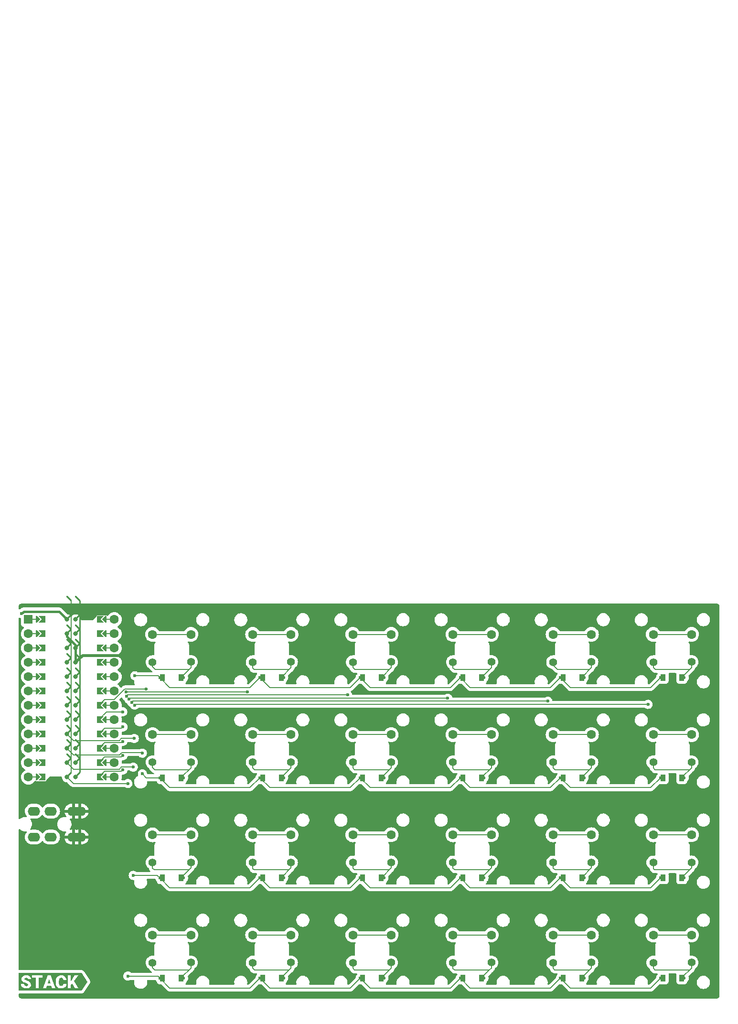
<source format=gbr>
%TF.GenerationSoftware,KiCad,Pcbnew,(6.0.10)*%
%TF.CreationDate,2023-01-29T20:47:48-05:00*%
%TF.ProjectId,shortstack,73686f72-7473-4746-9163-6b2e6b696361,v1.0.0*%
%TF.SameCoordinates,Original*%
%TF.FileFunction,Copper,L1,Top*%
%TF.FilePolarity,Positive*%
%FSLAX46Y46*%
G04 Gerber Fmt 4.6, Leading zero omitted, Abs format (unit mm)*
G04 Created by KiCad (PCBNEW (6.0.10)) date 2023-01-29 20:47:48*
%MOMM*%
%LPD*%
G01*
G04 APERTURE LIST*
G04 Aperture macros list*
%AMFreePoly0*
4,1,5,0.125000,-0.500000,-0.125000,-0.500000,-0.125000,0.500000,0.125000,0.500000,0.125000,-0.500000,0.125000,-0.500000,$1*%
%AMFreePoly1*
4,1,6,0.600000,0.200000,0.000000,-0.400000,-0.600000,0.200000,-0.600000,0.400000,0.600000,0.400000,0.600000,0.200000,0.600000,0.200000,$1*%
%AMFreePoly2*
4,1,6,0.600000,-0.250000,-0.600000,-0.250000,-0.600000,1.000000,0.000000,0.400000,0.600000,1.000000,0.600000,-0.250000,0.600000,-0.250000,$1*%
%AMFreePoly3*
4,1,49,0.088388,4.152388,0.854389,3.386388,0.867708,3.368551,0.871189,3.365530,0.871982,3.362827,0.875852,3.357644,0.882333,3.327543,0.891000,3.298000,0.891000,0.766000,0.887805,0.743969,0.888131,0.739371,0.886780,0.736898,0.885852,0.730498,0.869154,0.704638,0.854389,0.677612,0.088388,-0.088388,0.064607,-0.106146,0.062500,-0.108253,0.061385,-0.108552,0.059644,-0.109852,
0.043810,-0.113261,0.000000,-0.125000,-0.004774,-0.123721,-0.009154,-0.124664,-0.028953,-0.117242,-0.062500,-0.108253,-0.068237,-0.102516,-0.075052,-0.099961,-0.087614,-0.083139,-0.108253,-0.062500,-0.111178,-0.051584,-0.117161,-0.043572,-0.118539,-0.024114,-0.125000,0.000000,-0.121239,0.014035,-0.122131,0.026629,-0.113759,0.041953,-0.108253,0.062500,-0.095642,0.075111,-0.088388,0.088388,
0.641000,0.817777,0.641000,3.246223,-0.088388,3.975612,-0.109852,4.004356,-0.124664,4.073154,-0.099961,4.139052,-0.043572,4.181161,0.026629,4.186131,0.088388,4.152388,0.088388,4.152388,$1*%
%AMFreePoly4*
4,1,49,0.088388,4.152388,0.850389,3.390388,0.863708,3.372551,0.867189,3.369530,0.867982,3.366827,0.871852,3.361644,0.878333,3.331543,0.887000,3.302000,0.887000,0.762000,0.883805,0.739969,0.884131,0.735371,0.882780,0.732898,0.881852,0.726498,0.865154,0.700638,0.850389,0.673612,0.088388,-0.088388,0.064607,-0.106146,0.062500,-0.108253,0.061385,-0.108552,0.059644,-0.109852,
0.043810,-0.113261,0.000000,-0.125000,-0.004774,-0.123721,-0.009154,-0.124664,-0.028953,-0.117242,-0.062500,-0.108253,-0.068237,-0.102516,-0.075052,-0.099961,-0.087614,-0.083139,-0.108253,-0.062500,-0.111178,-0.051584,-0.117161,-0.043572,-0.118539,-0.024114,-0.125000,0.000000,-0.121239,0.014035,-0.122131,0.026629,-0.113759,0.041953,-0.108253,0.062500,-0.095642,0.075111,-0.088388,0.088388,
0.637000,0.813777,0.637000,3.250223,-0.088388,3.975612,-0.109852,4.004356,-0.124664,4.073154,-0.099961,4.139052,-0.043572,4.181161,0.026629,4.186131,0.088388,4.152388,0.088388,4.152388,$1*%
G04 Aperture macros list end*
%TA.AperFunction,ComponentPad*%
%ADD10C,1.600000*%
%TD*%
%TA.AperFunction,ComponentPad*%
%ADD11C,1.400000*%
%TD*%
%TA.AperFunction,ComponentPad*%
%ADD12O,2.200000X1.600000*%
%TD*%
%TA.AperFunction,SMDPad,CuDef*%
%ADD13FreePoly0,90.000000*%
%TD*%
%TA.AperFunction,SMDPad,CuDef*%
%ADD14FreePoly1,270.000000*%
%TD*%
%TA.AperFunction,SMDPad,CuDef*%
%ADD15FreePoly1,90.000000*%
%TD*%
%TA.AperFunction,SMDPad,CuDef*%
%ADD16FreePoly0,270.000000*%
%TD*%
%TA.AperFunction,ComponentPad*%
%ADD17R,1.600000X1.600000*%
%TD*%
%TA.AperFunction,SMDPad,CuDef*%
%ADD18FreePoly2,270.000000*%
%TD*%
%TA.AperFunction,SMDPad,CuDef*%
%ADD19FreePoly3,270.000000*%
%TD*%
%TA.AperFunction,ComponentPad*%
%ADD20C,0.800000*%
%TD*%
%TA.AperFunction,SMDPad,CuDef*%
%ADD21FreePoly4,90.000000*%
%TD*%
%TA.AperFunction,SMDPad,CuDef*%
%ADD22FreePoly2,90.000000*%
%TD*%
%TA.AperFunction,SMDPad,CuDef*%
%ADD23R,0.900000X1.200000*%
%TD*%
%TA.AperFunction,ComponentPad*%
%ADD24C,0.600000*%
%TD*%
%TA.AperFunction,ViaPad*%
%ADD25C,0.600000*%
%TD*%
%TA.AperFunction,Conductor*%
%ADD26C,0.500000*%
%TD*%
%TA.AperFunction,Conductor*%
%ADD27C,0.200000*%
%TD*%
%TA.AperFunction,Conductor*%
%ADD28C,0.400000*%
%TD*%
G04 APERTURE END LIST*
%TO.C,kibuzzard-63D71F2F*%
G36*
X-27108368Y-3857421D02*
G01*
X-15982949Y-3857421D01*
X-14944770Y-5414690D01*
X-15982949Y-6971959D01*
X-27108368Y-6971959D01*
X-27108368Y-5812340D01*
X-26711493Y-5812340D01*
X-26683394Y-6022599D01*
X-26599097Y-6206890D01*
X-26459183Y-6359981D01*
X-26264234Y-6476641D01*
X-26028783Y-6550473D01*
X-25767365Y-6575084D01*
X-25526380Y-6556309D01*
X-25322259Y-6499981D01*
X-25154999Y-6406102D01*
X-25030976Y-6279323D01*
X-24956562Y-6124294D01*
X-24931757Y-5941014D01*
X-24972409Y-5711743D01*
X-25094365Y-5517957D01*
X-25297626Y-5359655D01*
X-25468934Y-5275745D01*
X-25682099Y-5197649D01*
X-25880924Y-5123622D01*
X-26009211Y-5051921D01*
X-26102228Y-4894567D01*
X-26017737Y-4731011D01*
X-25787519Y-4666674D01*
X-25558850Y-4742638D01*
X-25474360Y-4956578D01*
X-24931757Y-4956578D01*
X-24958500Y-4761823D01*
X-24984097Y-4706981D01*
X-24767426Y-4706981D01*
X-24102350Y-4706981D01*
X-24102350Y-6544078D01*
X-23558197Y-6544078D01*
X-22826459Y-6544078D01*
X-22245099Y-6544078D01*
X-22114875Y-6122399D01*
X-21369184Y-6122399D01*
X-21237409Y-6544078D01*
X-20652948Y-6544078D01*
X-21051073Y-5466625D01*
X-20552179Y-5466625D01*
X-20536192Y-5716028D01*
X-20488230Y-5935588D01*
X-20408293Y-6125306D01*
X-20296381Y-6285180D01*
X-20156661Y-6412013D01*
X-19993299Y-6502608D01*
X-19806295Y-6556965D01*
X-19595649Y-6575084D01*
X-19340819Y-6550280D01*
X-19322068Y-6544078D01*
X-18405024Y-6544078D01*
X-17860871Y-6544078D01*
X-17860871Y-5948766D01*
X-17637629Y-5703820D01*
X-17157038Y-6544078D01*
X-16512116Y-6544078D01*
X-17274860Y-5285241D01*
X-16512116Y-4286852D01*
X-17184943Y-4286852D01*
X-17671735Y-4995336D01*
X-17860871Y-5282140D01*
X-17860871Y-4286852D01*
X-18405024Y-4286852D01*
X-18405024Y-6544078D01*
X-19322068Y-6544078D01*
X-19115833Y-6475866D01*
X-18929216Y-6356299D01*
X-18789496Y-6196038D01*
X-18699579Y-6001670D01*
X-18662372Y-5779784D01*
X-19203424Y-5779784D01*
X-19232880Y-5946053D01*
X-19308844Y-6060387D01*
X-19430155Y-6126662D01*
X-19595649Y-6148754D01*
X-19784591Y-6109996D01*
X-19908033Y-5993724D01*
X-19958417Y-5867462D01*
X-19988648Y-5695379D01*
X-19998725Y-5477477D01*
X-19998725Y-5317797D01*
X-19971595Y-5029830D01*
X-19899506Y-4832555D01*
X-19777808Y-4718608D01*
X-19601850Y-4680626D01*
X-19427442Y-4703106D01*
X-19304194Y-4770543D01*
X-19229392Y-4889528D01*
X-19200324Y-5066649D01*
X-18657721Y-5066649D01*
X-18704402Y-4831608D01*
X-18798970Y-4632912D01*
X-18941425Y-4470562D01*
X-19125738Y-4350414D01*
X-19345879Y-4278325D01*
X-19601850Y-4254296D01*
X-19784440Y-4269368D01*
X-19951871Y-4314585D01*
X-20104145Y-4389946D01*
X-20237556Y-4492955D01*
X-20348402Y-4621112D01*
X-20436683Y-4774419D01*
X-20500847Y-4949516D01*
X-20539346Y-5143044D01*
X-20552179Y-5355004D01*
X-20552179Y-5466625D01*
X-21051073Y-5466625D01*
X-21487006Y-4286852D01*
X-21998603Y-4286852D01*
X-22826459Y-6544078D01*
X-23558197Y-6544078D01*
X-23558197Y-4706981D01*
X-22880719Y-4706981D01*
X-22880719Y-4286852D01*
X-24767426Y-4286852D01*
X-24767426Y-4706981D01*
X-24984097Y-4706981D01*
X-25038727Y-4589934D01*
X-25167208Y-4447889D01*
X-25338709Y-4342662D01*
X-25544316Y-4277550D01*
X-25775116Y-4255846D01*
X-26012311Y-4275806D01*
X-26224701Y-4335686D01*
X-26402016Y-4431417D01*
X-26533985Y-4558928D01*
X-26615957Y-4713376D01*
X-26643280Y-4889916D01*
X-26615860Y-5068200D01*
X-26533597Y-5226329D01*
X-26396493Y-5364305D01*
X-26204548Y-5482128D01*
X-26050293Y-5549953D01*
X-25857282Y-5620104D01*
X-25676867Y-5690255D01*
X-25560401Y-5758080D01*
X-25475910Y-5944115D01*
X-25554200Y-6107671D01*
X-25767365Y-6165807D01*
X-25948943Y-6144297D01*
X-26071997Y-6079766D01*
X-26142342Y-5969889D01*
X-26165790Y-5812340D01*
X-26711493Y-5812340D01*
X-27108368Y-5812340D01*
X-27108368Y-3857421D01*
G37*
G36*
X-21499408Y-5702269D02*
G01*
X-21984650Y-5702269D01*
X-21742804Y-4919371D01*
X-21499408Y-5702269D01*
G37*
%TD*%
D10*
%TO.P,SW9,1,1*%
%TO.N,/c2*%
X38900008Y2900000D03*
X32099992Y2887664D03*
D11*
%TO.P,SW9,2,2*%
%TO.N,Net-(D9-Pad2)*%
X38900008Y-2000000D03*
X32099992Y-2012336D03*
%TD*%
D10*
%TO.P,SW17,1,1*%
%TO.N,/c4*%
X67599992Y2887664D03*
X74400008Y2900000D03*
D11*
%TO.P,SW17,2,2*%
%TO.N,Net-(D17-Pad2)*%
X67599992Y-2012336D03*
X74400008Y-2000000D03*
%TD*%
D10*
%TO.P,SW24,1,1*%
%TO.N,/c5*%
X85349992Y56137664D03*
X92150008Y56150000D03*
D11*
%TO.P,SW24,2,2*%
%TO.N,Net-(D24-Pad2)*%
X92150008Y51250000D03*
X85349992Y51237664D03*
%TD*%
D10*
%TO.P,SW3,1,1*%
%TO.N,/c0*%
X-3400008Y38387664D03*
X3400008Y38400000D03*
D11*
%TO.P,SW3,2,2*%
%TO.N,Net-(D3-Pad2)*%
X-3400008Y33487664D03*
X3400008Y33500000D03*
%TD*%
D10*
%TO.P,SW4,1,1*%
%TO.N,/c0*%
X3400008Y56150000D03*
X-3400008Y56137664D03*
D11*
%TO.P,SW4,2,2*%
%TO.N,Net-(D4-Pad2)*%
X3400008Y51250000D03*
X-3400008Y51237664D03*
%TD*%
D10*
%TO.P,SW21,1,1*%
%TO.N,/c5*%
X92150008Y2900000D03*
X85349992Y2887664D03*
D11*
%TO.P,SW21,2,2*%
%TO.N,Net-(D21-Pad2)*%
X85349992Y-2012336D03*
X92150008Y-2000000D03*
%TD*%
D10*
%TO.P,SW6,1,1*%
%TO.N,/c1*%
X14349992Y20637664D03*
X21150008Y20650000D03*
D11*
%TO.P,SW6,2,2*%
%TO.N,Net-(D6-Pad2)*%
X21150008Y15750000D03*
X14349992Y15737664D03*
%TD*%
D12*
%TO.P,J1,1,Pin_1*%
%TO.N,/GND*%
X-16318891Y20230274D03*
X-16318891Y24830274D03*
%TO.P,J1,2,Pin_2*%
X-17418891Y24830274D03*
X-17418891Y20230274D03*
%TO.P,J1,3,Pin_3*%
%TO.N,/TX*%
X-21418891Y24830274D03*
X-21418891Y20230274D03*
%TO.P,J1,4,Pin_4*%
%TO.N,/RAW*%
X-24418891Y24830274D03*
X-24418891Y20230274D03*
%TD*%
D10*
%TO.P,SW16,1,1*%
%TO.N,/c3*%
X56650008Y56150000D03*
X49849992Y56137664D03*
D11*
%TO.P,SW16,2,2*%
%TO.N,Net-(D16-Pad2)*%
X49849992Y51237664D03*
X56650008Y51250000D03*
%TD*%
D10*
%TO.P,SW19,1,1*%
%TO.N,/c4*%
X67599992Y38387664D03*
X74400008Y38400000D03*
D11*
%TO.P,SW19,2,2*%
%TO.N,Net-(D19-Pad2)*%
X67599992Y33487664D03*
X74400008Y33500000D03*
%TD*%
D10*
%TO.P,SW20,1,1*%
%TO.N,/c4*%
X74400008Y56150000D03*
X67599992Y56137664D03*
D11*
%TO.P,SW20,2,2*%
%TO.N,Net-(D20-Pad2)*%
X74400008Y51250000D03*
X67599992Y51237664D03*
%TD*%
D10*
%TO.P,SW11,1,1*%
%TO.N,/c2*%
X32099992Y38387664D03*
X38900008Y38400000D03*
D11*
%TO.P,SW11,2,2*%
%TO.N,Net-(D11-Pad2)*%
X38900008Y33500000D03*
X32099992Y33487664D03*
%TD*%
D10*
%TO.P,SW18,1,1*%
%TO.N,/c4*%
X74400008Y20650000D03*
X67599992Y20637664D03*
D11*
%TO.P,SW18,2,2*%
%TO.N,Net-(D18-Pad2)*%
X74400008Y15750000D03*
X67599992Y15737664D03*
%TD*%
D13*
%TO.P,U1,*%
%TO.N,*%
X-24129965Y38464420D03*
X-24129965Y48624420D03*
D14*
X-11937965Y48624420D03*
D10*
X-10159965Y53704420D03*
D15*
X-23621965Y43544420D03*
D14*
X-11937965Y30844420D03*
X-11937965Y43544420D03*
D16*
X-11429965Y53704420D03*
D13*
X-24129965Y43544420D03*
D10*
X-25399965Y53704420D03*
X-25399965Y30844420D03*
D13*
X-24129965Y35924420D03*
D10*
X-10159965Y58784420D03*
D14*
X-11937965Y56244420D03*
D15*
X-23621965Y48624420D03*
D10*
X-25399965Y51164420D03*
D16*
X-11429965Y41004420D03*
X-11429965Y46084420D03*
D10*
X-25399965Y43544420D03*
D17*
X-25399965Y58784420D03*
D13*
X-24129965Y51164420D03*
D10*
X-10159965Y48624420D03*
X-10159965Y56244420D03*
D16*
X-11429965Y56244420D03*
D10*
X-25399965Y46084420D03*
D15*
X-23621965Y58784420D03*
D13*
X-24129965Y30844420D03*
D14*
X-11937965Y51164420D03*
D16*
X-11429965Y33384420D03*
D14*
X-11937965Y46084420D03*
D16*
X-11429965Y58784420D03*
D15*
X-23621965Y56244420D03*
D13*
X-24129965Y56244420D03*
D10*
X-10159965Y30844420D03*
X-25399965Y38464420D03*
D14*
X-11937965Y33384420D03*
X-11937965Y58784420D03*
D15*
X-23621965Y46084420D03*
D16*
X-11429965Y30844420D03*
D14*
X-11937965Y53704420D03*
D15*
X-23621965Y33384420D03*
D13*
X-24129965Y33384420D03*
D14*
X-11937965Y35924420D03*
D10*
X-10159965Y43544420D03*
X-25399965Y56244420D03*
D16*
X-11429965Y48624420D03*
X-11429965Y35924420D03*
D10*
X-10159965Y35924420D03*
D14*
X-11937965Y38464420D03*
D15*
X-23621965Y35924420D03*
D16*
X-11429965Y43544420D03*
D15*
X-23621965Y53704420D03*
X-23621965Y30844420D03*
D10*
X-25399965Y33384420D03*
D13*
X-24129965Y41004420D03*
D10*
X-10159965Y51164420D03*
D15*
X-23621965Y51164420D03*
D13*
X-24129965Y46084420D03*
D10*
X-25399965Y48624420D03*
D15*
X-23621965Y41004420D03*
D10*
X-25399965Y35924420D03*
D16*
X-11429965Y38464420D03*
D14*
X-11937965Y41004420D03*
D13*
X-24129965Y58784420D03*
D10*
X-10159965Y33384420D03*
D13*
X-24129965Y53704420D03*
D15*
X-23621965Y38464420D03*
D16*
X-11429965Y51164420D03*
D10*
X-25399965Y41004420D03*
X-10159965Y41004420D03*
X-10159965Y38464420D03*
X-10159965Y46084420D03*
X-25399965Y58784420D03*
D18*
%TO.P,U1,1,TX*%
%TO.N,/TX*%
X-12953965Y58784420D03*
D19*
X-17017965Y58784420D03*
D20*
X-17017965Y58784420D03*
%TO.P,U1,2,RX*%
%TO.N,unconnected-(U1-Pad2)*%
X-17017965Y56244420D03*
D18*
X-12953965Y56244420D03*
D19*
X-17017965Y56244420D03*
D20*
%TO.P,U1,3,GND*%
%TO.N,/GND*%
X-17017965Y53704420D03*
D19*
X-17017965Y53704420D03*
D18*
X-12953965Y53704420D03*
D20*
%TO.P,U1,4,GND*%
X-17017965Y51164420D03*
D19*
X-17017965Y51164420D03*
D18*
X-12953965Y51164420D03*
D20*
%TO.P,U1,5,SDA*%
%TO.N,unconnected-(U1-Pad5)*%
X-17017965Y48624420D03*
D18*
X-12953965Y48624420D03*
D19*
X-17017965Y48624420D03*
%TO.P,U1,6,SCL*%
%TO.N,unconnected-(U1-Pad6)*%
X-17017965Y46084420D03*
D20*
X-17017965Y46084420D03*
D18*
X-12953965Y46084420D03*
D20*
%TO.P,U1,7,D4*%
%TO.N,/c0*%
X-17017965Y43544420D03*
D19*
X-17017965Y43544420D03*
D18*
X-12953965Y43544420D03*
%TO.P,U1,8,C6*%
%TO.N,/c1*%
X-12953965Y41004420D03*
D19*
X-17017965Y41004420D03*
D20*
X-17017965Y41004420D03*
%TO.P,U1,9,D7*%
%TO.N,/c2*%
X-17017965Y38464420D03*
D18*
X-12953965Y38464420D03*
D19*
X-17017965Y38464420D03*
D18*
%TO.P,U1,10,E6*%
%TO.N,/c3*%
X-12953965Y35924420D03*
D20*
X-17017965Y35924420D03*
D19*
X-17017965Y35924420D03*
%TO.P,U1,11,B4*%
%TO.N,/c4*%
X-17017965Y33384420D03*
D18*
X-12953965Y33384420D03*
D20*
X-17017965Y33384420D03*
D19*
%TO.P,U1,12,B5*%
%TO.N,/c5*%
X-17017965Y30844420D03*
D20*
X-17017965Y30844420D03*
D18*
X-12953965Y30844420D03*
D21*
%TO.P,U1,13,B6*%
%TO.N,/r0*%
X-18541965Y30844420D03*
D20*
X-18541965Y30844420D03*
D22*
X-22605965Y30844420D03*
D21*
%TO.P,U1,14,B2*%
%TO.N,/r1*%
X-18541965Y33384420D03*
D20*
X-18541965Y33384420D03*
D22*
X-22605965Y33384420D03*
D21*
%TO.P,U1,15,B3*%
%TO.N,/r2*%
X-18541965Y35924420D03*
D20*
X-18541965Y35924420D03*
D22*
X-22605965Y35924420D03*
D21*
%TO.P,U1,16,B1*%
%TO.N,/r3*%
X-18541965Y38464420D03*
D20*
X-18541965Y38464420D03*
D22*
X-22605965Y38464420D03*
D21*
%TO.P,U1,17,F7*%
%TO.N,unconnected-(U1-Pad17)*%
X-18541965Y41004420D03*
D22*
X-22605965Y41004420D03*
D20*
X-18541965Y41004420D03*
D22*
%TO.P,U1,18,F6*%
%TO.N,unconnected-(U1-Pad18)*%
X-22605965Y43544420D03*
D21*
X-18541965Y43544420D03*
D20*
X-18541965Y43544420D03*
D22*
%TO.P,U1,19,F5*%
%TO.N,unconnected-(U1-Pad19)*%
X-22605965Y46084420D03*
D21*
X-18541965Y46084420D03*
D20*
X-18541965Y46084420D03*
D22*
%TO.P,U1,20,F4*%
%TO.N,unconnected-(U1-Pad20)*%
X-22605965Y48624420D03*
D20*
X-18541965Y48624420D03*
D21*
X-18541965Y48624420D03*
D22*
%TO.P,U1,21,VCC*%
%TO.N,unconnected-(U1-Pad21)*%
X-22605965Y51164420D03*
D21*
X-18541965Y51164420D03*
D20*
X-18541965Y51164420D03*
D22*
%TO.P,U1,22,RST*%
%TO.N,unconnected-(U1-Pad22)*%
X-22605965Y53704420D03*
D20*
X-18541965Y53704420D03*
D21*
X-18541965Y53704420D03*
D22*
%TO.P,U1,23,GND*%
%TO.N,/GND*%
X-22605965Y56244420D03*
D21*
X-18541965Y56244420D03*
D20*
X-18541965Y56244420D03*
D21*
%TO.P,U1,24,RAW*%
%TO.N,/RAW*%
X-18541965Y58784420D03*
D20*
X-18541965Y58784420D03*
D22*
X-22605965Y58784420D03*
%TD*%
D10*
%TO.P,SW14,1,1*%
%TO.N,/c3*%
X56650008Y20650000D03*
X49849992Y20637664D03*
D11*
%TO.P,SW14,2,2*%
%TO.N,Net-(D14-Pad2)*%
X49849992Y15737664D03*
X56650008Y15750000D03*
%TD*%
D10*
%TO.P,SW10,1,1*%
%TO.N,/c2*%
X38900008Y20650000D03*
X32099992Y20637664D03*
D11*
%TO.P,SW10,2,2*%
%TO.N,Net-(D10-Pad2)*%
X38900008Y15750000D03*
X32099992Y15737664D03*
%TD*%
D10*
%TO.P,SW22,1,1*%
%TO.N,/c5*%
X85349992Y20637664D03*
X92150008Y20650000D03*
D11*
%TO.P,SW22,2,2*%
%TO.N,Net-(D22-Pad2)*%
X92150008Y15750000D03*
X85349992Y15737664D03*
%TD*%
D10*
%TO.P,SW13,1,1*%
%TO.N,/c3*%
X56650008Y2900000D03*
X49849992Y2887664D03*
D11*
%TO.P,SW13,2,2*%
%TO.N,Net-(D13-Pad2)*%
X56650008Y-2000000D03*
X49849992Y-2012336D03*
%TD*%
D10*
%TO.P,SW12,1,1*%
%TO.N,/c2*%
X38900008Y56150000D03*
X32099992Y56137664D03*
D11*
%TO.P,SW12,2,2*%
%TO.N,Net-(D12-Pad2)*%
X38900008Y51250000D03*
X32099992Y51237664D03*
%TD*%
D10*
%TO.P,SW15,1,1*%
%TO.N,/c3*%
X56650008Y38400000D03*
X49849992Y38387664D03*
D11*
%TO.P,SW15,2,2*%
%TO.N,Net-(D15-Pad2)*%
X56650008Y33500000D03*
X49849992Y33487664D03*
%TD*%
D10*
%TO.P,SW8,1,1*%
%TO.N,/c1*%
X21150008Y56150000D03*
X14349992Y56137664D03*
D11*
%TO.P,SW8,2,2*%
%TO.N,Net-(D8-Pad2)*%
X14349992Y51237664D03*
X21150008Y51250000D03*
%TD*%
D10*
%TO.P,SW1,1,1*%
%TO.N,/c0*%
X3400008Y2900000D03*
X-3400008Y2887664D03*
D11*
%TO.P,SW1,2,2*%
%TO.N,Net-(D1-Pad2)*%
X-3400008Y-2012336D03*
X3400008Y-2000000D03*
%TD*%
D10*
%TO.P,SW7,1,1*%
%TO.N,/c1*%
X14349992Y38387664D03*
X21150008Y38400000D03*
D11*
%TO.P,SW7,2,2*%
%TO.N,Net-(D7-Pad2)*%
X14349992Y33487664D03*
X21150008Y33500000D03*
%TD*%
D10*
%TO.P,SW5,1,1*%
%TO.N,/c1*%
X14349992Y2887664D03*
X21150008Y2900000D03*
D11*
%TO.P,SW5,2,2*%
%TO.N,Net-(D5-Pad2)*%
X21150008Y-2000000D03*
X14349992Y-2012336D03*
%TD*%
D10*
%TO.P,SW23,1,1*%
%TO.N,/c5*%
X92150008Y38400000D03*
X85349992Y38387664D03*
D11*
%TO.P,SW23,2,2*%
%TO.N,Net-(D23-Pad2)*%
X85349992Y33487664D03*
X92150008Y33500000D03*
%TD*%
D10*
%TO.P,SW2,1,1*%
%TO.N,/c0*%
X-3400008Y20637664D03*
X3400008Y20650000D03*
D11*
%TO.P,SW2,2,2*%
%TO.N,Net-(D2-Pad2)*%
X-3400008Y15737664D03*
X3400008Y15750000D03*
%TD*%
D23*
%TO.P,D2,1,K*%
%TO.N,/r1*%
X-1650000Y13000000D03*
D24*
X-2100000Y13000000D03*
%TO.P,D2,2,A*%
%TO.N,Net-(D2-Pad2)*%
X2100000Y13000000D03*
D23*
X1650000Y13000000D03*
%TD*%
%TO.P,D20,1,K*%
%TO.N,/r3*%
X69350000Y48500000D03*
D24*
X68900000Y48500000D03*
%TO.P,D20,2,A*%
%TO.N,Net-(D20-Pad2)*%
X73100000Y48500000D03*
D23*
X72650000Y48500000D03*
%TD*%
%TO.P,D6,1,K*%
%TO.N,/r1*%
X16100000Y13000000D03*
D24*
X15650000Y13000000D03*
D23*
%TO.P,D6,2,A*%
%TO.N,Net-(D6-Pad2)*%
X19400000Y13000000D03*
D24*
X19850000Y13000000D03*
%TD*%
D23*
%TO.P,D7,1,K*%
%TO.N,/r2*%
X16100000Y30750000D03*
D24*
X15650000Y30750000D03*
D23*
%TO.P,D7,2,A*%
%TO.N,Net-(D7-Pad2)*%
X19400000Y30750000D03*
D24*
X19850000Y30750000D03*
%TD*%
D23*
%TO.P,D4,1,K*%
%TO.N,/r3*%
X-1650000Y48500000D03*
D24*
X-2100000Y48500000D03*
%TO.P,D4,2,A*%
%TO.N,Net-(D4-Pad2)*%
X2100000Y48500000D03*
D23*
X1650000Y48500000D03*
%TD*%
D24*
%TO.P,D14,1,K*%
%TO.N,/r1*%
X51150000Y13000000D03*
D23*
X51600000Y13000000D03*
%TO.P,D14,2,A*%
%TO.N,Net-(D14-Pad2)*%
X54900000Y13000000D03*
D24*
X55350000Y13000000D03*
%TD*%
D23*
%TO.P,D10,1,K*%
%TO.N,/r1*%
X33850000Y13000000D03*
D24*
X33400000Y13000000D03*
%TO.P,D10,2,A*%
%TO.N,Net-(D10-Pad2)*%
X37600000Y13000000D03*
D23*
X37150000Y13000000D03*
%TD*%
%TO.P,D1,1,K*%
%TO.N,/r0*%
X-1650000Y-4750000D03*
D24*
X-2100000Y-4750000D03*
%TO.P,D1,2,A*%
%TO.N,Net-(D1-Pad2)*%
X2100000Y-4750000D03*
D23*
X1650000Y-4750000D03*
%TD*%
%TO.P,D15,1,K*%
%TO.N,/r2*%
X51600000Y30750000D03*
D24*
X51150000Y30750000D03*
D23*
%TO.P,D15,2,A*%
%TO.N,Net-(D15-Pad2)*%
X54900000Y30750000D03*
D24*
X55350000Y30750000D03*
%TD*%
%TO.P,D17,1,K*%
%TO.N,/r0*%
X68900000Y-4750000D03*
D23*
X69350000Y-4750000D03*
D24*
%TO.P,D17,2,A*%
%TO.N,Net-(D17-Pad2)*%
X73100000Y-4750000D03*
D23*
X72650000Y-4750000D03*
%TD*%
%TO.P,D13,1,K*%
%TO.N,/r0*%
X51600000Y-4750000D03*
D24*
X51150000Y-4750000D03*
D23*
%TO.P,D13,2,A*%
%TO.N,Net-(D13-Pad2)*%
X54900000Y-4750000D03*
D24*
X55350000Y-4750000D03*
%TD*%
%TO.P,D11,1,K*%
%TO.N,/r2*%
X33400000Y30750000D03*
D23*
X33850000Y30750000D03*
%TO.P,D11,2,A*%
%TO.N,Net-(D11-Pad2)*%
X37150000Y30750000D03*
D24*
X37600000Y30750000D03*
%TD*%
%TO.P,D23,1,K*%
%TO.N,/r2*%
X86650000Y30750000D03*
D23*
X87100000Y30750000D03*
%TO.P,D23,2,A*%
%TO.N,Net-(D23-Pad2)*%
X90400000Y30750000D03*
D24*
X90850000Y30750000D03*
%TD*%
D23*
%TO.P,D16,1,K*%
%TO.N,/r3*%
X51600000Y48500000D03*
D24*
X51150000Y48500000D03*
%TO.P,D16,2,A*%
%TO.N,Net-(D16-Pad2)*%
X55350000Y48500000D03*
D23*
X54900000Y48500000D03*
%TD*%
%TO.P,D3,1,K*%
%TO.N,/r2*%
X-1650000Y30750000D03*
D24*
X-2100000Y30750000D03*
D23*
%TO.P,D3,2,A*%
%TO.N,Net-(D3-Pad2)*%
X1650000Y30750000D03*
D24*
X2100000Y30750000D03*
%TD*%
D23*
%TO.P,D12,1,K*%
%TO.N,/r3*%
X33850000Y48500000D03*
D24*
X33400000Y48500000D03*
D23*
%TO.P,D12,2,A*%
%TO.N,Net-(D12-Pad2)*%
X37150000Y48500000D03*
D24*
X37600000Y48500000D03*
%TD*%
%TO.P,D5,1,K*%
%TO.N,/r0*%
X15650000Y-4750000D03*
D23*
X16100000Y-4750000D03*
%TO.P,D5,2,A*%
%TO.N,Net-(D5-Pad2)*%
X19400000Y-4750000D03*
D24*
X19850000Y-4750000D03*
%TD*%
D23*
%TO.P,D21,1,K*%
%TO.N,/r0*%
X87100000Y-4750000D03*
D24*
X86650000Y-4750000D03*
D23*
%TO.P,D21,2,A*%
%TO.N,Net-(D21-Pad2)*%
X90400000Y-4750000D03*
D24*
X90850000Y-4750000D03*
%TD*%
D23*
%TO.P,D18,1,K*%
%TO.N,/r1*%
X69350000Y13000000D03*
D24*
X68900000Y13000000D03*
%TO.P,D18,2,A*%
%TO.N,Net-(D18-Pad2)*%
X73100000Y13000000D03*
D23*
X72650000Y13000000D03*
%TD*%
D24*
%TO.P,D19,1,K*%
%TO.N,/r2*%
X68900000Y30750000D03*
D23*
X69350000Y30750000D03*
%TO.P,D19,2,A*%
%TO.N,Net-(D19-Pad2)*%
X72650000Y30750000D03*
D24*
X73100000Y30750000D03*
%TD*%
D23*
%TO.P,D22,1,K*%
%TO.N,/r1*%
X87100000Y13000000D03*
D24*
X86650000Y13000000D03*
D23*
%TO.P,D22,2,A*%
%TO.N,Net-(D22-Pad2)*%
X90400000Y13000000D03*
D24*
X90850000Y13000000D03*
%TD*%
%TO.P,D9,1,K*%
%TO.N,/r0*%
X33400000Y-4750000D03*
D23*
X33850000Y-4750000D03*
%TO.P,D9,2,A*%
%TO.N,Net-(D9-Pad2)*%
X37150000Y-4750000D03*
D24*
X37600000Y-4750000D03*
%TD*%
D23*
%TO.P,D8,1,K*%
%TO.N,/r3*%
X16100000Y48500000D03*
D24*
X15650000Y48500000D03*
D23*
%TO.P,D8,2,A*%
%TO.N,Net-(D8-Pad2)*%
X19400000Y48500000D03*
D24*
X19850000Y48500000D03*
%TD*%
%TO.P,D24,1,K*%
%TO.N,/r3*%
X86650000Y48500000D03*
D23*
X87100000Y48500000D03*
%TO.P,D24,2,A*%
%TO.N,Net-(D24-Pad2)*%
X90400000Y48500000D03*
D24*
X90850000Y48500000D03*
%TD*%
D25*
%TO.N,/r0*%
X-7771351Y29713301D03*
X-7763115Y-4387163D03*
%TO.N,/r1*%
X-6816577Y32631542D03*
X-6819077Y13447204D03*
%TO.N,/r2*%
X-5204584Y35103134D03*
X-5192341Y31443902D03*
%TO.N,/r3*%
X-6515887Y48827420D03*
X-6636512Y37707893D03*
%TO.N,/c0*%
X-4499991Y46487410D03*
%TO.N,/c1*%
X-8671849Y42426420D03*
X-8043135Y45964500D03*
X13422992Y45947222D03*
%TO.N,/c2*%
X-8033639Y45229412D03*
X31172992Y45419749D03*
X-8644222Y39758459D03*
%TO.N,/c3*%
X-8666328Y37176036D03*
X48922992Y44837569D03*
X-7573174Y44667471D03*
%TO.N,/c4*%
X-8659717Y34672268D03*
X-7089612Y44125278D03*
X66672992Y44309156D03*
%TO.N,/c5*%
X-6564512Y43621584D03*
X84422992Y43752275D03*
X-8671042Y32117046D03*
%TO.N,/RAW*%
X-26610863Y59828045D03*
%TD*%
D26*
%TO.N,/GND*%
X-9089706Y52429241D02*
X-9089239Y52428774D01*
X-15753144Y52429241D02*
X-9089706Y52429241D01*
X-17017965Y51164420D02*
X-15753144Y52429241D01*
D27*
%TO.N,/r0*%
X49387663Y-6512337D02*
X51150000Y-4750000D01*
X68900000Y-4750000D02*
X70662337Y-6512337D01*
X-2400000Y-4450000D02*
X-7700278Y-4450000D01*
X13887663Y-6512337D02*
X15650000Y-4750000D01*
X-7700278Y-4450000D02*
X-7763115Y-4387163D01*
X-7771351Y29713301D02*
X-7773211Y29711441D01*
X67137663Y-6512337D02*
X68900000Y-4750000D01*
X31637663Y-6512337D02*
X33400000Y-4750000D01*
X17412337Y-6512337D02*
X31637663Y-6512337D01*
X52912337Y-6512337D02*
X67137663Y-6512337D01*
X-2100000Y-4750000D02*
X-2400000Y-4450000D01*
X51150000Y-4750000D02*
X52912337Y-6512337D01*
X-7773211Y29711441D02*
X-17408986Y29711441D01*
X35162337Y-6512337D02*
X49387663Y-6512337D01*
X84887663Y-6512337D02*
X86650000Y-4750000D01*
X70662337Y-6512337D02*
X84887663Y-6512337D01*
X-337663Y-6512337D02*
X13887663Y-6512337D01*
X-2100000Y-4750000D02*
X-337663Y-6512337D01*
X33400000Y-4750000D02*
X35162337Y-6512337D01*
X15650000Y-4750000D02*
X17412337Y-6512337D01*
X-17408986Y29711441D02*
X-18541965Y30844420D01*
%TO.N,Net-(D1-Pad2)*%
X2100000Y-4289957D02*
X3077457Y-3312500D01*
X2100000Y-4750000D02*
X2100000Y-4289957D01*
X-3400008Y-2936870D02*
X-3400008Y-2012336D01*
X-3024378Y-3312500D02*
X-3400008Y-2936870D01*
X3400008Y-2989949D02*
X3077457Y-3312500D01*
X3400008Y-2000000D02*
X3400008Y-2989949D01*
X3077457Y-3312500D02*
X-3024378Y-3312500D01*
%TO.N,/r1*%
X13887663Y11237663D02*
X15650000Y13000000D01*
X33400000Y13000000D02*
X35162337Y11237663D01*
X67137663Y11237663D02*
X68900000Y13000000D01*
X15650000Y13000000D02*
X17412337Y11237663D01*
X-337663Y11237663D02*
X13887663Y11237663D01*
X-6829081Y32644046D02*
X-8889333Y32644046D01*
X70662337Y11237663D02*
X84887663Y11237663D01*
X-17398160Y32240615D02*
X-18541965Y33384420D01*
X84887663Y11237663D02*
X86650000Y13000000D01*
X-2100000Y13000000D02*
X-337663Y11237663D01*
X49387663Y11237663D02*
X51150000Y13000000D01*
X31637663Y11237663D02*
X33400000Y13000000D01*
X52912337Y11237663D02*
X67137663Y11237663D01*
X68900000Y13000000D02*
X70662337Y11237663D01*
X35162337Y11237663D02*
X49387663Y11237663D01*
X-2100000Y13000000D02*
X-2547204Y13447204D01*
X-9292764Y32240615D02*
X-17398160Y32240615D01*
X51150000Y13000000D02*
X52912337Y11237663D01*
X-2547204Y13447204D02*
X-6819077Y13447204D01*
X-8889333Y32644046D02*
X-9292764Y32240615D01*
X-6816577Y32631542D02*
X-6829081Y32644046D01*
X17412337Y11237663D02*
X31637663Y11237663D01*
%TO.N,Net-(D2-Pad2)*%
X3400008Y15750000D02*
X3400008Y14760051D01*
X2100000Y13000000D02*
X2100000Y13460043D01*
X3077457Y14437500D02*
X-3118780Y14437500D01*
X2100000Y13460043D02*
X3077457Y14437500D01*
X-3400008Y14718728D02*
X-3400008Y15737664D01*
X-3118780Y14437500D02*
X-3400008Y14718728D01*
X3400008Y14760051D02*
X3077457Y14437500D01*
%TO.N,/r2*%
X52912337Y28987663D02*
X67137663Y28987663D01*
X31637663Y28987663D02*
X33400000Y30750000D01*
X13887663Y28987663D02*
X15650000Y30750000D01*
X15650000Y30750000D02*
X17412337Y28987663D01*
X-4498439Y30750000D02*
X-5192341Y31443902D01*
X70662337Y28987663D02*
X84887663Y28987663D01*
X49387663Y28987663D02*
X51150000Y30750000D01*
X-5300718Y35199268D02*
X-8878008Y35199268D01*
X-9186717Y34890559D02*
X-9186717Y34888962D01*
X17412337Y28987663D02*
X31637663Y28987663D01*
X-17419465Y34801920D02*
X-18541965Y35924420D01*
X67137663Y28987663D02*
X68900000Y30750000D01*
X84887663Y28987663D02*
X86650000Y30750000D01*
X-5204584Y35103134D02*
X-5300718Y35199268D01*
X-9186717Y34888962D02*
X-9273759Y34801920D01*
X-337663Y28987663D02*
X13887663Y28987663D01*
X35162337Y28987663D02*
X49387663Y28987663D01*
X51150000Y30750000D02*
X52912337Y28987663D01*
X-9273759Y34801920D02*
X-17419465Y34801920D01*
X33400000Y30750000D02*
X35162337Y28987663D01*
X68900000Y30750000D02*
X70662337Y28987663D01*
X-8878008Y35199268D02*
X-9186717Y34890559D01*
X-2100000Y30750000D02*
X-337663Y28987663D01*
X-2100000Y30750000D02*
X-4498439Y30750000D01*
%TO.N,Net-(D3-Pad2)*%
X3400008Y33500000D02*
X3400008Y32510051D01*
X3077457Y32187500D02*
X-3015664Y32187500D01*
X-3400008Y32571844D02*
X-3400008Y33487664D01*
X2100000Y30750000D02*
X2100000Y31210043D01*
X3400008Y32510051D02*
X3077457Y32187500D01*
X2100000Y31210043D02*
X3077457Y32187500D01*
X-3015664Y32187500D02*
X-3400008Y32571844D01*
%TO.N,/r3*%
X70662337Y46737663D02*
X84887663Y46737663D01*
X52912337Y46737663D02*
X67137663Y46737663D01*
X68900000Y48500000D02*
X70662337Y46737663D01*
X13887663Y46737663D02*
X15650000Y48500000D01*
X-337663Y46737663D02*
X13887663Y46737663D01*
X-2400000Y48800000D02*
X-6488467Y48800000D01*
X67137663Y46737663D02*
X68900000Y48500000D01*
X-9288813Y37343926D02*
X-17421471Y37343926D01*
X33400000Y48500000D02*
X35162337Y46737663D01*
X-8924846Y37707893D02*
X-9288813Y37343926D01*
X-6488467Y48800000D02*
X-6515887Y48827420D01*
X-2100000Y48500000D02*
X-2400000Y48800000D01*
X31637663Y46737663D02*
X33400000Y48500000D01*
X49387663Y46737663D02*
X51150000Y48500000D01*
X-17421471Y37343926D02*
X-18541965Y38464420D01*
X17412337Y46737663D02*
X31637663Y46737663D01*
X35162337Y46737663D02*
X49387663Y46737663D01*
X15650000Y48500000D02*
X17412337Y46737663D01*
X-2100000Y48500000D02*
X-337663Y46737663D01*
X-6636512Y37707893D02*
X-8924846Y37707893D01*
X84887663Y46737663D02*
X86650000Y48500000D01*
X51150000Y48500000D02*
X52912337Y46737663D01*
%TO.N,Net-(D4-Pad2)*%
X2100000Y48500000D02*
X2100000Y48960043D01*
X2100000Y48960043D02*
X3077457Y49937500D01*
X3077457Y49937500D02*
X-2920125Y49937500D01*
X3400008Y51250000D02*
X3400008Y50260051D01*
X-3400008Y50417383D02*
X-3400008Y51237664D01*
X3400008Y50260051D02*
X3077457Y49937500D01*
X-2920125Y49937500D02*
X-3400008Y50417383D01*
%TO.N,Net-(D5-Pad2)*%
X14671543Y-3312500D02*
X14349992Y-2990949D01*
X19850000Y-4289957D02*
X20827457Y-3312500D01*
X21150008Y-2989949D02*
X20827457Y-3312500D01*
X14349992Y-2990949D02*
X14349992Y-2012336D01*
X20827457Y-3312500D02*
X14671543Y-3312500D01*
X21150008Y-2000000D02*
X21150008Y-2989949D01*
X19850000Y-4750000D02*
X19850000Y-4289957D01*
%TO.N,Net-(D6-Pad2)*%
X21150008Y14760051D02*
X20827457Y14437500D01*
X14583024Y14437500D02*
X14349992Y14670532D01*
X19850000Y13460043D02*
X20827457Y14437500D01*
X14349992Y14670532D02*
X14349992Y15737664D01*
X21150008Y15750000D02*
X21150008Y14760051D01*
X20827457Y14437500D02*
X14583024Y14437500D01*
X19850000Y13000000D02*
X19850000Y13460043D01*
%TO.N,Net-(D7-Pad2)*%
X14660207Y32187500D02*
X14349992Y32497715D01*
X14349992Y32497715D02*
X14349992Y33487664D01*
X20827457Y32187500D02*
X14660207Y32187500D01*
X21150008Y32510051D02*
X20827457Y32187500D01*
X19850000Y30750000D02*
X19850000Y31210043D01*
X19850000Y31210043D02*
X20827457Y32187500D01*
X21150008Y33500000D02*
X21150008Y32510051D01*
%TO.N,Net-(D8-Pad2)*%
X14349992Y50179636D02*
X14349992Y51237664D01*
X19850000Y48960043D02*
X20827457Y49937500D01*
X14592128Y49937500D02*
X14349992Y50179636D01*
X21150008Y50260051D02*
X20827457Y49937500D01*
X20827457Y49937500D02*
X14592128Y49937500D01*
X19850000Y48500000D02*
X19850000Y48960043D01*
X21150008Y51250000D02*
X21150008Y50260051D01*
%TO.N,Net-(D9-Pad2)*%
X32099992Y-3002285D02*
X32099992Y-2012336D01*
X37600000Y-4289957D02*
X38577457Y-3312500D01*
X38577457Y-3312500D02*
X32410207Y-3312500D01*
X38900008Y-2989949D02*
X38577457Y-3312500D01*
X37600000Y-4750000D02*
X37600000Y-4289957D01*
X32410207Y-3312500D02*
X32099992Y-3002285D01*
X38900008Y-2000000D02*
X38900008Y-2989949D01*
%TO.N,Net-(D10-Pad2)*%
X37600000Y13460043D02*
X38577457Y14437500D01*
X32410207Y14437500D02*
X32099992Y14747715D01*
X38900008Y15750000D02*
X38900008Y14760051D01*
X37600000Y13000000D02*
X37600000Y13460043D01*
X38577457Y14437500D02*
X32410207Y14437500D01*
X38900008Y14760051D02*
X38577457Y14437500D01*
X32099992Y14747715D02*
X32099992Y15737664D01*
%TO.N,Net-(D11-Pad2)*%
X32099992Y32487516D02*
X32099992Y33487664D01*
X38900008Y33500000D02*
X38900008Y32510051D01*
X37600000Y30750000D02*
X37600000Y31210043D01*
X32400008Y32187500D02*
X32099992Y32487516D01*
X37600000Y31210043D02*
X38577457Y32187500D01*
X38577457Y32187500D02*
X32400008Y32187500D01*
X38900008Y32510051D02*
X38577457Y32187500D01*
%TO.N,Net-(D12-Pad2)*%
X37600000Y48960043D02*
X38577457Y49937500D01*
X38900008Y51250000D02*
X38900008Y50260051D01*
X32099992Y50272286D02*
X32099992Y51237664D01*
X32434778Y49937500D02*
X32099992Y50272286D01*
X37600000Y48500000D02*
X37600000Y48960043D01*
X38577457Y49937500D02*
X32434778Y49937500D01*
X38900008Y50260051D02*
X38577457Y49937500D01*
%TO.N,Net-(D13-Pad2)*%
X55350000Y-4750000D02*
X55350000Y-4289957D01*
X55350000Y-4289957D02*
X56307795Y-3332162D01*
X56650008Y-2000000D02*
X56650008Y-2989949D01*
X50146528Y-3332162D02*
X49849992Y-3035626D01*
X49849992Y-3035626D02*
X49849992Y-2012336D01*
X56650008Y-2989949D02*
X56307795Y-3332162D01*
X56307795Y-3332162D02*
X50146528Y-3332162D01*
%TO.N,Net-(D14-Pad2)*%
X56327457Y14437500D02*
X50160207Y14437500D01*
X55350000Y13460043D02*
X56327457Y14437500D01*
X56650008Y14760051D02*
X56327457Y14437500D01*
X56650008Y15750000D02*
X56650008Y14760051D01*
X55350000Y13000000D02*
X55350000Y13460043D01*
X49849992Y14747715D02*
X49849992Y15737664D01*
X50160207Y14437500D02*
X49849992Y14747715D01*
%TO.N,Net-(D15-Pad2)*%
X56650008Y32510051D02*
X56327457Y32187500D01*
X49849992Y32444789D02*
X49849992Y33487664D01*
X55350000Y31210043D02*
X56327457Y32187500D01*
X50107281Y32187500D02*
X49849992Y32444789D01*
X56327457Y32187500D02*
X50107281Y32187500D01*
X56650008Y33500000D02*
X56650008Y32510051D01*
X55350000Y30750000D02*
X55350000Y31210043D01*
%TO.N,Net-(D16-Pad2)*%
X56650008Y51250000D02*
X56650008Y50260051D01*
X50130227Y49937500D02*
X49849992Y50217735D01*
X56650008Y50260051D02*
X56327457Y49937500D01*
X55350000Y48960043D02*
X56327457Y49937500D01*
X56327457Y49937500D02*
X50130227Y49937500D01*
X55350000Y48500000D02*
X55350000Y48960043D01*
X49849992Y50217735D02*
X49849992Y51237664D01*
%TO.N,Net-(D17-Pad2)*%
X67599992Y-3010586D02*
X67599992Y-2012336D01*
X73100000Y-4750000D02*
X73100000Y-4289957D01*
X74400008Y-2000000D02*
X74400008Y-2989949D01*
X74077457Y-3312500D02*
X67901906Y-3312500D01*
X67901906Y-3312500D02*
X67599992Y-3010586D01*
X73100000Y-4289957D02*
X74077457Y-3312500D01*
X74400008Y-2989949D02*
X74077457Y-3312500D01*
%TO.N,Net-(D18-Pad2)*%
X67599992Y14747715D02*
X67599992Y15737664D01*
X74400008Y15750000D02*
X74400008Y14760051D01*
X73100000Y13460043D02*
X74077457Y14437500D01*
X74077457Y14437500D02*
X67910207Y14437500D01*
X73100000Y13000000D02*
X73100000Y13460043D01*
X67910207Y14437500D02*
X67599992Y14747715D01*
X74400008Y14760051D02*
X74077457Y14437500D01*
%TO.N,Net-(D19-Pad2)*%
X74077457Y32187500D02*
X67910207Y32187500D01*
X73100000Y30750000D02*
X73100000Y31210043D01*
X67910207Y32187500D02*
X67599992Y32497715D01*
X67599992Y32497715D02*
X67599992Y33487664D01*
X74400008Y32510051D02*
X74077457Y32187500D01*
X74400008Y33500000D02*
X74400008Y32510051D01*
X73100000Y31210043D02*
X74077457Y32187500D01*
%TO.N,Net-(D20-Pad2)*%
X74400008Y51250000D02*
X74400008Y50260051D01*
X73100000Y48960043D02*
X74077457Y49937500D01*
X74077457Y49937500D02*
X68392893Y49937500D01*
X74400008Y50260051D02*
X74077457Y49937500D01*
X68392893Y49937500D02*
X67599992Y50730401D01*
X73100000Y48500000D02*
X73100000Y48960043D01*
X67599992Y50730401D02*
X67599992Y51237664D01*
%TO.N,Net-(D21-Pad2)*%
X90850000Y-4289957D02*
X91827457Y-3312500D01*
X85349992Y-3013803D02*
X85349992Y-2012336D01*
X91827457Y-3312500D02*
X85648689Y-3312500D01*
X92150008Y-2000000D02*
X92150008Y-2989949D01*
X85648689Y-3312500D02*
X85349992Y-3013803D01*
X92150008Y-2989949D02*
X91827457Y-3312500D01*
X90850000Y-4750000D02*
X90850000Y-4289957D01*
%TO.N,Net-(D22-Pad2)*%
X92150008Y14760051D02*
X91827457Y14437500D01*
X91827457Y14437500D02*
X85575631Y14437500D01*
X90850000Y13460043D02*
X91827457Y14437500D01*
X85575631Y14437500D02*
X85349992Y14663139D01*
X85349992Y14663139D02*
X85349992Y15737664D01*
X92150008Y15750000D02*
X92150008Y14760051D01*
X90850000Y13000000D02*
X90850000Y13460043D01*
%TO.N,Net-(D23-Pad2)*%
X91827457Y32187500D02*
X85660207Y32187500D01*
X92150008Y33500000D02*
X92150008Y32510051D01*
X85349992Y32497715D02*
X85349992Y33487664D01*
X85660207Y32187500D02*
X85349992Y32497715D01*
X92150008Y32510051D02*
X91827457Y32187500D01*
X90850000Y31210043D02*
X91827457Y32187500D01*
X90850000Y30750000D02*
X90850000Y31210043D01*
%TO.N,Net-(D24-Pad2)*%
X85349992Y50312429D02*
X85349992Y51237664D01*
X85737607Y49924814D02*
X85349992Y50312429D01*
X91814771Y49924814D02*
X85737607Y49924814D01*
X90850000Y48960043D02*
X91814771Y49924814D01*
X92150008Y51250000D02*
X92150008Y50260051D01*
X90850000Y48500000D02*
X90850000Y48960043D01*
X92150008Y50260051D02*
X91814771Y49924814D01*
%TO.N,/c0*%
X-11924738Y44573647D02*
X-12953965Y43544420D01*
X-4503581Y46491000D02*
X-8300987Y46491000D01*
X-3387672Y2900000D02*
X-3400008Y2887664D01*
X-4499991Y46487410D02*
X-4503581Y46491000D01*
X3400008Y38400000D02*
X-3387672Y38400000D01*
X-3400008Y56137664D02*
X3387672Y56137664D01*
X-8300987Y46491000D02*
X-10218340Y44573647D01*
X3400008Y2900000D02*
X-3387672Y2900000D01*
X-10218340Y44573647D02*
X-11924738Y44573647D01*
X3387672Y20637664D02*
X3400008Y20650000D01*
X3387672Y56137664D02*
X3400008Y56150000D01*
X-4499991Y46487410D02*
X-4507852Y46495271D01*
X-3387672Y38400000D02*
X-3400008Y38387664D01*
X-3400008Y20637664D02*
X3387672Y20637664D01*
%TO.N,/c1*%
X21150008Y38400000D02*
X14362328Y38400000D01*
X14362328Y2900000D02*
X14349992Y2887664D01*
X-8043135Y45964500D02*
X-8026793Y45948158D01*
X-8671849Y42426420D02*
X-11531965Y42426420D01*
X21150008Y2900000D02*
X14362328Y2900000D01*
X13422056Y45948158D02*
X13422992Y45947222D01*
X-8026793Y45948158D02*
X13422056Y45948158D01*
X14349992Y20637664D02*
X21137672Y20637664D01*
X-11531965Y42426420D02*
X-12953965Y41004420D01*
X14349992Y56137664D02*
X21137672Y56137664D01*
X21137672Y20637664D02*
X21150008Y20650000D01*
X14362328Y38400000D02*
X14349992Y38387664D01*
X21137672Y56137664D02*
X21150008Y56150000D01*
%TO.N,/c2*%
X38887672Y20637664D02*
X38900008Y20650000D01*
X-8901094Y39501587D02*
X-11916798Y39501587D01*
X-11916798Y39501587D02*
X-12953965Y38464420D01*
X38900008Y2900000D02*
X32112328Y2900000D01*
X32112328Y38400000D02*
X32099992Y38387664D01*
X38887672Y56137664D02*
X38900008Y56150000D01*
X-7842829Y45420222D02*
X31172519Y45420222D01*
X-8644222Y39758459D02*
X-8901094Y39501587D01*
X32112328Y2900000D02*
X32099992Y2887664D01*
X32099992Y56137664D02*
X38887672Y56137664D01*
X38900008Y38400000D02*
X32112328Y38400000D01*
X32099992Y20637664D02*
X38887672Y20637664D01*
X-8033639Y45229412D02*
X-7842829Y45420222D01*
X31172519Y45420222D02*
X31172992Y45419749D01*
%TO.N,/c3*%
X-7573174Y44667471D02*
X-7388717Y44851928D01*
X56650008Y38400000D02*
X49862328Y38400000D01*
X48908633Y44851928D02*
X48922992Y44837569D01*
X56637672Y20637664D02*
X56650008Y20650000D01*
X-8666328Y37176036D02*
X-8882500Y36959864D01*
X49849992Y56137664D02*
X56637672Y56137664D01*
X49862328Y2900000D02*
X49849992Y2887664D01*
X49862328Y38400000D02*
X49849992Y38387664D01*
X-11918521Y36959864D02*
X-12953965Y35924420D01*
X49849992Y20637664D02*
X56637672Y20637664D01*
X-7388717Y44851928D02*
X48908633Y44851928D01*
X56650008Y2900000D02*
X49862328Y2900000D01*
X56637672Y56137664D02*
X56650008Y56150000D01*
X-8882500Y36959864D02*
X-11918521Y36959864D01*
%TO.N,/c4*%
X74400008Y2900000D02*
X67612328Y2900000D01*
X-7089612Y44125278D02*
X-6905734Y44309156D01*
X67599992Y20637664D02*
X74387672Y20637664D01*
X74387672Y56137664D02*
X74400008Y56150000D01*
X-8904549Y34427436D02*
X-11910949Y34427436D01*
X-8659717Y34672268D02*
X-8904549Y34427436D01*
X67612328Y38400000D02*
X67599992Y38387664D01*
X74400008Y38400000D02*
X67612328Y38400000D01*
X-11910949Y34427436D02*
X-12953965Y33384420D01*
X67599992Y56137664D02*
X74387672Y56137664D01*
X67612328Y2900000D02*
X67599992Y2887664D01*
X74387672Y20637664D02*
X74400008Y20650000D01*
X-6905734Y44309156D02*
X66672992Y44309156D01*
%TO.N,/c5*%
X92150008Y38400000D02*
X85362328Y38400000D01*
X85362328Y2900000D02*
X85349992Y2887664D01*
X92150008Y2900000D02*
X85362328Y2900000D01*
X92137672Y20637664D02*
X92150008Y20650000D01*
X-6564512Y43621584D02*
X-6445632Y43740464D01*
X84411181Y43740464D02*
X84422992Y43752275D01*
X-8671042Y32117046D02*
X-8904235Y31883853D01*
X85362328Y38400000D02*
X85349992Y38387664D01*
X85349992Y56137664D02*
X92137672Y56137664D01*
X-6445632Y43740464D02*
X84411181Y43740464D01*
X85349992Y20637664D02*
X92137672Y20637664D01*
X-11914532Y31883853D02*
X-12953965Y30844420D01*
X-8904235Y31883853D02*
X-11914532Y31883853D01*
X92137672Y56137664D02*
X92150008Y56150000D01*
D28*
%TO.N,/GND*%
X-17017965Y53704420D02*
X-17017965Y51164420D01*
X-17017965Y53704420D02*
X-17017965Y54222705D01*
X-17017965Y54222705D02*
X-18541965Y55746705D01*
X-18541965Y55746705D02*
X-18541965Y56244420D01*
%TO.N,/RAW*%
X-26610863Y59828045D02*
X-26234345Y60204563D01*
X-26234345Y60204563D02*
X-19962108Y60204563D01*
X-19962108Y60204563D02*
X-18541965Y58784420D01*
%TD*%
%TA.AperFunction,Conductor*%
%TO.N,/GND*%
G36*
X96595018Y61615000D02*
G01*
X96609852Y61612690D01*
X96609855Y61612690D01*
X96618724Y61611309D01*
X96627626Y61612473D01*
X96627750Y61612489D01*
X96658192Y61612760D01*
X96665621Y61611923D01*
X96720264Y61605766D01*
X96747771Y61599487D01*
X96824853Y61572515D01*
X96850274Y61560273D01*
X96919426Y61516822D01*
X96941485Y61499230D01*
X96999230Y61441485D01*
X97016822Y61419426D01*
X97060273Y61350274D01*
X97072515Y61324853D01*
X97099487Y61247772D01*
X97105766Y61220264D01*
X97112018Y61164774D01*
X97111923Y61149132D01*
X97112800Y61149121D01*
X97112690Y61140149D01*
X97111309Y61131276D01*
X97112473Y61122374D01*
X97112473Y61122372D01*
X97115436Y61099717D01*
X97116500Y61083379D01*
X97116500Y-7825633D01*
X97115000Y-7845018D01*
X97114269Y-7849716D01*
X97111309Y-7868724D01*
X97112473Y-7877626D01*
X97112489Y-7877750D01*
X97112760Y-7908193D01*
X97105766Y-7970264D01*
X97099487Y-7997771D01*
X97072515Y-8074853D01*
X97060273Y-8100274D01*
X97016822Y-8169426D01*
X96999230Y-8191485D01*
X96941485Y-8249230D01*
X96919426Y-8266822D01*
X96850274Y-8310273D01*
X96824853Y-8322515D01*
X96747772Y-8349487D01*
X96720264Y-8355766D01*
X96664774Y-8362018D01*
X96649132Y-8361923D01*
X96649121Y-8362800D01*
X96640149Y-8362690D01*
X96631276Y-8361309D01*
X96622374Y-8362473D01*
X96622372Y-8362473D01*
X96611385Y-8363910D01*
X96599714Y-8365436D01*
X96583379Y-8366500D01*
X-26575634Y-8366500D01*
X-26595019Y-8365000D01*
X-26609852Y-8362690D01*
X-26609856Y-8362690D01*
X-26618725Y-8361309D01*
X-26627627Y-8362473D01*
X-26627632Y-8362473D01*
X-26627751Y-8362489D01*
X-26658188Y-8362760D01*
X-26720263Y-8355766D01*
X-26747768Y-8349488D01*
X-26824859Y-8322513D01*
X-26850275Y-8310273D01*
X-26919427Y-8266822D01*
X-26941486Y-8249230D01*
X-26999230Y-8191486D01*
X-27016822Y-8169427D01*
X-27060273Y-8100275D01*
X-27072513Y-8074859D01*
X-27099488Y-7997768D01*
X-27105766Y-7970264D01*
X-27112018Y-7914776D01*
X-27111923Y-7899133D01*
X-27112800Y-7899122D01*
X-27112690Y-7890150D01*
X-27111309Y-7881277D01*
X-27114110Y-7859852D01*
X-27115436Y-7849716D01*
X-27116500Y-7833379D01*
X-27116500Y-7606459D01*
X-27096498Y-7538338D01*
X-27042842Y-7491845D01*
X-26990500Y-7480459D01*
X-25775988Y-7480459D01*
X-25775218Y-7480461D01*
X-25701580Y-7480911D01*
X-25701579Y-7480911D01*
X-25697644Y-7480935D01*
X-25696300Y-7480551D01*
X-25694955Y-7480459D01*
X-23566820Y-7480459D01*
X-23566050Y-7480461D01*
X-23492412Y-7480911D01*
X-23492411Y-7480911D01*
X-23488476Y-7480935D01*
X-23487132Y-7480551D01*
X-23485787Y-7480459D01*
X-22253722Y-7480459D01*
X-22252952Y-7480461D01*
X-22179314Y-7480911D01*
X-22179313Y-7480911D01*
X-22175378Y-7480935D01*
X-22174034Y-7480551D01*
X-22172689Y-7480459D01*
X-19604272Y-7480459D01*
X-19603502Y-7480461D01*
X-19529864Y-7480911D01*
X-19529863Y-7480911D01*
X-19525928Y-7480935D01*
X-19524584Y-7480551D01*
X-19523239Y-7480459D01*
X-17869494Y-7480459D01*
X-17868724Y-7480461D01*
X-17795086Y-7480911D01*
X-17795085Y-7480911D01*
X-17791150Y-7480935D01*
X-17789806Y-7480551D01*
X-17788461Y-7480459D01*
X-15992512Y-7480459D01*
X-15989345Y-7480499D01*
X-15922923Y-7482169D01*
X-15888481Y-7473031D01*
X-15874036Y-7470091D01*
X-15871222Y-7469688D01*
X-15838762Y-7465039D01*
X-15820916Y-7456925D01*
X-15801079Y-7449840D01*
X-15790815Y-7447117D01*
X-15790813Y-7447116D01*
X-15782137Y-7444814D01*
X-15751634Y-7426370D01*
X-15738604Y-7419500D01*
X-15706167Y-7404751D01*
X-15691317Y-7391955D01*
X-15674275Y-7379594D01*
X-15657494Y-7369447D01*
X-15633399Y-7343188D01*
X-15622816Y-7332930D01*
X-15595822Y-7309672D01*
X-15556705Y-7249322D01*
X-15555811Y-7247963D01*
X-15046850Y-6484521D01*
X-14542371Y-5727803D01*
X-14533546Y-5716102D01*
X-14515916Y-5695358D01*
X-14515915Y-5695357D01*
X-14510104Y-5688519D01*
X-14483762Y-5629520D01*
X-14482396Y-5626564D01*
X-14458391Y-5576328D01*
X-14458391Y-5576327D01*
X-14454522Y-5568231D01*
X-14453447Y-5561624D01*
X-14450720Y-5555516D01*
X-14441996Y-5491494D01*
X-14441515Y-5488274D01*
X-14432575Y-5433320D01*
X-14431134Y-5424463D01*
X-14431956Y-5417823D01*
X-14431053Y-5411193D01*
X-14438632Y-5360721D01*
X-14440648Y-5347295D01*
X-14441089Y-5344072D01*
X-14447932Y-5288824D01*
X-14447934Y-5288818D01*
X-14449037Y-5279910D01*
X-14451690Y-5273766D01*
X-14452684Y-5267150D01*
X-14479843Y-5208480D01*
X-14481120Y-5205625D01*
X-14506790Y-5146191D01*
X-14532411Y-5115287D01*
X-14540249Y-5104761D01*
X-15026220Y-4375803D01*
X-8576652Y-4375803D01*
X-8558952Y-4556323D01*
X-8501697Y-4728436D01*
X-8498050Y-4734458D01*
X-8498049Y-4734460D01*
X-8451216Y-4811790D01*
X-8407735Y-4883587D01*
X-8402846Y-4888650D01*
X-8402845Y-4888651D01*
X-8334986Y-4958920D01*
X-8281733Y-5014065D01*
X-8129956Y-5113385D01*
X-8123352Y-5115841D01*
X-8123350Y-5115842D01*
X-7966557Y-5174153D01*
X-7966555Y-5174153D01*
X-7959947Y-5176611D01*
X-7877897Y-5187559D01*
X-7787135Y-5199670D01*
X-7787131Y-5199670D01*
X-7780154Y-5200601D01*
X-7773143Y-5199963D01*
X-7773139Y-5199963D01*
X-7630656Y-5186995D01*
X-7599515Y-5184161D01*
X-7592813Y-5181983D01*
X-7592811Y-5181983D01*
X-7433706Y-5130287D01*
X-7433703Y-5130286D01*
X-7427007Y-5128110D01*
X-7402305Y-5113385D01*
X-7340046Y-5076271D01*
X-7275529Y-5058500D01*
X-6746983Y-5058500D01*
X-6678862Y-5078502D01*
X-6632369Y-5132158D01*
X-6623404Y-5209080D01*
X-6657081Y-5378385D01*
X-6657157Y-5384160D01*
X-6657157Y-5384164D01*
X-6657800Y-5433320D01*
X-6659868Y-5591284D01*
X-6658889Y-5596981D01*
X-6658889Y-5596982D01*
X-6624824Y-5795229D01*
X-6623811Y-5801126D01*
X-6550117Y-6000884D01*
X-6441253Y-6183866D01*
X-6300867Y-6343946D01*
X-6133659Y-6475762D01*
X-6128548Y-6478451D01*
X-6128545Y-6478453D01*
X-6025031Y-6532915D01*
X-5945230Y-6574900D01*
X-5939709Y-6576614D01*
X-5939705Y-6576616D01*
X-5769369Y-6629506D01*
X-5741890Y-6638039D01*
X-5569010Y-6658500D01*
X-5445979Y-6658500D01*
X-5357554Y-6650375D01*
X-5293722Y-6644510D01*
X-5293719Y-6644509D01*
X-5287968Y-6643981D01*
X-5266899Y-6638039D01*
X-5088603Y-6587754D01*
X-5088601Y-6587753D01*
X-5083044Y-6586186D01*
X-5077869Y-6583634D01*
X-5077864Y-6583632D01*
X-4897265Y-6494570D01*
X-4892084Y-6492015D01*
X-4721483Y-6364622D01*
X-4576955Y-6208271D01*
X-4478211Y-6051771D01*
X-4466418Y-6033081D01*
X-4463339Y-6028201D01*
X-4384441Y-5830441D01*
X-4381063Y-5813462D01*
X-4344030Y-5627282D01*
X-4344030Y-5627280D01*
X-4342903Y-5621615D01*
X-4342591Y-5597838D01*
X-4341178Y-5489872D01*
X-4340116Y-5408716D01*
X-4341095Y-5403018D01*
X-4374976Y-5205838D01*
X-4366799Y-5135313D01*
X-4321792Y-5080406D01*
X-4250796Y-5058500D01*
X-2929427Y-5058500D01*
X-2861306Y-5078502D01*
X-2821652Y-5119228D01*
X-2787740Y-5175223D01*
X-2769227Y-5205792D01*
X-2744620Y-5246424D01*
X-2739730Y-5251487D01*
X-2739726Y-5251493D01*
X-2639784Y-5354985D01*
X-2606851Y-5417881D01*
X-2605157Y-5428906D01*
X-2602599Y-5452459D01*
X-2602598Y-5452463D01*
X-2601745Y-5460316D01*
X-2550615Y-5596705D01*
X-2463261Y-5713261D01*
X-2346705Y-5800615D01*
X-2210316Y-5851745D01*
X-2148134Y-5858500D01*
X-1904239Y-5858500D01*
X-1836118Y-5878502D01*
X-1815144Y-5895405D01*
X-801978Y-6908571D01*
X-791111Y-6920962D01*
X-771650Y-6946324D01*
X-765100Y-6951350D01*
X-739742Y-6970808D01*
X-739726Y-6970822D01*
X-690358Y-7008703D01*
X-644539Y-7043861D01*
X-496514Y-7105175D01*
X-488327Y-7106253D01*
X-488326Y-7106253D01*
X-477121Y-7107728D01*
X-445925Y-7111835D01*
X-377548Y-7120837D01*
X-377545Y-7120837D01*
X-377537Y-7120838D01*
X-345852Y-7125009D01*
X-337663Y-7126087D01*
X-305970Y-7121915D01*
X-289527Y-7120837D01*
X13839527Y-7120837D01*
X13855970Y-7121915D01*
X13887663Y-7126087D01*
X13895852Y-7125009D01*
X13927537Y-7120838D01*
X13927547Y-7120837D01*
X13927548Y-7120837D01*
X13927564Y-7120835D01*
X14027120Y-7107728D01*
X14038327Y-7106253D01*
X14038329Y-7106252D01*
X14046514Y-7105175D01*
X14194539Y-7043861D01*
X14289725Y-6970822D01*
X14289732Y-6970817D01*
X14289738Y-6970811D01*
X14315097Y-6951352D01*
X14321650Y-6946324D01*
X14326680Y-6939769D01*
X14341115Y-6920958D01*
X14351982Y-6908567D01*
X15387127Y-5873422D01*
X15449439Y-5839396D01*
X15520451Y-5844535D01*
X15532289Y-5848973D01*
X15532291Y-5848973D01*
X15539684Y-5851745D01*
X15547532Y-5852598D01*
X15547534Y-5852598D01*
X15598469Y-5858131D01*
X15601866Y-5858500D01*
X15845761Y-5858500D01*
X15913882Y-5878502D01*
X15934856Y-5895405D01*
X16948022Y-6908571D01*
X16958889Y-6920962D01*
X16978350Y-6946324D01*
X16984900Y-6951350D01*
X17010258Y-6970808D01*
X17010274Y-6970822D01*
X17059642Y-7008703D01*
X17105461Y-7043861D01*
X17253486Y-7105175D01*
X17261673Y-7106253D01*
X17261674Y-7106253D01*
X17272879Y-7107728D01*
X17304075Y-7111835D01*
X17372452Y-7120837D01*
X17372455Y-7120837D01*
X17372463Y-7120838D01*
X17404148Y-7125009D01*
X17412337Y-7126087D01*
X17444030Y-7121915D01*
X17460473Y-7120837D01*
X31589527Y-7120837D01*
X31605970Y-7121915D01*
X31637663Y-7126087D01*
X31645852Y-7125009D01*
X31677537Y-7120838D01*
X31677547Y-7120837D01*
X31677548Y-7120837D01*
X31677564Y-7120835D01*
X31777120Y-7107728D01*
X31788327Y-7106253D01*
X31788329Y-7106252D01*
X31796514Y-7105175D01*
X31944539Y-7043861D01*
X32039725Y-6970822D01*
X32039732Y-6970817D01*
X32039738Y-6970811D01*
X32065097Y-6951352D01*
X32071650Y-6946324D01*
X32076680Y-6939769D01*
X32091115Y-6920958D01*
X32101982Y-6908567D01*
X33137127Y-5873422D01*
X33199439Y-5839396D01*
X33270451Y-5844535D01*
X33282289Y-5848973D01*
X33282291Y-5848973D01*
X33289684Y-5851745D01*
X33297532Y-5852598D01*
X33297534Y-5852598D01*
X33348469Y-5858131D01*
X33351866Y-5858500D01*
X33595761Y-5858500D01*
X33663882Y-5878502D01*
X33684856Y-5895405D01*
X34698022Y-6908571D01*
X34708889Y-6920962D01*
X34728350Y-6946324D01*
X34734900Y-6951350D01*
X34760258Y-6970808D01*
X34760274Y-6970822D01*
X34809642Y-7008703D01*
X34855461Y-7043861D01*
X35003486Y-7105175D01*
X35011673Y-7106253D01*
X35011674Y-7106253D01*
X35022879Y-7107728D01*
X35054075Y-7111835D01*
X35122452Y-7120837D01*
X35122455Y-7120837D01*
X35122463Y-7120838D01*
X35154148Y-7125009D01*
X35162337Y-7126087D01*
X35194030Y-7121915D01*
X35210473Y-7120837D01*
X49339527Y-7120837D01*
X49355970Y-7121915D01*
X49387663Y-7126087D01*
X49395852Y-7125009D01*
X49427537Y-7120838D01*
X49427547Y-7120837D01*
X49427548Y-7120837D01*
X49427564Y-7120835D01*
X49527120Y-7107728D01*
X49538327Y-7106253D01*
X49538329Y-7106252D01*
X49546514Y-7105175D01*
X49694539Y-7043861D01*
X49789725Y-6970822D01*
X49789732Y-6970817D01*
X49789738Y-6970811D01*
X49815097Y-6951352D01*
X49821650Y-6946324D01*
X49826680Y-6939769D01*
X49841115Y-6920958D01*
X49851982Y-6908567D01*
X50887127Y-5873422D01*
X50949439Y-5839396D01*
X51020451Y-5844535D01*
X51032289Y-5848973D01*
X51032291Y-5848973D01*
X51039684Y-5851745D01*
X51047532Y-5852598D01*
X51047534Y-5852598D01*
X51098469Y-5858131D01*
X51101866Y-5858500D01*
X51345761Y-5858500D01*
X51413882Y-5878502D01*
X51434856Y-5895405D01*
X52448022Y-6908571D01*
X52458889Y-6920962D01*
X52478350Y-6946324D01*
X52484900Y-6951350D01*
X52510258Y-6970808D01*
X52510274Y-6970822D01*
X52559642Y-7008703D01*
X52605461Y-7043861D01*
X52753486Y-7105175D01*
X52761673Y-7106253D01*
X52761674Y-7106253D01*
X52772879Y-7107728D01*
X52804075Y-7111835D01*
X52872452Y-7120837D01*
X52872455Y-7120837D01*
X52872463Y-7120838D01*
X52904148Y-7125009D01*
X52912337Y-7126087D01*
X52944030Y-7121915D01*
X52960473Y-7120837D01*
X67089527Y-7120837D01*
X67105970Y-7121915D01*
X67137663Y-7126087D01*
X67145852Y-7125009D01*
X67177537Y-7120838D01*
X67177547Y-7120837D01*
X67177548Y-7120837D01*
X67177564Y-7120835D01*
X67277120Y-7107728D01*
X67288327Y-7106253D01*
X67288329Y-7106252D01*
X67296514Y-7105175D01*
X67444539Y-7043861D01*
X67539725Y-6970822D01*
X67539732Y-6970817D01*
X67539738Y-6970811D01*
X67565097Y-6951352D01*
X67571650Y-6946324D01*
X67576680Y-6939769D01*
X67591115Y-6920958D01*
X67601982Y-6908567D01*
X68637127Y-5873422D01*
X68699439Y-5839396D01*
X68770451Y-5844535D01*
X68782289Y-5848973D01*
X68782291Y-5848973D01*
X68789684Y-5851745D01*
X68797532Y-5852598D01*
X68797534Y-5852598D01*
X68848469Y-5858131D01*
X68851866Y-5858500D01*
X69095761Y-5858500D01*
X69163882Y-5878502D01*
X69184856Y-5895405D01*
X70198022Y-6908571D01*
X70208889Y-6920962D01*
X70228350Y-6946324D01*
X70234900Y-6951350D01*
X70260258Y-6970808D01*
X70260274Y-6970822D01*
X70309642Y-7008703D01*
X70355461Y-7043861D01*
X70503486Y-7105175D01*
X70511673Y-7106253D01*
X70511674Y-7106253D01*
X70522879Y-7107728D01*
X70554075Y-7111835D01*
X70622452Y-7120837D01*
X70622455Y-7120837D01*
X70622463Y-7120838D01*
X70654148Y-7125009D01*
X70662337Y-7126087D01*
X70694030Y-7121915D01*
X70710473Y-7120837D01*
X84839527Y-7120837D01*
X84855970Y-7121915D01*
X84887663Y-7126087D01*
X84895852Y-7125009D01*
X84927537Y-7120838D01*
X84927547Y-7120837D01*
X84927548Y-7120837D01*
X84927564Y-7120835D01*
X85027120Y-7107728D01*
X85038327Y-7106253D01*
X85038329Y-7106252D01*
X85046514Y-7105175D01*
X85194539Y-7043861D01*
X85289725Y-6970822D01*
X85289732Y-6970817D01*
X85289738Y-6970811D01*
X85315097Y-6951352D01*
X85321650Y-6946324D01*
X85326680Y-6939769D01*
X85341115Y-6920958D01*
X85351982Y-6908567D01*
X86387127Y-5873422D01*
X86449439Y-5839396D01*
X86520451Y-5844535D01*
X86532289Y-5848973D01*
X86532291Y-5848973D01*
X86539684Y-5851745D01*
X86547532Y-5852598D01*
X86547534Y-5852598D01*
X86598469Y-5858131D01*
X86601866Y-5858500D01*
X87598134Y-5858500D01*
X87660316Y-5851745D01*
X87796705Y-5800615D01*
X87913261Y-5713261D01*
X88000615Y-5596705D01*
X88051745Y-5460316D01*
X88058500Y-5398134D01*
X88058500Y-4101866D01*
X88054018Y-4060608D01*
X88066546Y-3990725D01*
X88114867Y-3938710D01*
X88179281Y-3921000D01*
X89320719Y-3921000D01*
X89388840Y-3941002D01*
X89435333Y-3994658D01*
X89445982Y-4060608D01*
X89441500Y-4101866D01*
X89441500Y-5398134D01*
X89448255Y-5460316D01*
X89499385Y-5596705D01*
X89586739Y-5713261D01*
X89703295Y-5800615D01*
X89839684Y-5851745D01*
X89901866Y-5858500D01*
X90898134Y-5858500D01*
X90960316Y-5851745D01*
X91096705Y-5800615D01*
X91213261Y-5713261D01*
X91295432Y-5603620D01*
X93090116Y-5603620D01*
X93091095Y-5609317D01*
X93091095Y-5609318D01*
X93123966Y-5800615D01*
X93126173Y-5813462D01*
X93199867Y-6013220D01*
X93308731Y-6196202D01*
X93449117Y-6356282D01*
X93616325Y-6488098D01*
X93621436Y-6490787D01*
X93621439Y-6490789D01*
X93724953Y-6545251D01*
X93804754Y-6587236D01*
X93810275Y-6588950D01*
X93810279Y-6588952D01*
X93968366Y-6638039D01*
X94008094Y-6650375D01*
X94180974Y-6670836D01*
X94304005Y-6670836D01*
X94389637Y-6662968D01*
X94456262Y-6656846D01*
X94456265Y-6656845D01*
X94462016Y-6656317D01*
X94483085Y-6650375D01*
X94661381Y-6600090D01*
X94661383Y-6600089D01*
X94666940Y-6598522D01*
X94672115Y-6595970D01*
X94672120Y-6595968D01*
X94852719Y-6506906D01*
X94857900Y-6504351D01*
X94870999Y-6494570D01*
X95023878Y-6380410D01*
X95028501Y-6376958D01*
X95173029Y-6220607D01*
X95286645Y-6040537D01*
X95365543Y-5842777D01*
X95369124Y-5824777D01*
X95405954Y-5639618D01*
X95405954Y-5639616D01*
X95407081Y-5633951D01*
X95407159Y-5628037D01*
X95409792Y-5426834D01*
X95409868Y-5421052D01*
X95404656Y-5390721D01*
X95374789Y-5216900D01*
X95374788Y-5216897D01*
X95373811Y-5211210D01*
X95300117Y-5011452D01*
X95191253Y-4828470D01*
X95050867Y-4668390D01*
X94883659Y-4536574D01*
X94878548Y-4533885D01*
X94878545Y-4533883D01*
X94775031Y-4479421D01*
X94695230Y-4437436D01*
X94689709Y-4435722D01*
X94689705Y-4435720D01*
X94497413Y-4376012D01*
X94497414Y-4376012D01*
X94491890Y-4374297D01*
X94319010Y-4353836D01*
X94195979Y-4353836D01*
X94114944Y-4361282D01*
X94043722Y-4367826D01*
X94043719Y-4367827D01*
X94037968Y-4368355D01*
X94032409Y-4369923D01*
X94032408Y-4369923D01*
X93838603Y-4424582D01*
X93838601Y-4424583D01*
X93833044Y-4426150D01*
X93827869Y-4428702D01*
X93827864Y-4428704D01*
X93804697Y-4440129D01*
X93642084Y-4520321D01*
X93471483Y-4647714D01*
X93326955Y-4804065D01*
X93233401Y-4952338D01*
X93224202Y-4966919D01*
X93213339Y-4984135D01*
X93134441Y-5181895D01*
X93133315Y-5187555D01*
X93133314Y-5187559D01*
X93094335Y-5383523D01*
X93092903Y-5390721D01*
X93092827Y-5396496D01*
X93092827Y-5396500D01*
X93092437Y-5426283D01*
X93090116Y-5603620D01*
X91295432Y-5603620D01*
X91300615Y-5596705D01*
X91351745Y-5460316D01*
X91352598Y-5452464D01*
X91352599Y-5452460D01*
X91355442Y-5426283D01*
X91382683Y-5360721D01*
X91393813Y-5348644D01*
X91456630Y-5288824D01*
X91473266Y-5272982D01*
X91573643Y-5121902D01*
X91628625Y-4977162D01*
X91635555Y-4958920D01*
X91635556Y-4958918D01*
X91638055Y-4952338D01*
X91654766Y-4833435D01*
X91662748Y-4776639D01*
X91662748Y-4776636D01*
X91663299Y-4772717D01*
X91663616Y-4750000D01*
X91643397Y-4569745D01*
X91614468Y-4486672D01*
X91610956Y-4415764D01*
X91644364Y-4356142D01*
X92223690Y-3776815D01*
X92236082Y-3765948D01*
X92244356Y-3759599D01*
X92261444Y-3746487D01*
X92275329Y-3728392D01*
X92280909Y-3721121D01*
X92291776Y-3708730D01*
X92546242Y-3454264D01*
X92558633Y-3443397D01*
X92577445Y-3428962D01*
X92583995Y-3423936D01*
X92608482Y-3392024D01*
X92608488Y-3392018D01*
X92676504Y-3303378D01*
X92676505Y-3303376D01*
X92681532Y-3296825D01*
X92742846Y-3148800D01*
X92746835Y-3118501D01*
X92748459Y-3106165D01*
X92777182Y-3041238D01*
X92801110Y-3019399D01*
X92929784Y-2929301D01*
X93079309Y-2779776D01*
X93200597Y-2606558D01*
X93281889Y-2432228D01*
X93287641Y-2419892D01*
X93287642Y-2419891D01*
X93289964Y-2414910D01*
X93339965Y-2228306D01*
X93343270Y-2215970D01*
X93343270Y-2215968D01*
X93344694Y-2210655D01*
X93363124Y-2000000D01*
X93344694Y-1789345D01*
X93294692Y-1602736D01*
X93291387Y-1590400D01*
X93291386Y-1590398D01*
X93289964Y-1585090D01*
X93208672Y-1410759D01*
X93202920Y-1398423D01*
X93202918Y-1398420D01*
X93200597Y-1393442D01*
X93079309Y-1220224D01*
X92929784Y-1070699D01*
X92756566Y-949411D01*
X92751588Y-947090D01*
X92751585Y-947088D01*
X92569900Y-862367D01*
X92569899Y-862366D01*
X92564918Y-860044D01*
X92559610Y-858622D01*
X92559608Y-858621D01*
X92365978Y-806738D01*
X92365976Y-806738D01*
X92360663Y-805314D01*
X92150008Y-786884D01*
X91945481Y-804778D01*
X91875877Y-790789D01*
X91824885Y-741390D01*
X91808500Y-679257D01*
X91808500Y913345D01*
X91810732Y936954D01*
X91810939Y938038D01*
X91810939Y938040D01*
X91812424Y945824D01*
X91811926Y953734D01*
X91812036Y955483D01*
X91812036Y956127D01*
X91812424Y958160D01*
X91808749Y1016572D01*
X91808500Y1024483D01*
X91808500Y1041268D01*
X91806396Y1057926D01*
X91805652Y1065802D01*
X91802475Y1116297D01*
X91802475Y1116299D01*
X91801977Y1124207D01*
X91799189Y1132787D01*
X91794014Y1155941D01*
X91793875Y1157039D01*
X91792882Y1164900D01*
X91789966Y1172265D01*
X91789965Y1172269D01*
X91771327Y1219342D01*
X91768645Y1226792D01*
X91753015Y1274897D01*
X91753015Y1274898D01*
X91750564Y1282440D01*
X91746316Y1289134D01*
X91746313Y1289140D01*
X91745724Y1290068D01*
X91734960Y1311193D01*
X91734554Y1312218D01*
X91731635Y1319592D01*
X91697226Y1366952D01*
X91692777Y1373499D01*
X91682325Y1389969D01*
X91661416Y1422916D01*
X91654827Y1429104D01*
X91639149Y1446887D01*
X91635976Y1451254D01*
X91612116Y1518121D01*
X91628194Y1587273D01*
X91679107Y1636755D01*
X91748689Y1650856D01*
X91770517Y1647026D01*
X91921921Y1606457D01*
X92150008Y1586502D01*
X92378095Y1606457D01*
X92383408Y1607881D01*
X92383410Y1607881D01*
X92593941Y1664293D01*
X92593943Y1664294D01*
X92599251Y1665716D01*
X92610079Y1670765D01*
X92801770Y1760151D01*
X92801775Y1760154D01*
X92806757Y1762477D01*
X92942038Y1857202D01*
X92989797Y1890643D01*
X92989800Y1890645D01*
X92994308Y1893802D01*
X93156206Y2055700D01*
X93287531Y2243251D01*
X93289854Y2248233D01*
X93289857Y2248238D01*
X93381969Y2445775D01*
X93381969Y2445776D01*
X93384292Y2450757D01*
X93438822Y2654262D01*
X93442127Y2666598D01*
X93442127Y2666600D01*
X93443551Y2671913D01*
X93463506Y2900000D01*
X93443551Y3128087D01*
X93389020Y3331597D01*
X93385715Y3343933D01*
X93385714Y3343935D01*
X93384292Y3349243D01*
X93295609Y3539426D01*
X93289857Y3551762D01*
X93289854Y3551767D01*
X93287531Y3556749D01*
X93214106Y3661611D01*
X93159365Y3739789D01*
X93159363Y3739792D01*
X93156206Y3744300D01*
X92994308Y3906198D01*
X92989800Y3909355D01*
X92989797Y3909357D01*
X92828883Y4022030D01*
X92806757Y4037523D01*
X92801775Y4039846D01*
X92801770Y4039849D01*
X92604233Y4131961D01*
X92604232Y4131961D01*
X92599251Y4134284D01*
X92593943Y4135706D01*
X92593941Y4135707D01*
X92383410Y4192119D01*
X92383408Y4192119D01*
X92378095Y4193543D01*
X92150008Y4213498D01*
X91921921Y4193543D01*
X91916608Y4192119D01*
X91916606Y4192119D01*
X91706075Y4135707D01*
X91706073Y4135706D01*
X91700765Y4134284D01*
X91695784Y4131961D01*
X91695783Y4131961D01*
X91498246Y4039849D01*
X91498241Y4039846D01*
X91493259Y4037523D01*
X91471133Y4022030D01*
X91310219Y3909357D01*
X91310216Y3909355D01*
X91305708Y3906198D01*
X91143810Y3744300D01*
X91140653Y3739792D01*
X91140651Y3739789D01*
X91016322Y3562229D01*
X90960865Y3517901D01*
X90913109Y3508500D01*
X86578253Y3508500D01*
X86510132Y3528502D01*
X86475040Y3562229D01*
X86359349Y3727453D01*
X86359347Y3727456D01*
X86356190Y3731964D01*
X86194292Y3893862D01*
X86189784Y3897019D01*
X86189781Y3897021D01*
X86111603Y3951762D01*
X86006741Y4025187D01*
X86001759Y4027510D01*
X86001754Y4027513D01*
X85804217Y4119625D01*
X85804216Y4119625D01*
X85799235Y4121948D01*
X85793927Y4123370D01*
X85793925Y4123371D01*
X85583394Y4179783D01*
X85583392Y4179783D01*
X85578079Y4181207D01*
X85349992Y4201162D01*
X85121905Y4181207D01*
X85116592Y4179783D01*
X85116590Y4179783D01*
X84906059Y4123371D01*
X84906057Y4123370D01*
X84900749Y4121948D01*
X84895768Y4119625D01*
X84895767Y4119625D01*
X84698230Y4027513D01*
X84698225Y4027510D01*
X84693243Y4025187D01*
X84588381Y3951762D01*
X84510203Y3897021D01*
X84510200Y3897019D01*
X84505692Y3893862D01*
X84343794Y3731964D01*
X84212469Y3544413D01*
X84210146Y3539431D01*
X84210143Y3539426D01*
X84123783Y3354225D01*
X84115708Y3336907D01*
X84114286Y3331599D01*
X84114285Y3331597D01*
X84059754Y3128087D01*
X84056449Y3115751D01*
X84036494Y2887664D01*
X84056449Y2659577D01*
X84057873Y2654264D01*
X84057873Y2654262D01*
X84112403Y2450757D01*
X84115708Y2438421D01*
X84118031Y2433440D01*
X84118031Y2433439D01*
X84210143Y2235902D01*
X84210146Y2235897D01*
X84212469Y2230915D01*
X84215626Y2226407D01*
X84331998Y2060211D01*
X84343794Y2043364D01*
X84505692Y1881466D01*
X84510200Y1878309D01*
X84510203Y1878307D01*
X84511570Y1877350D01*
X84693243Y1750141D01*
X84698225Y1747818D01*
X84698230Y1747815D01*
X84894633Y1656232D01*
X84900749Y1653380D01*
X84906057Y1651958D01*
X84906059Y1651957D01*
X85116590Y1595545D01*
X85116592Y1595545D01*
X85121905Y1594121D01*
X85349992Y1574166D01*
X85578079Y1594121D01*
X85583392Y1595545D01*
X85583394Y1595545D01*
X85714630Y1630710D01*
X85720937Y1632400D01*
X85791913Y1630710D01*
X85850709Y1590916D01*
X85878657Y1525652D01*
X85866884Y1455638D01*
X85845399Y1424442D01*
X85813028Y1389969D01*
X85809212Y1383027D01*
X85809208Y1383022D01*
X85808675Y1382052D01*
X85795348Y1362441D01*
X85789591Y1355482D01*
X85772702Y1319592D01*
X85764669Y1302521D01*
X85761076Y1295469D01*
X85749767Y1274897D01*
X85732876Y1244173D01*
X85730905Y1236495D01*
X85730904Y1236493D01*
X85730631Y1235428D01*
X85722597Y1213114D01*
X85718751Y1204941D01*
X85709614Y1157039D01*
X85707782Y1147437D01*
X85706056Y1139716D01*
X85691500Y1083024D01*
X85691500Y1073991D01*
X85689268Y1050382D01*
X85687576Y1041512D01*
X85688074Y1033602D01*
X85687964Y1031853D01*
X85687964Y1031209D01*
X85687576Y1029176D01*
X85687964Y1023009D01*
X85691251Y970765D01*
X85691500Y962853D01*
X85691500Y-691593D01*
X85671498Y-759714D01*
X85617842Y-806207D01*
X85554519Y-817114D01*
X85349992Y-799220D01*
X85139337Y-817650D01*
X85134024Y-819074D01*
X85134022Y-819074D01*
X84940392Y-870957D01*
X84940390Y-870958D01*
X84935082Y-872380D01*
X84930101Y-874702D01*
X84930100Y-874703D01*
X84748415Y-959424D01*
X84748412Y-959426D01*
X84743434Y-961747D01*
X84570216Y-1083035D01*
X84420691Y-1232560D01*
X84299403Y-1405778D01*
X84297082Y-1410756D01*
X84297080Y-1410759D01*
X84215788Y-1585090D01*
X84210036Y-1597426D01*
X84208614Y-1602734D01*
X84208613Y-1602736D01*
X84158611Y-1789345D01*
X84155306Y-1801681D01*
X84136876Y-2012336D01*
X84155306Y-2222991D01*
X84156730Y-2228304D01*
X84156730Y-2228306D01*
X84208066Y-2419892D01*
X84210036Y-2427246D01*
X84212358Y-2432227D01*
X84212359Y-2432228D01*
X84293651Y-2606558D01*
X84299403Y-2618894D01*
X84420691Y-2792112D01*
X84570216Y-2941637D01*
X84697219Y-3030565D01*
X84741548Y-3086022D01*
X84749870Y-3117326D01*
X84751303Y-3128207D01*
X84751304Y-3128214D01*
X84755653Y-3161249D01*
X84757154Y-3172654D01*
X84818468Y-3320679D01*
X84823495Y-3327230D01*
X84823496Y-3327232D01*
X84891512Y-3415872D01*
X84891518Y-3415878D01*
X84916005Y-3447790D01*
X84922560Y-3452820D01*
X84941371Y-3467255D01*
X84953762Y-3478122D01*
X85184374Y-3708734D01*
X85195241Y-3721125D01*
X85214702Y-3746487D01*
X85221252Y-3751513D01*
X85231703Y-3759532D01*
X85246614Y-3770974D01*
X85246617Y-3770977D01*
X85307773Y-3817903D01*
X85341814Y-3844024D01*
X85349440Y-3847183D01*
X85349442Y-3847184D01*
X85450596Y-3889083D01*
X85489839Y-3905338D01*
X85608804Y-3921000D01*
X85608809Y-3921000D01*
X85608818Y-3921001D01*
X85640501Y-3925172D01*
X85648689Y-3926250D01*
X85680382Y-3922078D01*
X85696825Y-3921000D01*
X86020719Y-3921000D01*
X86088840Y-3941002D01*
X86135333Y-3994658D01*
X86145983Y-4060601D01*
X86144619Y-4073157D01*
X86117380Y-4138717D01*
X86107513Y-4149575D01*
X86067020Y-4189229D01*
X86019493Y-4235771D01*
X85921235Y-4388238D01*
X85918826Y-4394858D01*
X85918824Y-4394861D01*
X85878580Y-4505430D01*
X85859197Y-4558685D01*
X85858314Y-4565675D01*
X85847025Y-4655034D01*
X85818643Y-4720111D01*
X85811114Y-4728337D01*
X84672519Y-5866932D01*
X84610207Y-5900958D01*
X84583424Y-5903837D01*
X84504491Y-5903837D01*
X84436370Y-5883835D01*
X84389877Y-5830179D01*
X84380912Y-5753256D01*
X84405970Y-5627282D01*
X84405970Y-5627280D01*
X84407097Y-5621615D01*
X84407409Y-5597838D01*
X84408822Y-5489872D01*
X84409884Y-5408716D01*
X84408905Y-5403018D01*
X84374805Y-5204564D01*
X84374804Y-5204561D01*
X84373827Y-5198874D01*
X84300133Y-4999116D01*
X84191269Y-4816134D01*
X84050883Y-4656054D01*
X83883675Y-4524238D01*
X83878564Y-4521549D01*
X83878561Y-4521547D01*
X83723811Y-4440129D01*
X83695246Y-4425100D01*
X83689725Y-4423386D01*
X83689721Y-4423384D01*
X83497429Y-4363676D01*
X83497430Y-4363676D01*
X83491906Y-4361961D01*
X83319026Y-4341500D01*
X83195995Y-4341500D01*
X83110363Y-4349368D01*
X83043738Y-4355490D01*
X83043735Y-4355491D01*
X83037984Y-4356019D01*
X83032425Y-4357587D01*
X83032424Y-4357587D01*
X82838619Y-4412246D01*
X82838617Y-4412247D01*
X82833060Y-4413814D01*
X82827885Y-4416366D01*
X82827880Y-4416368D01*
X82785159Y-4437436D01*
X82642100Y-4507985D01*
X82637474Y-4511439D01*
X82637473Y-4511440D01*
X82625580Y-4520321D01*
X82471499Y-4635378D01*
X82326971Y-4791729D01*
X82213355Y-4971799D01*
X82134457Y-5169559D01*
X82133331Y-5175219D01*
X82133330Y-5175223D01*
X82094046Y-5372718D01*
X82092919Y-5378385D01*
X82092843Y-5384160D01*
X82092843Y-5384164D01*
X82092200Y-5433320D01*
X82090132Y-5591284D01*
X82091111Y-5596981D01*
X82091111Y-5596982D01*
X82096447Y-5628037D01*
X82112541Y-5721695D01*
X82118521Y-5756499D01*
X82110344Y-5827023D01*
X82065337Y-5881931D01*
X81994341Y-5903837D01*
X77756929Y-5903837D01*
X77688808Y-5883835D01*
X77642315Y-5830179D01*
X77633350Y-5753256D01*
X77655954Y-5639618D01*
X77655954Y-5639616D01*
X77657081Y-5633951D01*
X77657159Y-5628037D01*
X77659792Y-5426834D01*
X77659868Y-5421052D01*
X77654656Y-5390721D01*
X77624789Y-5216900D01*
X77624788Y-5216897D01*
X77623811Y-5211210D01*
X77550117Y-5011452D01*
X77441253Y-4828470D01*
X77300867Y-4668390D01*
X77133659Y-4536574D01*
X77128548Y-4533885D01*
X77128545Y-4533883D01*
X77025031Y-4479421D01*
X76945230Y-4437436D01*
X76939709Y-4435722D01*
X76939705Y-4435720D01*
X76747413Y-4376012D01*
X76747414Y-4376012D01*
X76741890Y-4374297D01*
X76569010Y-4353836D01*
X76445979Y-4353836D01*
X76364944Y-4361282D01*
X76293722Y-4367826D01*
X76293719Y-4367827D01*
X76287968Y-4368355D01*
X76282409Y-4369923D01*
X76282408Y-4369923D01*
X76088603Y-4424582D01*
X76088601Y-4424583D01*
X76083044Y-4426150D01*
X76077869Y-4428702D01*
X76077864Y-4428704D01*
X76054697Y-4440129D01*
X75892084Y-4520321D01*
X75721483Y-4647714D01*
X75576955Y-4804065D01*
X75483401Y-4952338D01*
X75474202Y-4966919D01*
X75463339Y-4984135D01*
X75384441Y-5181895D01*
X75383315Y-5187555D01*
X75383314Y-5187559D01*
X75344335Y-5383523D01*
X75342903Y-5390721D01*
X75342827Y-5396496D01*
X75342827Y-5396500D01*
X75342437Y-5426283D01*
X75340116Y-5603620D01*
X75341095Y-5609317D01*
X75341095Y-5609318D01*
X75366385Y-5756499D01*
X75358208Y-5827023D01*
X75313201Y-5881931D01*
X75242205Y-5903837D01*
X73572323Y-5903837D01*
X73504202Y-5883835D01*
X73457709Y-5830179D01*
X73447605Y-5759905D01*
X73471497Y-5702272D01*
X73518453Y-5639618D01*
X73550615Y-5596705D01*
X73601745Y-5460316D01*
X73602598Y-5452464D01*
X73602599Y-5452460D01*
X73605442Y-5426283D01*
X73632683Y-5360721D01*
X73643813Y-5348644D01*
X73706630Y-5288824D01*
X73723266Y-5272982D01*
X73823643Y-5121902D01*
X73878625Y-4977162D01*
X73885555Y-4958920D01*
X73885556Y-4958918D01*
X73888055Y-4952338D01*
X73904766Y-4833435D01*
X73912748Y-4776639D01*
X73912748Y-4776636D01*
X73913299Y-4772717D01*
X73913616Y-4750000D01*
X73893397Y-4569745D01*
X73864468Y-4486672D01*
X73860956Y-4415764D01*
X73894364Y-4356142D01*
X74473690Y-3776815D01*
X74486082Y-3765948D01*
X74494356Y-3759599D01*
X74511444Y-3746487D01*
X74525329Y-3728392D01*
X74530909Y-3721121D01*
X74541776Y-3708730D01*
X74796242Y-3454264D01*
X74808633Y-3443397D01*
X74827445Y-3428962D01*
X74833995Y-3423936D01*
X74858482Y-3392024D01*
X74858488Y-3392018D01*
X74926504Y-3303378D01*
X74926505Y-3303376D01*
X74931532Y-3296825D01*
X74992846Y-3148800D01*
X74996835Y-3118501D01*
X74998459Y-3106165D01*
X75027182Y-3041238D01*
X75051110Y-3019399D01*
X75179784Y-2929301D01*
X75329309Y-2779776D01*
X75450597Y-2606558D01*
X75531889Y-2432228D01*
X75537641Y-2419892D01*
X75537642Y-2419891D01*
X75539964Y-2414910D01*
X75589965Y-2228306D01*
X75593270Y-2215970D01*
X75593270Y-2215968D01*
X75594694Y-2210655D01*
X75613124Y-2000000D01*
X75594694Y-1789345D01*
X75544692Y-1602736D01*
X75541387Y-1590400D01*
X75541386Y-1590398D01*
X75539964Y-1585090D01*
X75458672Y-1410759D01*
X75452920Y-1398423D01*
X75452918Y-1398420D01*
X75450597Y-1393442D01*
X75329309Y-1220224D01*
X75179784Y-1070699D01*
X75006566Y-949411D01*
X75001588Y-947090D01*
X75001585Y-947088D01*
X74819900Y-862367D01*
X74819899Y-862366D01*
X74814918Y-860044D01*
X74809610Y-858622D01*
X74809608Y-858621D01*
X74615978Y-806738D01*
X74615976Y-806738D01*
X74610663Y-805314D01*
X74400008Y-786884D01*
X74195481Y-804778D01*
X74125877Y-790789D01*
X74074885Y-741390D01*
X74058500Y-679257D01*
X74058500Y913345D01*
X74060732Y936954D01*
X74060939Y938038D01*
X74060939Y938040D01*
X74062424Y945824D01*
X74061926Y953734D01*
X74062036Y955483D01*
X74062036Y956127D01*
X74062424Y958160D01*
X74058749Y1016572D01*
X74058500Y1024483D01*
X74058500Y1041268D01*
X74056396Y1057926D01*
X74055652Y1065802D01*
X74052475Y1116297D01*
X74052475Y1116299D01*
X74051977Y1124207D01*
X74049189Y1132787D01*
X74044014Y1155941D01*
X74043875Y1157039D01*
X74042882Y1164900D01*
X74039966Y1172265D01*
X74039965Y1172269D01*
X74021327Y1219342D01*
X74018645Y1226792D01*
X74003015Y1274897D01*
X74003015Y1274898D01*
X74000564Y1282440D01*
X73996316Y1289134D01*
X73996313Y1289140D01*
X73995724Y1290068D01*
X73984960Y1311193D01*
X73984554Y1312218D01*
X73981635Y1319592D01*
X73947226Y1366952D01*
X73942777Y1373499D01*
X73932325Y1389969D01*
X73911416Y1422916D01*
X73904827Y1429104D01*
X73889149Y1446887D01*
X73885976Y1451254D01*
X73862116Y1518121D01*
X73878194Y1587273D01*
X73929107Y1636755D01*
X73998689Y1650856D01*
X74020517Y1647026D01*
X74171921Y1606457D01*
X74400008Y1586502D01*
X74628095Y1606457D01*
X74633408Y1607881D01*
X74633410Y1607881D01*
X74843941Y1664293D01*
X74843943Y1664294D01*
X74849251Y1665716D01*
X74860079Y1670765D01*
X75051770Y1760151D01*
X75051775Y1760154D01*
X75056757Y1762477D01*
X75192038Y1857202D01*
X75239797Y1890643D01*
X75239800Y1890645D01*
X75244308Y1893802D01*
X75406206Y2055700D01*
X75537531Y2243251D01*
X75539854Y2248233D01*
X75539857Y2248238D01*
X75631969Y2445775D01*
X75631969Y2445776D01*
X75634292Y2450757D01*
X75688822Y2654262D01*
X75692127Y2666598D01*
X75692127Y2666600D01*
X75693551Y2671913D01*
X75713506Y2900000D01*
X75693551Y3128087D01*
X75639020Y3331597D01*
X75635715Y3343933D01*
X75635714Y3343935D01*
X75634292Y3349243D01*
X75545609Y3539426D01*
X75539857Y3551762D01*
X75539854Y3551767D01*
X75537531Y3556749D01*
X75464106Y3661611D01*
X75409365Y3739789D01*
X75409363Y3739792D01*
X75406206Y3744300D01*
X75244308Y3906198D01*
X75239800Y3909355D01*
X75239797Y3909357D01*
X75078883Y4022030D01*
X75056757Y4037523D01*
X75051775Y4039846D01*
X75051770Y4039849D01*
X74854233Y4131961D01*
X74854232Y4131961D01*
X74849251Y4134284D01*
X74843943Y4135706D01*
X74843941Y4135707D01*
X74633410Y4192119D01*
X74633408Y4192119D01*
X74628095Y4193543D01*
X74400008Y4213498D01*
X74171921Y4193543D01*
X74166608Y4192119D01*
X74166606Y4192119D01*
X73956075Y4135707D01*
X73956073Y4135706D01*
X73950765Y4134284D01*
X73945784Y4131961D01*
X73945783Y4131961D01*
X73748246Y4039849D01*
X73748241Y4039846D01*
X73743259Y4037523D01*
X73721133Y4022030D01*
X73560219Y3909357D01*
X73560216Y3909355D01*
X73555708Y3906198D01*
X73393810Y3744300D01*
X73390653Y3739792D01*
X73390651Y3739789D01*
X73266322Y3562229D01*
X73210865Y3517901D01*
X73163109Y3508500D01*
X68828253Y3508500D01*
X68760132Y3528502D01*
X68725040Y3562229D01*
X68609349Y3727453D01*
X68609347Y3727456D01*
X68606190Y3731964D01*
X68444292Y3893862D01*
X68439784Y3897019D01*
X68439781Y3897021D01*
X68361603Y3951762D01*
X68256741Y4025187D01*
X68251759Y4027510D01*
X68251754Y4027513D01*
X68054217Y4119625D01*
X68054216Y4119625D01*
X68049235Y4121948D01*
X68043927Y4123370D01*
X68043925Y4123371D01*
X67833394Y4179783D01*
X67833392Y4179783D01*
X67828079Y4181207D01*
X67599992Y4201162D01*
X67371905Y4181207D01*
X67366592Y4179783D01*
X67366590Y4179783D01*
X67156059Y4123371D01*
X67156057Y4123370D01*
X67150749Y4121948D01*
X67145768Y4119625D01*
X67145767Y4119625D01*
X66948230Y4027513D01*
X66948225Y4027510D01*
X66943243Y4025187D01*
X66838381Y3951762D01*
X66760203Y3897021D01*
X66760200Y3897019D01*
X66755692Y3893862D01*
X66593794Y3731964D01*
X66462469Y3544413D01*
X66460146Y3539431D01*
X66460143Y3539426D01*
X66373783Y3354225D01*
X66365708Y3336907D01*
X66364286Y3331599D01*
X66364285Y3331597D01*
X66309754Y3128087D01*
X66306449Y3115751D01*
X66286494Y2887664D01*
X66306449Y2659577D01*
X66307873Y2654264D01*
X66307873Y2654262D01*
X66362403Y2450757D01*
X66365708Y2438421D01*
X66368031Y2433440D01*
X66368031Y2433439D01*
X66460143Y2235902D01*
X66460146Y2235897D01*
X66462469Y2230915D01*
X66465626Y2226407D01*
X66581998Y2060211D01*
X66593794Y2043364D01*
X66755692Y1881466D01*
X66760200Y1878309D01*
X66760203Y1878307D01*
X66761570Y1877350D01*
X66943243Y1750141D01*
X66948225Y1747818D01*
X66948230Y1747815D01*
X67144633Y1656232D01*
X67150749Y1653380D01*
X67156057Y1651958D01*
X67156059Y1651957D01*
X67366590Y1595545D01*
X67366592Y1595545D01*
X67371905Y1594121D01*
X67599992Y1574166D01*
X67828079Y1594121D01*
X67833392Y1595545D01*
X67833394Y1595545D01*
X67964630Y1630710D01*
X67970937Y1632400D01*
X68041913Y1630710D01*
X68100709Y1590916D01*
X68128657Y1525652D01*
X68116884Y1455638D01*
X68095399Y1424442D01*
X68063028Y1389969D01*
X68059212Y1383027D01*
X68059208Y1383022D01*
X68058675Y1382052D01*
X68045348Y1362441D01*
X68039591Y1355482D01*
X68022702Y1319592D01*
X68014669Y1302521D01*
X68011076Y1295469D01*
X67999767Y1274897D01*
X67982876Y1244173D01*
X67980905Y1236495D01*
X67980904Y1236493D01*
X67980631Y1235428D01*
X67972597Y1213114D01*
X67968751Y1204941D01*
X67959614Y1157039D01*
X67957782Y1147437D01*
X67956056Y1139716D01*
X67941500Y1083024D01*
X67941500Y1073991D01*
X67939268Y1050382D01*
X67937576Y1041512D01*
X67938074Y1033602D01*
X67937964Y1031853D01*
X67937964Y1031209D01*
X67937576Y1029176D01*
X67937964Y1023009D01*
X67941251Y970765D01*
X67941500Y962853D01*
X67941500Y-691593D01*
X67921498Y-759714D01*
X67867842Y-806207D01*
X67804519Y-817114D01*
X67599992Y-799220D01*
X67389337Y-817650D01*
X67384024Y-819074D01*
X67384022Y-819074D01*
X67190392Y-870957D01*
X67190390Y-870958D01*
X67185082Y-872380D01*
X67180101Y-874702D01*
X67180100Y-874703D01*
X66998415Y-959424D01*
X66998412Y-959426D01*
X66993434Y-961747D01*
X66820216Y-1083035D01*
X66670691Y-1232560D01*
X66549403Y-1405778D01*
X66547082Y-1410756D01*
X66547080Y-1410759D01*
X66465788Y-1585090D01*
X66460036Y-1597426D01*
X66458614Y-1602734D01*
X66458613Y-1602736D01*
X66408611Y-1789345D01*
X66405306Y-1801681D01*
X66386876Y-2012336D01*
X66405306Y-2222991D01*
X66406730Y-2228304D01*
X66406730Y-2228306D01*
X66458066Y-2419892D01*
X66460036Y-2427246D01*
X66462358Y-2432227D01*
X66462359Y-2432228D01*
X66543651Y-2606558D01*
X66549403Y-2618894D01*
X66670691Y-2792112D01*
X66820216Y-2941637D01*
X66947219Y-3030565D01*
X66947686Y-3030892D01*
X66992014Y-3086349D01*
X67000336Y-3117653D01*
X67001572Y-3127038D01*
X67001573Y-3127044D01*
X67005442Y-3156429D01*
X67007154Y-3169437D01*
X67068468Y-3317462D01*
X67073495Y-3324013D01*
X67073496Y-3324015D01*
X67141512Y-3412655D01*
X67141518Y-3412661D01*
X67166005Y-3444573D01*
X67172560Y-3449603D01*
X67191371Y-3464038D01*
X67203762Y-3474905D01*
X67437591Y-3708734D01*
X67448458Y-3721125D01*
X67467919Y-3746487D01*
X67474469Y-3751513D01*
X67499827Y-3770971D01*
X67499843Y-3770985D01*
X67543240Y-3804284D01*
X67595030Y-3844024D01*
X67743055Y-3905338D01*
X67751242Y-3906416D01*
X67751243Y-3906416D01*
X67762448Y-3907891D01*
X67793644Y-3911998D01*
X67862021Y-3921000D01*
X67862024Y-3921000D01*
X67862032Y-3921001D01*
X67893717Y-3925172D01*
X67901906Y-3926250D01*
X67933599Y-3922078D01*
X67950042Y-3921000D01*
X68270719Y-3921000D01*
X68338840Y-3941002D01*
X68385333Y-3994658D01*
X68395983Y-4060601D01*
X68394619Y-4073157D01*
X68367380Y-4138717D01*
X68357513Y-4149575D01*
X68317020Y-4189229D01*
X68269493Y-4235771D01*
X68171235Y-4388238D01*
X68168826Y-4394858D01*
X68168824Y-4394861D01*
X68128580Y-4505430D01*
X68109197Y-4558685D01*
X68108314Y-4565675D01*
X68097025Y-4655034D01*
X68068643Y-4720111D01*
X68061114Y-4728337D01*
X66922519Y-5866932D01*
X66860207Y-5900958D01*
X66833424Y-5903837D01*
X66754491Y-5903837D01*
X66686370Y-5883835D01*
X66639877Y-5830179D01*
X66630912Y-5753256D01*
X66655970Y-5627282D01*
X66655970Y-5627280D01*
X66657097Y-5621615D01*
X66657409Y-5597838D01*
X66658822Y-5489872D01*
X66659884Y-5408716D01*
X66658905Y-5403018D01*
X66624805Y-5204564D01*
X66624804Y-5204561D01*
X66623827Y-5198874D01*
X66550133Y-4999116D01*
X66441269Y-4816134D01*
X66300883Y-4656054D01*
X66133675Y-4524238D01*
X66128564Y-4521549D01*
X66128561Y-4521547D01*
X65973811Y-4440129D01*
X65945246Y-4425100D01*
X65939725Y-4423386D01*
X65939721Y-4423384D01*
X65747429Y-4363676D01*
X65747430Y-4363676D01*
X65741906Y-4361961D01*
X65569026Y-4341500D01*
X65445995Y-4341500D01*
X65360363Y-4349368D01*
X65293738Y-4355490D01*
X65293735Y-4355491D01*
X65287984Y-4356019D01*
X65282425Y-4357587D01*
X65282424Y-4357587D01*
X65088619Y-4412246D01*
X65088617Y-4412247D01*
X65083060Y-4413814D01*
X65077885Y-4416366D01*
X65077880Y-4416368D01*
X65035159Y-4437436D01*
X64892100Y-4507985D01*
X64887474Y-4511439D01*
X64887473Y-4511440D01*
X64875580Y-4520321D01*
X64721499Y-4635378D01*
X64576971Y-4791729D01*
X64463355Y-4971799D01*
X64384457Y-5169559D01*
X64383331Y-5175219D01*
X64383330Y-5175223D01*
X64344046Y-5372718D01*
X64342919Y-5378385D01*
X64342843Y-5384160D01*
X64342843Y-5384164D01*
X64342200Y-5433320D01*
X64340132Y-5591284D01*
X64341111Y-5596981D01*
X64341111Y-5596982D01*
X64346447Y-5628037D01*
X64362541Y-5721695D01*
X64368521Y-5756499D01*
X64360344Y-5827023D01*
X64315337Y-5881931D01*
X64244341Y-5903837D01*
X60006929Y-5903837D01*
X59938808Y-5883835D01*
X59892315Y-5830179D01*
X59883350Y-5753256D01*
X59905954Y-5639618D01*
X59905954Y-5639616D01*
X59907081Y-5633951D01*
X59907159Y-5628037D01*
X59909792Y-5426834D01*
X59909868Y-5421052D01*
X59904656Y-5390721D01*
X59874789Y-5216900D01*
X59874788Y-5216897D01*
X59873811Y-5211210D01*
X59800117Y-5011452D01*
X59691253Y-4828470D01*
X59550867Y-4668390D01*
X59383659Y-4536574D01*
X59378548Y-4533885D01*
X59378545Y-4533883D01*
X59275031Y-4479421D01*
X59195230Y-4437436D01*
X59189709Y-4435722D01*
X59189705Y-4435720D01*
X58997413Y-4376012D01*
X58997414Y-4376012D01*
X58991890Y-4374297D01*
X58819010Y-4353836D01*
X58695979Y-4353836D01*
X58614944Y-4361282D01*
X58543722Y-4367826D01*
X58543719Y-4367827D01*
X58537968Y-4368355D01*
X58532409Y-4369923D01*
X58532408Y-4369923D01*
X58338603Y-4424582D01*
X58338601Y-4424583D01*
X58333044Y-4426150D01*
X58327869Y-4428702D01*
X58327864Y-4428704D01*
X58304697Y-4440129D01*
X58142084Y-4520321D01*
X57971483Y-4647714D01*
X57826955Y-4804065D01*
X57733401Y-4952338D01*
X57724202Y-4966919D01*
X57713339Y-4984135D01*
X57634441Y-5181895D01*
X57633315Y-5187555D01*
X57633314Y-5187559D01*
X57594335Y-5383523D01*
X57592903Y-5390721D01*
X57592827Y-5396496D01*
X57592827Y-5396500D01*
X57592437Y-5426283D01*
X57590116Y-5603620D01*
X57591095Y-5609317D01*
X57591095Y-5609318D01*
X57616385Y-5756499D01*
X57608208Y-5827023D01*
X57563201Y-5881931D01*
X57492205Y-5903837D01*
X55822323Y-5903837D01*
X55754202Y-5883835D01*
X55707709Y-5830179D01*
X55697605Y-5759905D01*
X55721497Y-5702272D01*
X55768453Y-5639618D01*
X55800615Y-5596705D01*
X55851745Y-5460316D01*
X55852598Y-5452464D01*
X55852599Y-5452460D01*
X55855442Y-5426283D01*
X55882683Y-5360721D01*
X55893813Y-5348644D01*
X55956630Y-5288824D01*
X55973266Y-5272982D01*
X56073643Y-5121902D01*
X56128625Y-4977162D01*
X56135555Y-4958920D01*
X56135556Y-4958918D01*
X56138055Y-4952338D01*
X56154766Y-4833435D01*
X56162748Y-4776639D01*
X56162748Y-4776636D01*
X56163299Y-4772717D01*
X56163616Y-4750000D01*
X56143397Y-4569745D01*
X56114468Y-4486672D01*
X56110954Y-4415765D01*
X56144364Y-4356142D01*
X56704029Y-3796477D01*
X56716420Y-3785610D01*
X56735229Y-3771177D01*
X56741782Y-3766149D01*
X56746812Y-3759594D01*
X56761247Y-3740783D01*
X56772114Y-3728392D01*
X57046242Y-3454264D01*
X57058633Y-3443397D01*
X57077445Y-3428962D01*
X57083995Y-3423936D01*
X57108482Y-3392024D01*
X57108485Y-3392021D01*
X57180764Y-3297825D01*
X57181532Y-3296824D01*
X57200804Y-3250299D01*
X57239686Y-3156428D01*
X57242846Y-3148799D01*
X57248459Y-3106164D01*
X57277182Y-3041237D01*
X57301110Y-3019399D01*
X57429784Y-2929301D01*
X57579309Y-2779776D01*
X57700597Y-2606558D01*
X57781889Y-2432228D01*
X57787641Y-2419892D01*
X57787642Y-2419891D01*
X57789964Y-2414910D01*
X57839965Y-2228306D01*
X57843270Y-2215970D01*
X57843270Y-2215968D01*
X57844694Y-2210655D01*
X57863124Y-2000000D01*
X57844694Y-1789345D01*
X57794692Y-1602736D01*
X57791387Y-1590400D01*
X57791386Y-1590398D01*
X57789964Y-1585090D01*
X57708672Y-1410759D01*
X57702920Y-1398423D01*
X57702918Y-1398420D01*
X57700597Y-1393442D01*
X57579309Y-1220224D01*
X57429784Y-1070699D01*
X57256566Y-949411D01*
X57251588Y-947090D01*
X57251585Y-947088D01*
X57069900Y-862367D01*
X57069899Y-862366D01*
X57064918Y-860044D01*
X57059610Y-858622D01*
X57059608Y-858621D01*
X56865978Y-806738D01*
X56865976Y-806738D01*
X56860663Y-805314D01*
X56650008Y-786884D01*
X56445481Y-804778D01*
X56375877Y-790789D01*
X56324885Y-741390D01*
X56308500Y-679257D01*
X56308500Y913345D01*
X56310732Y936954D01*
X56310939Y938038D01*
X56310939Y938040D01*
X56312424Y945824D01*
X56311926Y953734D01*
X56312036Y955483D01*
X56312036Y956127D01*
X56312424Y958160D01*
X56308749Y1016572D01*
X56308500Y1024483D01*
X56308500Y1041268D01*
X56306396Y1057926D01*
X56305652Y1065802D01*
X56302475Y1116297D01*
X56302475Y1116299D01*
X56301977Y1124207D01*
X56299189Y1132787D01*
X56294014Y1155941D01*
X56293875Y1157039D01*
X56292882Y1164900D01*
X56289966Y1172265D01*
X56289965Y1172269D01*
X56271327Y1219342D01*
X56268645Y1226792D01*
X56253015Y1274897D01*
X56253015Y1274898D01*
X56250564Y1282440D01*
X56246316Y1289134D01*
X56246313Y1289140D01*
X56245724Y1290068D01*
X56234960Y1311193D01*
X56234554Y1312218D01*
X56231635Y1319592D01*
X56197226Y1366952D01*
X56192777Y1373499D01*
X56182325Y1389969D01*
X56161416Y1422916D01*
X56154827Y1429104D01*
X56139149Y1446887D01*
X56135976Y1451254D01*
X56112116Y1518121D01*
X56128194Y1587273D01*
X56179107Y1636755D01*
X56248689Y1650856D01*
X56270517Y1647026D01*
X56421921Y1606457D01*
X56650008Y1586502D01*
X56878095Y1606457D01*
X56883408Y1607881D01*
X56883410Y1607881D01*
X57093941Y1664293D01*
X57093943Y1664294D01*
X57099251Y1665716D01*
X57110079Y1670765D01*
X57301770Y1760151D01*
X57301775Y1760154D01*
X57306757Y1762477D01*
X57442038Y1857202D01*
X57489797Y1890643D01*
X57489800Y1890645D01*
X57494308Y1893802D01*
X57656206Y2055700D01*
X57787531Y2243251D01*
X57789854Y2248233D01*
X57789857Y2248238D01*
X57881969Y2445775D01*
X57881969Y2445776D01*
X57884292Y2450757D01*
X57938822Y2654262D01*
X57942127Y2666598D01*
X57942127Y2666600D01*
X57943551Y2671913D01*
X57963506Y2900000D01*
X57943551Y3128087D01*
X57889020Y3331597D01*
X57885715Y3343933D01*
X57885714Y3343935D01*
X57884292Y3349243D01*
X57795609Y3539426D01*
X57789857Y3551762D01*
X57789854Y3551767D01*
X57787531Y3556749D01*
X57714106Y3661611D01*
X57659365Y3739789D01*
X57659363Y3739792D01*
X57656206Y3744300D01*
X57494308Y3906198D01*
X57489800Y3909355D01*
X57489797Y3909357D01*
X57328883Y4022030D01*
X57306757Y4037523D01*
X57301775Y4039846D01*
X57301770Y4039849D01*
X57104233Y4131961D01*
X57104232Y4131961D01*
X57099251Y4134284D01*
X57093943Y4135706D01*
X57093941Y4135707D01*
X56883410Y4192119D01*
X56883408Y4192119D01*
X56878095Y4193543D01*
X56650008Y4213498D01*
X56421921Y4193543D01*
X56416608Y4192119D01*
X56416606Y4192119D01*
X56206075Y4135707D01*
X56206073Y4135706D01*
X56200765Y4134284D01*
X56195784Y4131961D01*
X56195783Y4131961D01*
X55998246Y4039849D01*
X55998241Y4039846D01*
X55993259Y4037523D01*
X55971133Y4022030D01*
X55810219Y3909357D01*
X55810216Y3909355D01*
X55805708Y3906198D01*
X55643810Y3744300D01*
X55640653Y3739792D01*
X55640651Y3739789D01*
X55516322Y3562229D01*
X55460865Y3517901D01*
X55413109Y3508500D01*
X51078253Y3508500D01*
X51010132Y3528502D01*
X50975040Y3562229D01*
X50859349Y3727453D01*
X50859347Y3727456D01*
X50856190Y3731964D01*
X50694292Y3893862D01*
X50689784Y3897019D01*
X50689781Y3897021D01*
X50611603Y3951762D01*
X50506741Y4025187D01*
X50501759Y4027510D01*
X50501754Y4027513D01*
X50304217Y4119625D01*
X50304216Y4119625D01*
X50299235Y4121948D01*
X50293927Y4123370D01*
X50293925Y4123371D01*
X50083394Y4179783D01*
X50083392Y4179783D01*
X50078079Y4181207D01*
X49849992Y4201162D01*
X49621905Y4181207D01*
X49616592Y4179783D01*
X49616590Y4179783D01*
X49406059Y4123371D01*
X49406057Y4123370D01*
X49400749Y4121948D01*
X49395768Y4119625D01*
X49395767Y4119625D01*
X49198230Y4027513D01*
X49198225Y4027510D01*
X49193243Y4025187D01*
X49088381Y3951762D01*
X49010203Y3897021D01*
X49010200Y3897019D01*
X49005692Y3893862D01*
X48843794Y3731964D01*
X48712469Y3544413D01*
X48710146Y3539431D01*
X48710143Y3539426D01*
X48623783Y3354225D01*
X48615708Y3336907D01*
X48614286Y3331599D01*
X48614285Y3331597D01*
X48559754Y3128087D01*
X48556449Y3115751D01*
X48536494Y2887664D01*
X48556449Y2659577D01*
X48557873Y2654264D01*
X48557873Y2654262D01*
X48612403Y2450757D01*
X48615708Y2438421D01*
X48618031Y2433440D01*
X48618031Y2433439D01*
X48710143Y2235902D01*
X48710146Y2235897D01*
X48712469Y2230915D01*
X48715626Y2226407D01*
X48831998Y2060211D01*
X48843794Y2043364D01*
X49005692Y1881466D01*
X49010200Y1878309D01*
X49010203Y1878307D01*
X49011570Y1877350D01*
X49193243Y1750141D01*
X49198225Y1747818D01*
X49198230Y1747815D01*
X49394633Y1656232D01*
X49400749Y1653380D01*
X49406057Y1651958D01*
X49406059Y1651957D01*
X49616590Y1595545D01*
X49616592Y1595545D01*
X49621905Y1594121D01*
X49849992Y1574166D01*
X50078079Y1594121D01*
X50083392Y1595545D01*
X50083394Y1595545D01*
X50214630Y1630710D01*
X50220937Y1632400D01*
X50291913Y1630710D01*
X50350709Y1590916D01*
X50378657Y1525652D01*
X50366884Y1455638D01*
X50345399Y1424442D01*
X50313028Y1389969D01*
X50309212Y1383027D01*
X50309208Y1383022D01*
X50308675Y1382052D01*
X50295348Y1362441D01*
X50289591Y1355482D01*
X50272702Y1319592D01*
X50264669Y1302521D01*
X50261076Y1295469D01*
X50249767Y1274897D01*
X50232876Y1244173D01*
X50230905Y1236495D01*
X50230904Y1236493D01*
X50230631Y1235428D01*
X50222597Y1213114D01*
X50218751Y1204941D01*
X50209614Y1157039D01*
X50207782Y1147437D01*
X50206056Y1139716D01*
X50191500Y1083024D01*
X50191500Y1073991D01*
X50189268Y1050382D01*
X50187576Y1041512D01*
X50188074Y1033602D01*
X50187964Y1031853D01*
X50187964Y1031209D01*
X50187576Y1029176D01*
X50187964Y1023009D01*
X50191251Y970765D01*
X50191500Y962853D01*
X50191500Y-691593D01*
X50171498Y-759714D01*
X50117842Y-806207D01*
X50054519Y-817114D01*
X49849992Y-799220D01*
X49639337Y-817650D01*
X49634024Y-819074D01*
X49634022Y-819074D01*
X49440392Y-870957D01*
X49440390Y-870958D01*
X49435082Y-872380D01*
X49430101Y-874702D01*
X49430100Y-874703D01*
X49248415Y-959424D01*
X49248412Y-959426D01*
X49243434Y-961747D01*
X49070216Y-1083035D01*
X48920691Y-1232560D01*
X48799403Y-1405778D01*
X48797082Y-1410756D01*
X48797080Y-1410759D01*
X48715788Y-1585090D01*
X48710036Y-1597426D01*
X48708614Y-1602734D01*
X48708613Y-1602736D01*
X48658611Y-1789345D01*
X48655306Y-1801681D01*
X48636876Y-2012336D01*
X48655306Y-2222991D01*
X48656730Y-2228304D01*
X48656730Y-2228306D01*
X48708066Y-2419892D01*
X48710036Y-2427246D01*
X48712358Y-2432227D01*
X48712359Y-2432228D01*
X48793651Y-2606558D01*
X48799403Y-2618894D01*
X48920691Y-2792112D01*
X49070216Y-2941637D01*
X49074722Y-2944792D01*
X49074727Y-2944796D01*
X49194055Y-3028350D01*
X49238383Y-3083807D01*
X49246706Y-3115117D01*
X49247304Y-3119656D01*
X49251624Y-3152474D01*
X49257154Y-3194477D01*
X49318468Y-3342502D01*
X49323495Y-3349053D01*
X49323496Y-3349055D01*
X49391512Y-3437695D01*
X49391518Y-3437701D01*
X49416005Y-3469613D01*
X49422560Y-3474643D01*
X49441371Y-3489078D01*
X49453762Y-3499945D01*
X49682213Y-3728396D01*
X49693080Y-3740787D01*
X49712541Y-3766149D01*
X49719091Y-3771175D01*
X49744453Y-3790636D01*
X49744456Y-3790639D01*
X49810321Y-3841179D01*
X49839652Y-3863686D01*
X49861979Y-3872934D01*
X49900966Y-3889083D01*
X49980048Y-3921840D01*
X49980051Y-3921841D01*
X49987678Y-3925000D01*
X49995866Y-3926078D01*
X50014662Y-3928552D01*
X50106643Y-3940662D01*
X50106648Y-3940662D01*
X50106657Y-3940663D01*
X50138340Y-3944834D01*
X50146528Y-3945912D01*
X50178221Y-3941740D01*
X50194664Y-3940662D01*
X50512094Y-3940662D01*
X50580215Y-3960664D01*
X50626708Y-4014320D01*
X50636812Y-4084594D01*
X50607318Y-4149174D01*
X50600252Y-4156686D01*
X50519493Y-4235771D01*
X50421235Y-4388238D01*
X50418826Y-4394858D01*
X50418824Y-4394861D01*
X50378580Y-4505430D01*
X50359197Y-4558685D01*
X50358314Y-4565675D01*
X50347025Y-4655034D01*
X50318643Y-4720111D01*
X50311114Y-4728337D01*
X49172519Y-5866932D01*
X49110207Y-5900958D01*
X49083424Y-5903837D01*
X49004491Y-5903837D01*
X48936370Y-5883835D01*
X48889877Y-5830179D01*
X48880912Y-5753256D01*
X48905970Y-5627282D01*
X48905970Y-5627280D01*
X48907097Y-5621615D01*
X48907409Y-5597838D01*
X48908822Y-5489872D01*
X48909884Y-5408716D01*
X48908905Y-5403018D01*
X48874805Y-5204564D01*
X48874804Y-5204561D01*
X48873827Y-5198874D01*
X48800133Y-4999116D01*
X48691269Y-4816134D01*
X48550883Y-4656054D01*
X48383675Y-4524238D01*
X48378564Y-4521549D01*
X48378561Y-4521547D01*
X48223811Y-4440129D01*
X48195246Y-4425100D01*
X48189725Y-4423386D01*
X48189721Y-4423384D01*
X47997429Y-4363676D01*
X47997430Y-4363676D01*
X47991906Y-4361961D01*
X47819026Y-4341500D01*
X47695995Y-4341500D01*
X47610363Y-4349368D01*
X47543738Y-4355490D01*
X47543735Y-4355491D01*
X47537984Y-4356019D01*
X47532425Y-4357587D01*
X47532424Y-4357587D01*
X47338619Y-4412246D01*
X47338617Y-4412247D01*
X47333060Y-4413814D01*
X47327885Y-4416366D01*
X47327880Y-4416368D01*
X47285159Y-4437436D01*
X47142100Y-4507985D01*
X47137474Y-4511439D01*
X47137473Y-4511440D01*
X47125580Y-4520321D01*
X46971499Y-4635378D01*
X46826971Y-4791729D01*
X46713355Y-4971799D01*
X46634457Y-5169559D01*
X46633331Y-5175219D01*
X46633330Y-5175223D01*
X46594046Y-5372718D01*
X46592919Y-5378385D01*
X46592843Y-5384160D01*
X46592843Y-5384164D01*
X46592200Y-5433320D01*
X46590132Y-5591284D01*
X46591111Y-5596981D01*
X46591111Y-5596982D01*
X46596447Y-5628037D01*
X46612541Y-5721695D01*
X46618521Y-5756499D01*
X46610344Y-5827023D01*
X46565337Y-5881931D01*
X46494341Y-5903837D01*
X42256929Y-5903837D01*
X42188808Y-5883835D01*
X42142315Y-5830179D01*
X42133350Y-5753256D01*
X42155954Y-5639618D01*
X42155954Y-5639616D01*
X42157081Y-5633951D01*
X42157159Y-5628037D01*
X42159792Y-5426834D01*
X42159868Y-5421052D01*
X42154656Y-5390721D01*
X42124789Y-5216900D01*
X42124788Y-5216897D01*
X42123811Y-5211210D01*
X42050117Y-5011452D01*
X41941253Y-4828470D01*
X41800867Y-4668390D01*
X41633659Y-4536574D01*
X41628548Y-4533885D01*
X41628545Y-4533883D01*
X41525031Y-4479421D01*
X41445230Y-4437436D01*
X41439709Y-4435722D01*
X41439705Y-4435720D01*
X41247413Y-4376012D01*
X41247414Y-4376012D01*
X41241890Y-4374297D01*
X41069010Y-4353836D01*
X40945979Y-4353836D01*
X40864944Y-4361282D01*
X40793722Y-4367826D01*
X40793719Y-4367827D01*
X40787968Y-4368355D01*
X40782409Y-4369923D01*
X40782408Y-4369923D01*
X40588603Y-4424582D01*
X40588601Y-4424583D01*
X40583044Y-4426150D01*
X40577869Y-4428702D01*
X40577864Y-4428704D01*
X40554697Y-4440129D01*
X40392084Y-4520321D01*
X40221483Y-4647714D01*
X40076955Y-4804065D01*
X39983401Y-4952338D01*
X39974202Y-4966919D01*
X39963339Y-4984135D01*
X39884441Y-5181895D01*
X39883315Y-5187555D01*
X39883314Y-5187559D01*
X39844335Y-5383523D01*
X39842903Y-5390721D01*
X39842827Y-5396496D01*
X39842827Y-5396500D01*
X39842437Y-5426283D01*
X39840116Y-5603620D01*
X39841095Y-5609317D01*
X39841095Y-5609318D01*
X39866385Y-5756499D01*
X39858208Y-5827023D01*
X39813201Y-5881931D01*
X39742205Y-5903837D01*
X38072323Y-5903837D01*
X38004202Y-5883835D01*
X37957709Y-5830179D01*
X37947605Y-5759905D01*
X37971497Y-5702272D01*
X38018453Y-5639618D01*
X38050615Y-5596705D01*
X38101745Y-5460316D01*
X38102598Y-5452464D01*
X38102599Y-5452460D01*
X38105442Y-5426283D01*
X38132683Y-5360721D01*
X38143813Y-5348644D01*
X38206630Y-5288824D01*
X38223266Y-5272982D01*
X38323643Y-5121902D01*
X38378625Y-4977162D01*
X38385555Y-4958920D01*
X38385556Y-4958918D01*
X38388055Y-4952338D01*
X38404766Y-4833435D01*
X38412748Y-4776639D01*
X38412748Y-4776636D01*
X38413299Y-4772717D01*
X38413616Y-4750000D01*
X38393397Y-4569745D01*
X38364468Y-4486672D01*
X38360956Y-4415764D01*
X38394364Y-4356142D01*
X38973690Y-3776815D01*
X38986082Y-3765948D01*
X38994356Y-3759599D01*
X39011444Y-3746487D01*
X39025329Y-3728392D01*
X39030909Y-3721121D01*
X39041776Y-3708730D01*
X39296242Y-3454264D01*
X39308633Y-3443397D01*
X39327445Y-3428962D01*
X39333995Y-3423936D01*
X39358482Y-3392024D01*
X39358488Y-3392018D01*
X39426504Y-3303378D01*
X39426505Y-3303376D01*
X39431532Y-3296825D01*
X39492846Y-3148800D01*
X39496835Y-3118501D01*
X39498459Y-3106165D01*
X39527182Y-3041238D01*
X39551110Y-3019399D01*
X39679784Y-2929301D01*
X39829309Y-2779776D01*
X39950597Y-2606558D01*
X40031889Y-2432228D01*
X40037641Y-2419892D01*
X40037642Y-2419891D01*
X40039964Y-2414910D01*
X40089965Y-2228306D01*
X40093270Y-2215970D01*
X40093270Y-2215968D01*
X40094694Y-2210655D01*
X40113124Y-2000000D01*
X40094694Y-1789345D01*
X40044692Y-1602736D01*
X40041387Y-1590400D01*
X40041386Y-1590398D01*
X40039964Y-1585090D01*
X39958672Y-1410759D01*
X39952920Y-1398423D01*
X39952918Y-1398420D01*
X39950597Y-1393442D01*
X39829309Y-1220224D01*
X39679784Y-1070699D01*
X39506566Y-949411D01*
X39501588Y-947090D01*
X39501585Y-947088D01*
X39319900Y-862367D01*
X39319899Y-862366D01*
X39314918Y-860044D01*
X39309610Y-858622D01*
X39309608Y-858621D01*
X39115978Y-806738D01*
X39115976Y-806738D01*
X39110663Y-805314D01*
X38900008Y-786884D01*
X38695481Y-804778D01*
X38625877Y-790789D01*
X38574885Y-741390D01*
X38558500Y-679257D01*
X38558500Y913345D01*
X38560732Y936954D01*
X38560939Y938038D01*
X38560939Y938040D01*
X38562424Y945824D01*
X38561926Y953734D01*
X38562036Y955483D01*
X38562036Y956127D01*
X38562424Y958160D01*
X38558749Y1016572D01*
X38558500Y1024483D01*
X38558500Y1041268D01*
X38556396Y1057926D01*
X38555652Y1065802D01*
X38552475Y1116297D01*
X38552475Y1116299D01*
X38551977Y1124207D01*
X38549189Y1132787D01*
X38544014Y1155941D01*
X38543875Y1157039D01*
X38542882Y1164900D01*
X38539966Y1172265D01*
X38539965Y1172269D01*
X38521327Y1219342D01*
X38518645Y1226792D01*
X38503015Y1274897D01*
X38503015Y1274898D01*
X38500564Y1282440D01*
X38496316Y1289134D01*
X38496313Y1289140D01*
X38495724Y1290068D01*
X38484960Y1311193D01*
X38484554Y1312218D01*
X38481635Y1319592D01*
X38447226Y1366952D01*
X38442777Y1373499D01*
X38432325Y1389969D01*
X38411416Y1422916D01*
X38404827Y1429104D01*
X38389149Y1446887D01*
X38385976Y1451254D01*
X38362116Y1518121D01*
X38378194Y1587273D01*
X38429107Y1636755D01*
X38498689Y1650856D01*
X38520517Y1647026D01*
X38671921Y1606457D01*
X38900008Y1586502D01*
X39128095Y1606457D01*
X39133408Y1607881D01*
X39133410Y1607881D01*
X39343941Y1664293D01*
X39343943Y1664294D01*
X39349251Y1665716D01*
X39360079Y1670765D01*
X39551770Y1760151D01*
X39551775Y1760154D01*
X39556757Y1762477D01*
X39692038Y1857202D01*
X39739797Y1890643D01*
X39739800Y1890645D01*
X39744308Y1893802D01*
X39906206Y2055700D01*
X40037531Y2243251D01*
X40039854Y2248233D01*
X40039857Y2248238D01*
X40131969Y2445775D01*
X40131969Y2445776D01*
X40134292Y2450757D01*
X40188822Y2654262D01*
X40192127Y2666598D01*
X40192127Y2666600D01*
X40193551Y2671913D01*
X40213506Y2900000D01*
X40193551Y3128087D01*
X40139020Y3331597D01*
X40135715Y3343933D01*
X40135714Y3343935D01*
X40134292Y3349243D01*
X40045609Y3539426D01*
X40039857Y3551762D01*
X40039854Y3551767D01*
X40037531Y3556749D01*
X39964106Y3661611D01*
X39909365Y3739789D01*
X39909363Y3739792D01*
X39906206Y3744300D01*
X39744308Y3906198D01*
X39739800Y3909355D01*
X39739797Y3909357D01*
X39578883Y4022030D01*
X39556757Y4037523D01*
X39551775Y4039846D01*
X39551770Y4039849D01*
X39354233Y4131961D01*
X39354232Y4131961D01*
X39349251Y4134284D01*
X39343943Y4135706D01*
X39343941Y4135707D01*
X39133410Y4192119D01*
X39133408Y4192119D01*
X39128095Y4193543D01*
X38900008Y4213498D01*
X38671921Y4193543D01*
X38666608Y4192119D01*
X38666606Y4192119D01*
X38456075Y4135707D01*
X38456073Y4135706D01*
X38450765Y4134284D01*
X38445784Y4131961D01*
X38445783Y4131961D01*
X38248246Y4039849D01*
X38248241Y4039846D01*
X38243259Y4037523D01*
X38221133Y4022030D01*
X38060219Y3909357D01*
X38060216Y3909355D01*
X38055708Y3906198D01*
X37893810Y3744300D01*
X37890653Y3739792D01*
X37890651Y3739789D01*
X37766322Y3562229D01*
X37710865Y3517901D01*
X37663109Y3508500D01*
X33328253Y3508500D01*
X33260132Y3528502D01*
X33225040Y3562229D01*
X33109349Y3727453D01*
X33109347Y3727456D01*
X33106190Y3731964D01*
X32944292Y3893862D01*
X32939784Y3897019D01*
X32939781Y3897021D01*
X32861603Y3951762D01*
X32756741Y4025187D01*
X32751759Y4027510D01*
X32751754Y4027513D01*
X32554217Y4119625D01*
X32554216Y4119625D01*
X32549235Y4121948D01*
X32543927Y4123370D01*
X32543925Y4123371D01*
X32333394Y4179783D01*
X32333392Y4179783D01*
X32328079Y4181207D01*
X32099992Y4201162D01*
X31871905Y4181207D01*
X31866592Y4179783D01*
X31866590Y4179783D01*
X31656059Y4123371D01*
X31656057Y4123370D01*
X31650749Y4121948D01*
X31645768Y4119625D01*
X31645767Y4119625D01*
X31448230Y4027513D01*
X31448225Y4027510D01*
X31443243Y4025187D01*
X31338381Y3951762D01*
X31260203Y3897021D01*
X31260200Y3897019D01*
X31255692Y3893862D01*
X31093794Y3731964D01*
X30962469Y3544413D01*
X30960146Y3539431D01*
X30960143Y3539426D01*
X30873783Y3354225D01*
X30865708Y3336907D01*
X30864286Y3331599D01*
X30864285Y3331597D01*
X30809754Y3128087D01*
X30806449Y3115751D01*
X30786494Y2887664D01*
X30806449Y2659577D01*
X30807873Y2654264D01*
X30807873Y2654262D01*
X30862403Y2450757D01*
X30865708Y2438421D01*
X30868031Y2433440D01*
X30868031Y2433439D01*
X30960143Y2235902D01*
X30960146Y2235897D01*
X30962469Y2230915D01*
X30965626Y2226407D01*
X31081998Y2060211D01*
X31093794Y2043364D01*
X31255692Y1881466D01*
X31260200Y1878309D01*
X31260203Y1878307D01*
X31261570Y1877350D01*
X31443243Y1750141D01*
X31448225Y1747818D01*
X31448230Y1747815D01*
X31644633Y1656232D01*
X31650749Y1653380D01*
X31656057Y1651958D01*
X31656059Y1651957D01*
X31866590Y1595545D01*
X31866592Y1595545D01*
X31871905Y1594121D01*
X32099992Y1574166D01*
X32328079Y1594121D01*
X32333392Y1595545D01*
X32333394Y1595545D01*
X32464630Y1630710D01*
X32470937Y1632400D01*
X32541913Y1630710D01*
X32600709Y1590916D01*
X32628657Y1525652D01*
X32616884Y1455638D01*
X32595399Y1424442D01*
X32563028Y1389969D01*
X32559212Y1383027D01*
X32559208Y1383022D01*
X32558675Y1382052D01*
X32545348Y1362441D01*
X32539591Y1355482D01*
X32522702Y1319592D01*
X32514669Y1302521D01*
X32511076Y1295469D01*
X32499767Y1274897D01*
X32482876Y1244173D01*
X32480905Y1236495D01*
X32480904Y1236493D01*
X32480631Y1235428D01*
X32472597Y1213114D01*
X32468751Y1204941D01*
X32459614Y1157039D01*
X32457782Y1147437D01*
X32456056Y1139716D01*
X32441500Y1083024D01*
X32441500Y1073991D01*
X32439268Y1050382D01*
X32437576Y1041512D01*
X32438074Y1033602D01*
X32437964Y1031853D01*
X32437964Y1031209D01*
X32437576Y1029176D01*
X32437964Y1023009D01*
X32441251Y970765D01*
X32441500Y962853D01*
X32441500Y-691593D01*
X32421498Y-759714D01*
X32367842Y-806207D01*
X32304519Y-817114D01*
X32099992Y-799220D01*
X31889337Y-817650D01*
X31884024Y-819074D01*
X31884022Y-819074D01*
X31690392Y-870957D01*
X31690390Y-870958D01*
X31685082Y-872380D01*
X31680101Y-874702D01*
X31680100Y-874703D01*
X31498415Y-959424D01*
X31498412Y-959426D01*
X31493434Y-961747D01*
X31320216Y-1083035D01*
X31170691Y-1232560D01*
X31049403Y-1405778D01*
X31047082Y-1410756D01*
X31047080Y-1410759D01*
X30965788Y-1585090D01*
X30960036Y-1597426D01*
X30958614Y-1602734D01*
X30958613Y-1602736D01*
X30908611Y-1789345D01*
X30905306Y-1801681D01*
X30886876Y-2012336D01*
X30905306Y-2222991D01*
X30906730Y-2228304D01*
X30906730Y-2228306D01*
X30958066Y-2419892D01*
X30960036Y-2427246D01*
X30962358Y-2432227D01*
X30962359Y-2432228D01*
X31043651Y-2606558D01*
X31049403Y-2618894D01*
X31170691Y-2792112D01*
X31320216Y-2941637D01*
X31431271Y-3019398D01*
X31448890Y-3031735D01*
X31493218Y-3087192D01*
X31501541Y-3118501D01*
X31507154Y-3161136D01*
X31568468Y-3309161D01*
X31573495Y-3315712D01*
X31573496Y-3315714D01*
X31641512Y-3404354D01*
X31641518Y-3404360D01*
X31666005Y-3436272D01*
X31672560Y-3441302D01*
X31691371Y-3455737D01*
X31703762Y-3466604D01*
X31945892Y-3708734D01*
X31956759Y-3721125D01*
X31976220Y-3746487D01*
X31982770Y-3751513D01*
X31993221Y-3759532D01*
X32008132Y-3770974D01*
X32008135Y-3770977D01*
X32069291Y-3817903D01*
X32103332Y-3844024D01*
X32110958Y-3847183D01*
X32110960Y-3847184D01*
X32212114Y-3889083D01*
X32251357Y-3905338D01*
X32370322Y-3921000D01*
X32370327Y-3921000D01*
X32370336Y-3921001D01*
X32402019Y-3925172D01*
X32410207Y-3926250D01*
X32441900Y-3922078D01*
X32458343Y-3921000D01*
X32770719Y-3921000D01*
X32838840Y-3941002D01*
X32885333Y-3994658D01*
X32895983Y-4060601D01*
X32894619Y-4073157D01*
X32867380Y-4138717D01*
X32857513Y-4149575D01*
X32817020Y-4189229D01*
X32769493Y-4235771D01*
X32671235Y-4388238D01*
X32668826Y-4394858D01*
X32668824Y-4394861D01*
X32628580Y-4505430D01*
X32609197Y-4558685D01*
X32608314Y-4565675D01*
X32597025Y-4655034D01*
X32568643Y-4720111D01*
X32561114Y-4728337D01*
X31422519Y-5866932D01*
X31360207Y-5900958D01*
X31333424Y-5903837D01*
X31254491Y-5903837D01*
X31186370Y-5883835D01*
X31139877Y-5830179D01*
X31130912Y-5753256D01*
X31155970Y-5627282D01*
X31155970Y-5627280D01*
X31157097Y-5621615D01*
X31157409Y-5597838D01*
X31158822Y-5489872D01*
X31159884Y-5408716D01*
X31158905Y-5403018D01*
X31124805Y-5204564D01*
X31124804Y-5204561D01*
X31123827Y-5198874D01*
X31050133Y-4999116D01*
X30941269Y-4816134D01*
X30800883Y-4656054D01*
X30633675Y-4524238D01*
X30628564Y-4521549D01*
X30628561Y-4521547D01*
X30473811Y-4440129D01*
X30445246Y-4425100D01*
X30439725Y-4423386D01*
X30439721Y-4423384D01*
X30247429Y-4363676D01*
X30247430Y-4363676D01*
X30241906Y-4361961D01*
X30069026Y-4341500D01*
X29945995Y-4341500D01*
X29860363Y-4349368D01*
X29793738Y-4355490D01*
X29793735Y-4355491D01*
X29787984Y-4356019D01*
X29782425Y-4357587D01*
X29782424Y-4357587D01*
X29588619Y-4412246D01*
X29588617Y-4412247D01*
X29583060Y-4413814D01*
X29577885Y-4416366D01*
X29577880Y-4416368D01*
X29535159Y-4437436D01*
X29392100Y-4507985D01*
X29387474Y-4511439D01*
X29387473Y-4511440D01*
X29375580Y-4520321D01*
X29221499Y-4635378D01*
X29076971Y-4791729D01*
X28963355Y-4971799D01*
X28884457Y-5169559D01*
X28883331Y-5175219D01*
X28883330Y-5175223D01*
X28844046Y-5372718D01*
X28842919Y-5378385D01*
X28842843Y-5384160D01*
X28842843Y-5384164D01*
X28842200Y-5433320D01*
X28840132Y-5591284D01*
X28841111Y-5596981D01*
X28841111Y-5596982D01*
X28846447Y-5628037D01*
X28862541Y-5721695D01*
X28868521Y-5756499D01*
X28860344Y-5827023D01*
X28815337Y-5881931D01*
X28744341Y-5903837D01*
X24506929Y-5903837D01*
X24438808Y-5883835D01*
X24392315Y-5830179D01*
X24383350Y-5753256D01*
X24405954Y-5639618D01*
X24405954Y-5639616D01*
X24407081Y-5633951D01*
X24407159Y-5628037D01*
X24409792Y-5426834D01*
X24409868Y-5421052D01*
X24404656Y-5390721D01*
X24374789Y-5216900D01*
X24374788Y-5216897D01*
X24373811Y-5211210D01*
X24300117Y-5011452D01*
X24191253Y-4828470D01*
X24050867Y-4668390D01*
X23883659Y-4536574D01*
X23878548Y-4533885D01*
X23878545Y-4533883D01*
X23775031Y-4479421D01*
X23695230Y-4437436D01*
X23689709Y-4435722D01*
X23689705Y-4435720D01*
X23497413Y-4376012D01*
X23497414Y-4376012D01*
X23491890Y-4374297D01*
X23319010Y-4353836D01*
X23195979Y-4353836D01*
X23114944Y-4361282D01*
X23043722Y-4367826D01*
X23043719Y-4367827D01*
X23037968Y-4368355D01*
X23032409Y-4369923D01*
X23032408Y-4369923D01*
X22838603Y-4424582D01*
X22838601Y-4424583D01*
X22833044Y-4426150D01*
X22827869Y-4428702D01*
X22827864Y-4428704D01*
X22804697Y-4440129D01*
X22642084Y-4520321D01*
X22471483Y-4647714D01*
X22326955Y-4804065D01*
X22233401Y-4952338D01*
X22224202Y-4966919D01*
X22213339Y-4984135D01*
X22134441Y-5181895D01*
X22133315Y-5187555D01*
X22133314Y-5187559D01*
X22094335Y-5383523D01*
X22092903Y-5390721D01*
X22092827Y-5396496D01*
X22092827Y-5396500D01*
X22092437Y-5426283D01*
X22090116Y-5603620D01*
X22091095Y-5609317D01*
X22091095Y-5609318D01*
X22116385Y-5756499D01*
X22108208Y-5827023D01*
X22063201Y-5881931D01*
X21992205Y-5903837D01*
X20322323Y-5903837D01*
X20254202Y-5883835D01*
X20207709Y-5830179D01*
X20197605Y-5759905D01*
X20221497Y-5702272D01*
X20268453Y-5639618D01*
X20300615Y-5596705D01*
X20351745Y-5460316D01*
X20352598Y-5452464D01*
X20352599Y-5452460D01*
X20355442Y-5426283D01*
X20382683Y-5360721D01*
X20393813Y-5348644D01*
X20456630Y-5288824D01*
X20473266Y-5272982D01*
X20573643Y-5121902D01*
X20628625Y-4977162D01*
X20635555Y-4958920D01*
X20635556Y-4958918D01*
X20638055Y-4952338D01*
X20654766Y-4833435D01*
X20662748Y-4776639D01*
X20662748Y-4776636D01*
X20663299Y-4772717D01*
X20663616Y-4750000D01*
X20643397Y-4569745D01*
X20614468Y-4486672D01*
X20610956Y-4415764D01*
X20644364Y-4356142D01*
X21223690Y-3776815D01*
X21236082Y-3765948D01*
X21244356Y-3759599D01*
X21261444Y-3746487D01*
X21275329Y-3728392D01*
X21280909Y-3721121D01*
X21291776Y-3708730D01*
X21546242Y-3454264D01*
X21558633Y-3443397D01*
X21577445Y-3428962D01*
X21583995Y-3423936D01*
X21608482Y-3392024D01*
X21608488Y-3392018D01*
X21676504Y-3303378D01*
X21676505Y-3303376D01*
X21681532Y-3296825D01*
X21742846Y-3148800D01*
X21746835Y-3118501D01*
X21748459Y-3106165D01*
X21777182Y-3041238D01*
X21801110Y-3019399D01*
X21929784Y-2929301D01*
X22079309Y-2779776D01*
X22200597Y-2606558D01*
X22281889Y-2432228D01*
X22287641Y-2419892D01*
X22287642Y-2419891D01*
X22289964Y-2414910D01*
X22339965Y-2228306D01*
X22343270Y-2215970D01*
X22343270Y-2215968D01*
X22344694Y-2210655D01*
X22363124Y-2000000D01*
X22344694Y-1789345D01*
X22294692Y-1602736D01*
X22291387Y-1590400D01*
X22291386Y-1590398D01*
X22289964Y-1585090D01*
X22208672Y-1410759D01*
X22202920Y-1398423D01*
X22202918Y-1398420D01*
X22200597Y-1393442D01*
X22079309Y-1220224D01*
X21929784Y-1070699D01*
X21756566Y-949411D01*
X21751588Y-947090D01*
X21751585Y-947088D01*
X21569900Y-862367D01*
X21569899Y-862366D01*
X21564918Y-860044D01*
X21559610Y-858622D01*
X21559608Y-858621D01*
X21365978Y-806738D01*
X21365976Y-806738D01*
X21360663Y-805314D01*
X21150008Y-786884D01*
X20945481Y-804778D01*
X20875877Y-790789D01*
X20824885Y-741390D01*
X20808500Y-679257D01*
X20808500Y913345D01*
X20810732Y936954D01*
X20810939Y938038D01*
X20810939Y938040D01*
X20812424Y945824D01*
X20811926Y953734D01*
X20812036Y955483D01*
X20812036Y956127D01*
X20812424Y958160D01*
X20808749Y1016572D01*
X20808500Y1024483D01*
X20808500Y1041268D01*
X20806396Y1057926D01*
X20805652Y1065802D01*
X20802475Y1116297D01*
X20802475Y1116299D01*
X20801977Y1124207D01*
X20799189Y1132787D01*
X20794014Y1155941D01*
X20793875Y1157039D01*
X20792882Y1164900D01*
X20789966Y1172265D01*
X20789965Y1172269D01*
X20771327Y1219342D01*
X20768645Y1226792D01*
X20753015Y1274897D01*
X20753015Y1274898D01*
X20750564Y1282440D01*
X20746316Y1289134D01*
X20746313Y1289140D01*
X20745724Y1290068D01*
X20734960Y1311193D01*
X20734554Y1312218D01*
X20731635Y1319592D01*
X20697226Y1366952D01*
X20692777Y1373499D01*
X20682325Y1389969D01*
X20661416Y1422916D01*
X20654827Y1429104D01*
X20639149Y1446887D01*
X20635976Y1451254D01*
X20612116Y1518121D01*
X20628194Y1587273D01*
X20679107Y1636755D01*
X20748689Y1650856D01*
X20770517Y1647026D01*
X20921921Y1606457D01*
X21150008Y1586502D01*
X21378095Y1606457D01*
X21383408Y1607881D01*
X21383410Y1607881D01*
X21593941Y1664293D01*
X21593943Y1664294D01*
X21599251Y1665716D01*
X21610079Y1670765D01*
X21801770Y1760151D01*
X21801775Y1760154D01*
X21806757Y1762477D01*
X21942038Y1857202D01*
X21989797Y1890643D01*
X21989800Y1890645D01*
X21994308Y1893802D01*
X22156206Y2055700D01*
X22287531Y2243251D01*
X22289854Y2248233D01*
X22289857Y2248238D01*
X22381969Y2445775D01*
X22381969Y2445776D01*
X22384292Y2450757D01*
X22438822Y2654262D01*
X22442127Y2666598D01*
X22442127Y2666600D01*
X22443551Y2671913D01*
X22463506Y2900000D01*
X22443551Y3128087D01*
X22389020Y3331597D01*
X22385715Y3343933D01*
X22385714Y3343935D01*
X22384292Y3349243D01*
X22295609Y3539426D01*
X22289857Y3551762D01*
X22289854Y3551767D01*
X22287531Y3556749D01*
X22214106Y3661611D01*
X22159365Y3739789D01*
X22159363Y3739792D01*
X22156206Y3744300D01*
X21994308Y3906198D01*
X21989800Y3909355D01*
X21989797Y3909357D01*
X21828883Y4022030D01*
X21806757Y4037523D01*
X21801775Y4039846D01*
X21801770Y4039849D01*
X21604233Y4131961D01*
X21604232Y4131961D01*
X21599251Y4134284D01*
X21593943Y4135706D01*
X21593941Y4135707D01*
X21383410Y4192119D01*
X21383408Y4192119D01*
X21378095Y4193543D01*
X21150008Y4213498D01*
X20921921Y4193543D01*
X20916608Y4192119D01*
X20916606Y4192119D01*
X20706075Y4135707D01*
X20706073Y4135706D01*
X20700765Y4134284D01*
X20695784Y4131961D01*
X20695783Y4131961D01*
X20498246Y4039849D01*
X20498241Y4039846D01*
X20493259Y4037523D01*
X20471133Y4022030D01*
X20310219Y3909357D01*
X20310216Y3909355D01*
X20305708Y3906198D01*
X20143810Y3744300D01*
X20140653Y3739792D01*
X20140651Y3739789D01*
X20016322Y3562229D01*
X19960865Y3517901D01*
X19913109Y3508500D01*
X15578253Y3508500D01*
X15510132Y3528502D01*
X15475040Y3562229D01*
X15359349Y3727453D01*
X15359347Y3727456D01*
X15356190Y3731964D01*
X15194292Y3893862D01*
X15189784Y3897019D01*
X15189781Y3897021D01*
X15111603Y3951762D01*
X15006741Y4025187D01*
X15001759Y4027510D01*
X15001754Y4027513D01*
X14804217Y4119625D01*
X14804216Y4119625D01*
X14799235Y4121948D01*
X14793927Y4123370D01*
X14793925Y4123371D01*
X14583394Y4179783D01*
X14583392Y4179783D01*
X14578079Y4181207D01*
X14349992Y4201162D01*
X14121905Y4181207D01*
X14116592Y4179783D01*
X14116590Y4179783D01*
X13906059Y4123371D01*
X13906057Y4123370D01*
X13900749Y4121948D01*
X13895768Y4119625D01*
X13895767Y4119625D01*
X13698230Y4027513D01*
X13698225Y4027510D01*
X13693243Y4025187D01*
X13588381Y3951762D01*
X13510203Y3897021D01*
X13510200Y3897019D01*
X13505692Y3893862D01*
X13343794Y3731964D01*
X13212469Y3544413D01*
X13210146Y3539431D01*
X13210143Y3539426D01*
X13123783Y3354225D01*
X13115708Y3336907D01*
X13114286Y3331599D01*
X13114285Y3331597D01*
X13059754Y3128087D01*
X13056449Y3115751D01*
X13036494Y2887664D01*
X13056449Y2659577D01*
X13057873Y2654264D01*
X13057873Y2654262D01*
X13112403Y2450757D01*
X13115708Y2438421D01*
X13118031Y2433440D01*
X13118031Y2433439D01*
X13210143Y2235902D01*
X13210146Y2235897D01*
X13212469Y2230915D01*
X13215626Y2226407D01*
X13331998Y2060211D01*
X13343794Y2043364D01*
X13505692Y1881466D01*
X13510200Y1878309D01*
X13510203Y1878307D01*
X13511570Y1877350D01*
X13693243Y1750141D01*
X13698225Y1747818D01*
X13698230Y1747815D01*
X13894633Y1656232D01*
X13900749Y1653380D01*
X13906057Y1651958D01*
X13906059Y1651957D01*
X14116590Y1595545D01*
X14116592Y1595545D01*
X14121905Y1594121D01*
X14349992Y1574166D01*
X14578079Y1594121D01*
X14583392Y1595545D01*
X14583394Y1595545D01*
X14714630Y1630710D01*
X14720937Y1632400D01*
X14791913Y1630710D01*
X14850709Y1590916D01*
X14878657Y1525652D01*
X14866884Y1455638D01*
X14845399Y1424442D01*
X14813028Y1389969D01*
X14809212Y1383027D01*
X14809208Y1383022D01*
X14808675Y1382052D01*
X14795348Y1362441D01*
X14789591Y1355482D01*
X14772702Y1319592D01*
X14764669Y1302521D01*
X14761076Y1295469D01*
X14749767Y1274897D01*
X14732876Y1244173D01*
X14730905Y1236495D01*
X14730904Y1236493D01*
X14730631Y1235428D01*
X14722597Y1213114D01*
X14718751Y1204941D01*
X14709614Y1157039D01*
X14707782Y1147437D01*
X14706056Y1139716D01*
X14691500Y1083024D01*
X14691500Y1073991D01*
X14689268Y1050382D01*
X14687576Y1041512D01*
X14688074Y1033602D01*
X14687964Y1031853D01*
X14687964Y1031209D01*
X14687576Y1029176D01*
X14687964Y1023009D01*
X14691251Y970765D01*
X14691500Y962853D01*
X14691500Y-691593D01*
X14671498Y-759714D01*
X14617842Y-806207D01*
X14554519Y-817114D01*
X14349992Y-799220D01*
X14139337Y-817650D01*
X14134024Y-819074D01*
X14134022Y-819074D01*
X13940392Y-870957D01*
X13940390Y-870958D01*
X13935082Y-872380D01*
X13930101Y-874702D01*
X13930100Y-874703D01*
X13748415Y-959424D01*
X13748412Y-959426D01*
X13743434Y-961747D01*
X13570216Y-1083035D01*
X13420691Y-1232560D01*
X13299403Y-1405778D01*
X13297082Y-1410756D01*
X13297080Y-1410759D01*
X13215788Y-1585090D01*
X13210036Y-1597426D01*
X13208614Y-1602734D01*
X13208613Y-1602736D01*
X13158611Y-1789345D01*
X13155306Y-1801681D01*
X13136876Y-2012336D01*
X13155306Y-2222991D01*
X13156730Y-2228304D01*
X13156730Y-2228306D01*
X13208066Y-2419892D01*
X13210036Y-2427246D01*
X13212358Y-2432227D01*
X13212359Y-2432228D01*
X13293651Y-2606558D01*
X13299403Y-2618894D01*
X13420691Y-2792112D01*
X13570216Y-2941637D01*
X13694056Y-3028350D01*
X13700534Y-3032886D01*
X13744863Y-3088343D01*
X13753186Y-3119655D01*
X13757154Y-3149800D01*
X13818468Y-3297825D01*
X13823495Y-3304376D01*
X13823496Y-3304378D01*
X13891512Y-3393018D01*
X13891518Y-3393024D01*
X13916005Y-3424936D01*
X13922560Y-3429966D01*
X13941371Y-3444401D01*
X13953762Y-3455268D01*
X14207228Y-3708734D01*
X14218095Y-3721125D01*
X14237556Y-3746487D01*
X14244106Y-3751513D01*
X14269464Y-3770971D01*
X14269480Y-3770985D01*
X14312877Y-3804284D01*
X14364667Y-3844024D01*
X14512692Y-3905338D01*
X14520879Y-3906416D01*
X14520880Y-3906416D01*
X14532085Y-3907891D01*
X14563281Y-3911998D01*
X14631658Y-3921000D01*
X14631661Y-3921000D01*
X14631669Y-3921001D01*
X14663354Y-3925172D01*
X14671543Y-3926250D01*
X14703236Y-3922078D01*
X14719679Y-3921000D01*
X15020719Y-3921000D01*
X15088840Y-3941002D01*
X15135333Y-3994658D01*
X15145983Y-4060601D01*
X15144619Y-4073157D01*
X15117380Y-4138717D01*
X15107513Y-4149575D01*
X15067020Y-4189229D01*
X15019493Y-4235771D01*
X14921235Y-4388238D01*
X14918826Y-4394858D01*
X14918824Y-4394861D01*
X14878580Y-4505430D01*
X14859197Y-4558685D01*
X14858314Y-4565675D01*
X14847025Y-4655034D01*
X14818643Y-4720111D01*
X14811114Y-4728337D01*
X13672519Y-5866932D01*
X13610207Y-5900958D01*
X13583424Y-5903837D01*
X13504491Y-5903837D01*
X13436370Y-5883835D01*
X13389877Y-5830179D01*
X13380912Y-5753256D01*
X13405970Y-5627282D01*
X13405970Y-5627280D01*
X13407097Y-5621615D01*
X13407409Y-5597838D01*
X13408822Y-5489872D01*
X13409884Y-5408716D01*
X13408905Y-5403018D01*
X13374805Y-5204564D01*
X13374804Y-5204561D01*
X13373827Y-5198874D01*
X13300133Y-4999116D01*
X13191269Y-4816134D01*
X13050883Y-4656054D01*
X12883675Y-4524238D01*
X12878564Y-4521549D01*
X12878561Y-4521547D01*
X12723811Y-4440129D01*
X12695246Y-4425100D01*
X12689725Y-4423386D01*
X12689721Y-4423384D01*
X12497429Y-4363676D01*
X12497430Y-4363676D01*
X12491906Y-4361961D01*
X12319026Y-4341500D01*
X12195995Y-4341500D01*
X12110363Y-4349368D01*
X12043738Y-4355490D01*
X12043735Y-4355491D01*
X12037984Y-4356019D01*
X12032425Y-4357587D01*
X12032424Y-4357587D01*
X11838619Y-4412246D01*
X11838617Y-4412247D01*
X11833060Y-4413814D01*
X11827885Y-4416366D01*
X11827880Y-4416368D01*
X11785159Y-4437436D01*
X11642100Y-4507985D01*
X11637474Y-4511439D01*
X11637473Y-4511440D01*
X11625580Y-4520321D01*
X11471499Y-4635378D01*
X11326971Y-4791729D01*
X11213355Y-4971799D01*
X11134457Y-5169559D01*
X11133331Y-5175219D01*
X11133330Y-5175223D01*
X11094046Y-5372718D01*
X11092919Y-5378385D01*
X11092843Y-5384160D01*
X11092843Y-5384164D01*
X11092200Y-5433320D01*
X11090132Y-5591284D01*
X11091111Y-5596981D01*
X11091111Y-5596982D01*
X11096447Y-5628037D01*
X11112541Y-5721695D01*
X11118521Y-5756499D01*
X11110344Y-5827023D01*
X11065337Y-5881931D01*
X10994341Y-5903837D01*
X6756929Y-5903837D01*
X6688808Y-5883835D01*
X6642315Y-5830179D01*
X6633350Y-5753256D01*
X6655954Y-5639618D01*
X6655954Y-5639616D01*
X6657081Y-5633951D01*
X6657159Y-5628037D01*
X6659792Y-5426834D01*
X6659868Y-5421052D01*
X6654656Y-5390721D01*
X6624789Y-5216900D01*
X6624788Y-5216897D01*
X6623811Y-5211210D01*
X6550117Y-5011452D01*
X6441253Y-4828470D01*
X6300867Y-4668390D01*
X6133659Y-4536574D01*
X6128548Y-4533885D01*
X6128545Y-4533883D01*
X6025031Y-4479421D01*
X5945230Y-4437436D01*
X5939709Y-4435722D01*
X5939705Y-4435720D01*
X5747413Y-4376012D01*
X5747414Y-4376012D01*
X5741890Y-4374297D01*
X5569010Y-4353836D01*
X5445979Y-4353836D01*
X5364944Y-4361282D01*
X5293722Y-4367826D01*
X5293719Y-4367827D01*
X5287968Y-4368355D01*
X5282409Y-4369923D01*
X5282408Y-4369923D01*
X5088603Y-4424582D01*
X5088601Y-4424583D01*
X5083044Y-4426150D01*
X5077869Y-4428702D01*
X5077864Y-4428704D01*
X5054697Y-4440129D01*
X4892084Y-4520321D01*
X4721483Y-4647714D01*
X4576955Y-4804065D01*
X4483401Y-4952338D01*
X4474202Y-4966919D01*
X4463339Y-4984135D01*
X4384441Y-5181895D01*
X4383315Y-5187555D01*
X4383314Y-5187559D01*
X4344335Y-5383523D01*
X4342903Y-5390721D01*
X4342827Y-5396496D01*
X4342827Y-5396500D01*
X4342437Y-5426283D01*
X4340116Y-5603620D01*
X4341095Y-5609317D01*
X4341095Y-5609318D01*
X4366385Y-5756499D01*
X4358208Y-5827023D01*
X4313201Y-5881931D01*
X4242205Y-5903837D01*
X2572323Y-5903837D01*
X2504202Y-5883835D01*
X2457709Y-5830179D01*
X2447605Y-5759905D01*
X2471497Y-5702272D01*
X2518453Y-5639618D01*
X2550615Y-5596705D01*
X2601745Y-5460316D01*
X2602598Y-5452464D01*
X2602599Y-5452460D01*
X2605442Y-5426283D01*
X2632683Y-5360721D01*
X2643813Y-5348644D01*
X2706630Y-5288824D01*
X2723266Y-5272982D01*
X2823643Y-5121902D01*
X2878625Y-4977162D01*
X2885555Y-4958920D01*
X2885556Y-4958918D01*
X2888055Y-4952338D01*
X2904766Y-4833435D01*
X2912748Y-4776639D01*
X2912748Y-4776636D01*
X2913299Y-4772717D01*
X2913616Y-4750000D01*
X2893397Y-4569745D01*
X2864468Y-4486672D01*
X2860956Y-4415764D01*
X2894364Y-4356142D01*
X3473690Y-3776815D01*
X3486082Y-3765948D01*
X3494356Y-3759599D01*
X3511444Y-3746487D01*
X3525329Y-3728392D01*
X3530909Y-3721121D01*
X3541776Y-3708730D01*
X3796242Y-3454264D01*
X3808633Y-3443397D01*
X3827445Y-3428962D01*
X3833995Y-3423936D01*
X3858482Y-3392024D01*
X3858488Y-3392018D01*
X3926504Y-3303378D01*
X3926505Y-3303376D01*
X3931532Y-3296825D01*
X3992846Y-3148800D01*
X3996835Y-3118501D01*
X3998459Y-3106165D01*
X4027182Y-3041238D01*
X4051110Y-3019399D01*
X4179784Y-2929301D01*
X4329309Y-2779776D01*
X4450597Y-2606558D01*
X4531889Y-2432228D01*
X4537641Y-2419892D01*
X4537642Y-2419891D01*
X4539964Y-2414910D01*
X4589965Y-2228306D01*
X4593270Y-2215970D01*
X4593270Y-2215968D01*
X4594694Y-2210655D01*
X4613124Y-2000000D01*
X4594694Y-1789345D01*
X4544692Y-1602736D01*
X4541387Y-1590400D01*
X4541386Y-1590398D01*
X4539964Y-1585090D01*
X4458672Y-1410759D01*
X4452920Y-1398423D01*
X4452918Y-1398420D01*
X4450597Y-1393442D01*
X4329309Y-1220224D01*
X4179784Y-1070699D01*
X4006566Y-949411D01*
X4001588Y-947090D01*
X4001585Y-947088D01*
X3819900Y-862367D01*
X3819899Y-862366D01*
X3814918Y-860044D01*
X3809610Y-858622D01*
X3809608Y-858621D01*
X3615978Y-806738D01*
X3615976Y-806738D01*
X3610663Y-805314D01*
X3400008Y-786884D01*
X3195481Y-804778D01*
X3125877Y-790789D01*
X3074885Y-741390D01*
X3058500Y-679257D01*
X3058500Y913345D01*
X3060732Y936954D01*
X3060939Y938038D01*
X3060939Y938040D01*
X3062424Y945824D01*
X3061926Y953734D01*
X3062036Y955483D01*
X3062036Y956127D01*
X3062424Y958160D01*
X3058749Y1016572D01*
X3058500Y1024483D01*
X3058500Y1041268D01*
X3056396Y1057926D01*
X3055652Y1065802D01*
X3052475Y1116297D01*
X3052475Y1116299D01*
X3051977Y1124207D01*
X3049189Y1132787D01*
X3044014Y1155941D01*
X3043875Y1157039D01*
X3042882Y1164900D01*
X3039966Y1172265D01*
X3039965Y1172269D01*
X3021327Y1219342D01*
X3018645Y1226792D01*
X3003015Y1274897D01*
X3003015Y1274898D01*
X3000564Y1282440D01*
X2996316Y1289134D01*
X2996313Y1289140D01*
X2995724Y1290068D01*
X2984960Y1311193D01*
X2984554Y1312218D01*
X2981635Y1319592D01*
X2947226Y1366952D01*
X2942777Y1373499D01*
X2932325Y1389969D01*
X2911416Y1422916D01*
X2904827Y1429104D01*
X2889149Y1446887D01*
X2885976Y1451254D01*
X2862116Y1518121D01*
X2878194Y1587273D01*
X2929107Y1636755D01*
X2998689Y1650856D01*
X3020517Y1647026D01*
X3171921Y1606457D01*
X3400008Y1586502D01*
X3628095Y1606457D01*
X3633408Y1607881D01*
X3633410Y1607881D01*
X3843941Y1664293D01*
X3843943Y1664294D01*
X3849251Y1665716D01*
X3860079Y1670765D01*
X4051770Y1760151D01*
X4051775Y1760154D01*
X4056757Y1762477D01*
X4192038Y1857202D01*
X4239797Y1890643D01*
X4239800Y1890645D01*
X4244308Y1893802D01*
X4406206Y2055700D01*
X4537531Y2243251D01*
X4539854Y2248233D01*
X4539857Y2248238D01*
X4631969Y2445775D01*
X4631969Y2445776D01*
X4634292Y2450757D01*
X4688822Y2654262D01*
X4692127Y2666598D01*
X4692127Y2666600D01*
X4693551Y2671913D01*
X4713506Y2900000D01*
X4693551Y3128087D01*
X4639020Y3331597D01*
X4635715Y3343933D01*
X4635714Y3343935D01*
X4634292Y3349243D01*
X4545609Y3539426D01*
X4539857Y3551762D01*
X4539854Y3551767D01*
X4537531Y3556749D01*
X4464106Y3661611D01*
X4409365Y3739789D01*
X4409363Y3739792D01*
X4406206Y3744300D01*
X4244308Y3906198D01*
X4239800Y3909355D01*
X4239797Y3909357D01*
X4078883Y4022030D01*
X4056757Y4037523D01*
X4051775Y4039846D01*
X4051770Y4039849D01*
X3854233Y4131961D01*
X3854232Y4131961D01*
X3849251Y4134284D01*
X3843943Y4135706D01*
X3843941Y4135707D01*
X3633410Y4192119D01*
X3633408Y4192119D01*
X3628095Y4193543D01*
X3400008Y4213498D01*
X3171921Y4193543D01*
X3166608Y4192119D01*
X3166606Y4192119D01*
X2956075Y4135707D01*
X2956073Y4135706D01*
X2950765Y4134284D01*
X2945784Y4131961D01*
X2945783Y4131961D01*
X2748246Y4039849D01*
X2748241Y4039846D01*
X2743259Y4037523D01*
X2721133Y4022030D01*
X2560219Y3909357D01*
X2560216Y3909355D01*
X2555708Y3906198D01*
X2393810Y3744300D01*
X2390653Y3739792D01*
X2390651Y3739789D01*
X2266322Y3562229D01*
X2210865Y3517901D01*
X2163109Y3508500D01*
X-2171747Y3508500D01*
X-2239868Y3528502D01*
X-2274960Y3562229D01*
X-2390651Y3727453D01*
X-2390653Y3727456D01*
X-2393810Y3731964D01*
X-2555708Y3893862D01*
X-2560216Y3897019D01*
X-2560219Y3897021D01*
X-2638397Y3951762D01*
X-2743259Y4025187D01*
X-2748241Y4027510D01*
X-2748246Y4027513D01*
X-2945783Y4119625D01*
X-2945784Y4119625D01*
X-2950765Y4121948D01*
X-2956073Y4123370D01*
X-2956075Y4123371D01*
X-3166606Y4179783D01*
X-3166608Y4179783D01*
X-3171921Y4181207D01*
X-3400008Y4201162D01*
X-3628095Y4181207D01*
X-3633408Y4179783D01*
X-3633410Y4179783D01*
X-3843941Y4123371D01*
X-3843943Y4123370D01*
X-3849251Y4121948D01*
X-3854232Y4119625D01*
X-3854233Y4119625D01*
X-4051770Y4027513D01*
X-4051775Y4027510D01*
X-4056757Y4025187D01*
X-4161619Y3951762D01*
X-4239797Y3897021D01*
X-4239800Y3897019D01*
X-4244308Y3893862D01*
X-4406206Y3731964D01*
X-4537531Y3544413D01*
X-4539854Y3539431D01*
X-4539857Y3539426D01*
X-4626217Y3354225D01*
X-4634292Y3336907D01*
X-4635714Y3331599D01*
X-4635715Y3331597D01*
X-4690246Y3128087D01*
X-4693551Y3115751D01*
X-4713506Y2887664D01*
X-4693551Y2659577D01*
X-4692127Y2654264D01*
X-4692127Y2654262D01*
X-4637597Y2450757D01*
X-4634292Y2438421D01*
X-4631969Y2433440D01*
X-4631969Y2433439D01*
X-4539857Y2235902D01*
X-4539854Y2235897D01*
X-4537531Y2230915D01*
X-4534374Y2226407D01*
X-4418002Y2060211D01*
X-4406206Y2043364D01*
X-4244308Y1881466D01*
X-4239800Y1878309D01*
X-4239797Y1878307D01*
X-4238430Y1877350D01*
X-4056757Y1750141D01*
X-4051775Y1747818D01*
X-4051770Y1747815D01*
X-3855367Y1656232D01*
X-3849251Y1653380D01*
X-3843943Y1651958D01*
X-3843941Y1651957D01*
X-3633410Y1595545D01*
X-3633408Y1595545D01*
X-3628095Y1594121D01*
X-3400008Y1574166D01*
X-3171921Y1594121D01*
X-3166608Y1595545D01*
X-3166606Y1595545D01*
X-3035370Y1630710D01*
X-3029063Y1632400D01*
X-2958087Y1630710D01*
X-2899291Y1590916D01*
X-2871343Y1525652D01*
X-2883116Y1455638D01*
X-2904601Y1424442D01*
X-2936972Y1389969D01*
X-2940788Y1383027D01*
X-2940792Y1383022D01*
X-2941325Y1382052D01*
X-2954652Y1362441D01*
X-2960409Y1355482D01*
X-2977298Y1319592D01*
X-2985331Y1302521D01*
X-2988924Y1295469D01*
X-3000233Y1274897D01*
X-3017124Y1244173D01*
X-3019095Y1236495D01*
X-3019096Y1236493D01*
X-3019369Y1235428D01*
X-3027403Y1213114D01*
X-3031249Y1204941D01*
X-3040386Y1157039D01*
X-3042218Y1147437D01*
X-3043944Y1139716D01*
X-3058500Y1083024D01*
X-3058500Y1073991D01*
X-3060732Y1050382D01*
X-3062424Y1041512D01*
X-3061926Y1033602D01*
X-3062036Y1031853D01*
X-3062036Y1031209D01*
X-3062424Y1029176D01*
X-3062036Y1023009D01*
X-3058749Y970765D01*
X-3058500Y962853D01*
X-3058500Y-691593D01*
X-3078502Y-759714D01*
X-3132158Y-806207D01*
X-3195481Y-817114D01*
X-3400008Y-799220D01*
X-3610663Y-817650D01*
X-3615976Y-819074D01*
X-3615978Y-819074D01*
X-3809608Y-870957D01*
X-3809610Y-870958D01*
X-3814918Y-872380D01*
X-3819899Y-874702D01*
X-3819900Y-874703D01*
X-4001585Y-959424D01*
X-4001588Y-959426D01*
X-4006566Y-961747D01*
X-4179784Y-1083035D01*
X-4329309Y-1232560D01*
X-4450597Y-1405778D01*
X-4452918Y-1410756D01*
X-4452920Y-1410759D01*
X-4534212Y-1585090D01*
X-4539964Y-1597426D01*
X-4541386Y-1602734D01*
X-4541387Y-1602736D01*
X-4591389Y-1789345D01*
X-4594694Y-1801681D01*
X-4613124Y-2012336D01*
X-4594694Y-2222991D01*
X-4593270Y-2228304D01*
X-4593270Y-2228306D01*
X-4541934Y-2419892D01*
X-4539964Y-2427246D01*
X-4537642Y-2432227D01*
X-4537641Y-2432228D01*
X-4456349Y-2606558D01*
X-4450597Y-2618894D01*
X-4329309Y-2792112D01*
X-4179784Y-2941637D01*
X-4175272Y-2944796D01*
X-4036460Y-3041993D01*
X-3992321Y-3096988D01*
X-3931532Y-3243746D01*
X-3926505Y-3250297D01*
X-3926504Y-3250299D01*
X-3858488Y-3338939D01*
X-3858482Y-3338945D01*
X-3833995Y-3370857D01*
X-3827440Y-3375887D01*
X-3808629Y-3390322D01*
X-3796238Y-3401189D01*
X-3571022Y-3626405D01*
X-3536996Y-3688717D01*
X-3542061Y-3759532D01*
X-3584608Y-3816368D01*
X-3651128Y-3841179D01*
X-3660117Y-3841500D01*
X-7113047Y-3841500D01*
X-7181168Y-3821498D01*
X-7202453Y-3804284D01*
X-7248337Y-3758078D01*
X-7248341Y-3758075D01*
X-7253300Y-3753081D01*
X-7263690Y-3746487D01*
X-7354722Y-3688717D01*
X-7406449Y-3655890D01*
X-7435652Y-3645491D01*
X-7570690Y-3597406D01*
X-7570695Y-3597405D01*
X-7577325Y-3595044D01*
X-7584313Y-3594211D01*
X-7584316Y-3594210D01*
X-7707417Y-3579531D01*
X-7757435Y-3573567D01*
X-7764438Y-3574303D01*
X-7764439Y-3574303D01*
X-7930827Y-3591791D01*
X-7930829Y-3591792D01*
X-7937827Y-3592527D01*
X-8109536Y-3650981D01*
X-8115540Y-3654675D01*
X-8258020Y-3742329D01*
X-8258023Y-3742331D01*
X-8264027Y-3746025D01*
X-8269062Y-3750956D01*
X-8269065Y-3750958D01*
X-8387405Y-3866846D01*
X-8393622Y-3872934D01*
X-8491880Y-4025401D01*
X-8494289Y-4032021D01*
X-8494291Y-4032024D01*
X-8513425Y-4084594D01*
X-8553918Y-4195848D01*
X-8576652Y-4375803D01*
X-15026220Y-4375803D01*
X-15554545Y-3583314D01*
X-15556268Y-3580658D01*
X-15586934Y-3532056D01*
X-15586935Y-3532055D01*
X-15591725Y-3524463D01*
X-15618428Y-3500880D01*
X-15628893Y-3490486D01*
X-15646677Y-3470623D01*
X-15646679Y-3470621D01*
X-15652662Y-3463939D01*
X-15669317Y-3453588D01*
X-15686212Y-3441015D01*
X-15694172Y-3433985D01*
X-15700900Y-3428043D01*
X-15733150Y-3412902D01*
X-15746107Y-3405865D01*
X-15768746Y-3391795D01*
X-15768753Y-3391792D01*
X-15776375Y-3387055D01*
X-15795262Y-3381796D01*
X-15815007Y-3374470D01*
X-15822702Y-3370857D01*
X-15824625Y-3369954D01*
X-15824627Y-3369953D01*
X-15832749Y-3366140D01*
X-15867958Y-3360658D01*
X-15882365Y-3357541D01*
X-15916694Y-3347982D01*
X-15988549Y-3348910D01*
X-15990176Y-3348921D01*
X-26990500Y-3348921D01*
X-27058621Y-3328919D01*
X-27105114Y-3275263D01*
X-27116500Y-3222921D01*
X-27116500Y5396380D01*
X-6659884Y5396380D01*
X-6658905Y5390683D01*
X-6658905Y5390682D01*
X-6626924Y5204564D01*
X-6623827Y5186538D01*
X-6550133Y4986780D01*
X-6441269Y4803798D01*
X-6300883Y4643718D01*
X-6133675Y4511902D01*
X-6128564Y4509213D01*
X-6128561Y4509211D01*
X-6025047Y4454749D01*
X-5945246Y4412764D01*
X-5939725Y4411050D01*
X-5939721Y4411048D01*
X-5781634Y4361961D01*
X-5741906Y4349625D01*
X-5569026Y4329164D01*
X-5445995Y4329164D01*
X-5360363Y4337032D01*
X-5293738Y4343154D01*
X-5293735Y4343155D01*
X-5287984Y4343683D01*
X-5266915Y4349625D01*
X-5088619Y4399910D01*
X-5088617Y4399911D01*
X-5083060Y4401478D01*
X-5077885Y4404030D01*
X-5077880Y4404032D01*
X-4897281Y4493094D01*
X-4892100Y4495649D01*
X-4879001Y4505430D01*
X-4726122Y4619590D01*
X-4721499Y4623042D01*
X-4576971Y4779393D01*
X-4463355Y4959463D01*
X-4384457Y5157223D01*
X-4380876Y5175223D01*
X-4344046Y5360382D01*
X-4344046Y5360384D01*
X-4342919Y5366049D01*
X-4342831Y5372718D01*
X-4342360Y5408716D01*
X4340132Y5408716D01*
X4341111Y5403019D01*
X4341111Y5403018D01*
X4346318Y5372718D01*
X4376189Y5198874D01*
X4449883Y4999116D01*
X4558747Y4816134D01*
X4699133Y4656054D01*
X4866341Y4524238D01*
X4871452Y4521549D01*
X4871455Y4521547D01*
X4974969Y4467085D01*
X5054770Y4425100D01*
X5060291Y4423386D01*
X5060295Y4423384D01*
X5230631Y4370494D01*
X5258110Y4361961D01*
X5430990Y4341500D01*
X5554021Y4341500D01*
X5642446Y4349625D01*
X5706278Y4355490D01*
X5706281Y4355491D01*
X5712032Y4356019D01*
X5733101Y4361961D01*
X5911397Y4412246D01*
X5911399Y4412247D01*
X5916956Y4413814D01*
X5922131Y4416366D01*
X5922136Y4416368D01*
X6102735Y4505430D01*
X6107916Y4507985D01*
X6278517Y4635378D01*
X6423045Y4791729D01*
X6521789Y4948229D01*
X6533582Y4966919D01*
X6536661Y4971799D01*
X6615559Y5169559D01*
X6618937Y5186538D01*
X6655970Y5372718D01*
X6655970Y5372720D01*
X6657097Y5378385D01*
X6657333Y5396380D01*
X11090116Y5396380D01*
X11091095Y5390683D01*
X11091095Y5390682D01*
X11123076Y5204564D01*
X11126173Y5186538D01*
X11199867Y4986780D01*
X11308731Y4803798D01*
X11449117Y4643718D01*
X11616325Y4511902D01*
X11621436Y4509213D01*
X11621439Y4509211D01*
X11724953Y4454749D01*
X11804754Y4412764D01*
X11810275Y4411050D01*
X11810279Y4411048D01*
X11968366Y4361961D01*
X12008094Y4349625D01*
X12180974Y4329164D01*
X12304005Y4329164D01*
X12389637Y4337032D01*
X12456262Y4343154D01*
X12456265Y4343155D01*
X12462016Y4343683D01*
X12483085Y4349625D01*
X12661381Y4399910D01*
X12661383Y4399911D01*
X12666940Y4401478D01*
X12672115Y4404030D01*
X12672120Y4404032D01*
X12852719Y4493094D01*
X12857900Y4495649D01*
X12870999Y4505430D01*
X13023878Y4619590D01*
X13028501Y4623042D01*
X13173029Y4779393D01*
X13286645Y4959463D01*
X13365543Y5157223D01*
X13369124Y5175223D01*
X13405954Y5360382D01*
X13405954Y5360384D01*
X13407081Y5366049D01*
X13407169Y5372718D01*
X13407640Y5408716D01*
X22090132Y5408716D01*
X22091111Y5403019D01*
X22091111Y5403018D01*
X22096318Y5372718D01*
X22126189Y5198874D01*
X22199883Y4999116D01*
X22308747Y4816134D01*
X22449133Y4656054D01*
X22616341Y4524238D01*
X22621452Y4521549D01*
X22621455Y4521547D01*
X22724969Y4467085D01*
X22804770Y4425100D01*
X22810291Y4423386D01*
X22810295Y4423384D01*
X22980631Y4370494D01*
X23008110Y4361961D01*
X23180990Y4341500D01*
X23304021Y4341500D01*
X23392446Y4349625D01*
X23456278Y4355490D01*
X23456281Y4355491D01*
X23462032Y4356019D01*
X23483101Y4361961D01*
X23661397Y4412246D01*
X23661399Y4412247D01*
X23666956Y4413814D01*
X23672131Y4416366D01*
X23672136Y4416368D01*
X23852735Y4505430D01*
X23857916Y4507985D01*
X24028517Y4635378D01*
X24173045Y4791729D01*
X24271789Y4948229D01*
X24283582Y4966919D01*
X24286661Y4971799D01*
X24365559Y5169559D01*
X24368937Y5186538D01*
X24405970Y5372718D01*
X24405970Y5372720D01*
X24407097Y5378385D01*
X24407333Y5396380D01*
X28840116Y5396380D01*
X28841095Y5390683D01*
X28841095Y5390682D01*
X28873076Y5204564D01*
X28876173Y5186538D01*
X28949867Y4986780D01*
X29058731Y4803798D01*
X29199117Y4643718D01*
X29366325Y4511902D01*
X29371436Y4509213D01*
X29371439Y4509211D01*
X29474953Y4454749D01*
X29554754Y4412764D01*
X29560275Y4411050D01*
X29560279Y4411048D01*
X29718366Y4361961D01*
X29758094Y4349625D01*
X29930974Y4329164D01*
X30054005Y4329164D01*
X30139637Y4337032D01*
X30206262Y4343154D01*
X30206265Y4343155D01*
X30212016Y4343683D01*
X30233085Y4349625D01*
X30411381Y4399910D01*
X30411383Y4399911D01*
X30416940Y4401478D01*
X30422115Y4404030D01*
X30422120Y4404032D01*
X30602719Y4493094D01*
X30607900Y4495649D01*
X30620999Y4505430D01*
X30773878Y4619590D01*
X30778501Y4623042D01*
X30923029Y4779393D01*
X31036645Y4959463D01*
X31115543Y5157223D01*
X31119124Y5175223D01*
X31155954Y5360382D01*
X31155954Y5360384D01*
X31157081Y5366049D01*
X31157169Y5372718D01*
X31157640Y5408716D01*
X39840132Y5408716D01*
X39841111Y5403019D01*
X39841111Y5403018D01*
X39846318Y5372718D01*
X39876189Y5198874D01*
X39949883Y4999116D01*
X40058747Y4816134D01*
X40199133Y4656054D01*
X40366341Y4524238D01*
X40371452Y4521549D01*
X40371455Y4521547D01*
X40474969Y4467085D01*
X40554770Y4425100D01*
X40560291Y4423386D01*
X40560295Y4423384D01*
X40730631Y4370494D01*
X40758110Y4361961D01*
X40930990Y4341500D01*
X41054021Y4341500D01*
X41142446Y4349625D01*
X41206278Y4355490D01*
X41206281Y4355491D01*
X41212032Y4356019D01*
X41233101Y4361961D01*
X41411397Y4412246D01*
X41411399Y4412247D01*
X41416956Y4413814D01*
X41422131Y4416366D01*
X41422136Y4416368D01*
X41602735Y4505430D01*
X41607916Y4507985D01*
X41778517Y4635378D01*
X41923045Y4791729D01*
X42021789Y4948229D01*
X42033582Y4966919D01*
X42036661Y4971799D01*
X42115559Y5169559D01*
X42118937Y5186538D01*
X42155970Y5372718D01*
X42155970Y5372720D01*
X42157097Y5378385D01*
X42157333Y5396380D01*
X46590116Y5396380D01*
X46591095Y5390683D01*
X46591095Y5390682D01*
X46623076Y5204564D01*
X46626173Y5186538D01*
X46699867Y4986780D01*
X46808731Y4803798D01*
X46949117Y4643718D01*
X47116325Y4511902D01*
X47121436Y4509213D01*
X47121439Y4509211D01*
X47224953Y4454749D01*
X47304754Y4412764D01*
X47310275Y4411050D01*
X47310279Y4411048D01*
X47468366Y4361961D01*
X47508094Y4349625D01*
X47680974Y4329164D01*
X47804005Y4329164D01*
X47889637Y4337032D01*
X47956262Y4343154D01*
X47956265Y4343155D01*
X47962016Y4343683D01*
X47983085Y4349625D01*
X48161381Y4399910D01*
X48161383Y4399911D01*
X48166940Y4401478D01*
X48172115Y4404030D01*
X48172120Y4404032D01*
X48352719Y4493094D01*
X48357900Y4495649D01*
X48370999Y4505430D01*
X48523878Y4619590D01*
X48528501Y4623042D01*
X48673029Y4779393D01*
X48786645Y4959463D01*
X48865543Y5157223D01*
X48869124Y5175223D01*
X48905954Y5360382D01*
X48905954Y5360384D01*
X48907081Y5366049D01*
X48907169Y5372718D01*
X48907640Y5408716D01*
X57590132Y5408716D01*
X57591111Y5403019D01*
X57591111Y5403018D01*
X57596318Y5372718D01*
X57626189Y5198874D01*
X57699883Y4999116D01*
X57808747Y4816134D01*
X57949133Y4656054D01*
X58116341Y4524238D01*
X58121452Y4521549D01*
X58121455Y4521547D01*
X58224969Y4467085D01*
X58304770Y4425100D01*
X58310291Y4423386D01*
X58310295Y4423384D01*
X58480631Y4370494D01*
X58508110Y4361961D01*
X58680990Y4341500D01*
X58804021Y4341500D01*
X58892446Y4349625D01*
X58956278Y4355490D01*
X58956281Y4355491D01*
X58962032Y4356019D01*
X58983101Y4361961D01*
X59161397Y4412246D01*
X59161399Y4412247D01*
X59166956Y4413814D01*
X59172131Y4416366D01*
X59172136Y4416368D01*
X59352735Y4505430D01*
X59357916Y4507985D01*
X59528517Y4635378D01*
X59673045Y4791729D01*
X59771789Y4948229D01*
X59783582Y4966919D01*
X59786661Y4971799D01*
X59865559Y5169559D01*
X59868937Y5186538D01*
X59905970Y5372718D01*
X59905970Y5372720D01*
X59907097Y5378385D01*
X59907333Y5396380D01*
X64340116Y5396380D01*
X64341095Y5390683D01*
X64341095Y5390682D01*
X64373076Y5204564D01*
X64376173Y5186538D01*
X64449867Y4986780D01*
X64558731Y4803798D01*
X64699117Y4643718D01*
X64866325Y4511902D01*
X64871436Y4509213D01*
X64871439Y4509211D01*
X64974953Y4454749D01*
X65054754Y4412764D01*
X65060275Y4411050D01*
X65060279Y4411048D01*
X65218366Y4361961D01*
X65258094Y4349625D01*
X65430974Y4329164D01*
X65554005Y4329164D01*
X65639637Y4337032D01*
X65706262Y4343154D01*
X65706265Y4343155D01*
X65712016Y4343683D01*
X65733085Y4349625D01*
X65911381Y4399910D01*
X65911383Y4399911D01*
X65916940Y4401478D01*
X65922115Y4404030D01*
X65922120Y4404032D01*
X66102719Y4493094D01*
X66107900Y4495649D01*
X66120999Y4505430D01*
X66273878Y4619590D01*
X66278501Y4623042D01*
X66423029Y4779393D01*
X66536645Y4959463D01*
X66615543Y5157223D01*
X66619124Y5175223D01*
X66655954Y5360382D01*
X66655954Y5360384D01*
X66657081Y5366049D01*
X66657169Y5372718D01*
X66657640Y5408716D01*
X75340132Y5408716D01*
X75341111Y5403019D01*
X75341111Y5403018D01*
X75346318Y5372718D01*
X75376189Y5198874D01*
X75449883Y4999116D01*
X75558747Y4816134D01*
X75699133Y4656054D01*
X75866341Y4524238D01*
X75871452Y4521549D01*
X75871455Y4521547D01*
X75974969Y4467085D01*
X76054770Y4425100D01*
X76060291Y4423386D01*
X76060295Y4423384D01*
X76230631Y4370494D01*
X76258110Y4361961D01*
X76430990Y4341500D01*
X76554021Y4341500D01*
X76642446Y4349625D01*
X76706278Y4355490D01*
X76706281Y4355491D01*
X76712032Y4356019D01*
X76733101Y4361961D01*
X76911397Y4412246D01*
X76911399Y4412247D01*
X76916956Y4413814D01*
X76922131Y4416366D01*
X76922136Y4416368D01*
X77102735Y4505430D01*
X77107916Y4507985D01*
X77278517Y4635378D01*
X77423045Y4791729D01*
X77521789Y4948229D01*
X77533582Y4966919D01*
X77536661Y4971799D01*
X77615559Y5169559D01*
X77618937Y5186538D01*
X77655970Y5372718D01*
X77655970Y5372720D01*
X77657097Y5378385D01*
X77657333Y5396380D01*
X82090116Y5396380D01*
X82091095Y5390683D01*
X82091095Y5390682D01*
X82123076Y5204564D01*
X82126173Y5186538D01*
X82199867Y4986780D01*
X82308731Y4803798D01*
X82449117Y4643718D01*
X82616325Y4511902D01*
X82621436Y4509213D01*
X82621439Y4509211D01*
X82724953Y4454749D01*
X82804754Y4412764D01*
X82810275Y4411050D01*
X82810279Y4411048D01*
X82968366Y4361961D01*
X83008094Y4349625D01*
X83180974Y4329164D01*
X83304005Y4329164D01*
X83389637Y4337032D01*
X83456262Y4343154D01*
X83456265Y4343155D01*
X83462016Y4343683D01*
X83483085Y4349625D01*
X83661381Y4399910D01*
X83661383Y4399911D01*
X83666940Y4401478D01*
X83672115Y4404030D01*
X83672120Y4404032D01*
X83852719Y4493094D01*
X83857900Y4495649D01*
X83870999Y4505430D01*
X84023878Y4619590D01*
X84028501Y4623042D01*
X84173029Y4779393D01*
X84286645Y4959463D01*
X84365543Y5157223D01*
X84369124Y5175223D01*
X84405954Y5360382D01*
X84405954Y5360384D01*
X84407081Y5366049D01*
X84407169Y5372718D01*
X84407640Y5408716D01*
X93090132Y5408716D01*
X93091111Y5403019D01*
X93091111Y5403018D01*
X93096318Y5372718D01*
X93126189Y5198874D01*
X93199883Y4999116D01*
X93308747Y4816134D01*
X93449133Y4656054D01*
X93616341Y4524238D01*
X93621452Y4521549D01*
X93621455Y4521547D01*
X93724969Y4467085D01*
X93804770Y4425100D01*
X93810291Y4423386D01*
X93810295Y4423384D01*
X93980631Y4370494D01*
X94008110Y4361961D01*
X94180990Y4341500D01*
X94304021Y4341500D01*
X94392446Y4349625D01*
X94456278Y4355490D01*
X94456281Y4355491D01*
X94462032Y4356019D01*
X94483101Y4361961D01*
X94661397Y4412246D01*
X94661399Y4412247D01*
X94666956Y4413814D01*
X94672131Y4416366D01*
X94672136Y4416368D01*
X94852735Y4505430D01*
X94857916Y4507985D01*
X95028517Y4635378D01*
X95173045Y4791729D01*
X95271789Y4948229D01*
X95283582Y4966919D01*
X95286661Y4971799D01*
X95365559Y5169559D01*
X95368937Y5186538D01*
X95405970Y5372718D01*
X95405970Y5372720D01*
X95407097Y5378385D01*
X95407409Y5402162D01*
X95409647Y5573166D01*
X95409884Y5591284D01*
X95404672Y5621615D01*
X95374805Y5795436D01*
X95374804Y5795439D01*
X95373827Y5801126D01*
X95300133Y6000884D01*
X95191269Y6183866D01*
X95050883Y6343946D01*
X94883675Y6475762D01*
X94878564Y6478451D01*
X94878561Y6478453D01*
X94723811Y6559871D01*
X94695246Y6574900D01*
X94689725Y6576614D01*
X94689721Y6576616D01*
X94497429Y6636324D01*
X94497430Y6636324D01*
X94491906Y6638039D01*
X94319026Y6658500D01*
X94195995Y6658500D01*
X94110363Y6650632D01*
X94043738Y6644510D01*
X94043735Y6644509D01*
X94037984Y6643981D01*
X94032425Y6642413D01*
X94032424Y6642413D01*
X93838619Y6587754D01*
X93838617Y6587753D01*
X93833060Y6586186D01*
X93827885Y6583634D01*
X93827880Y6583632D01*
X93785159Y6562564D01*
X93642100Y6492015D01*
X93637474Y6488561D01*
X93637473Y6488560D01*
X93625580Y6479679D01*
X93471499Y6364622D01*
X93326971Y6208271D01*
X93213355Y6028201D01*
X93134457Y5830441D01*
X93133331Y5824781D01*
X93133330Y5824777D01*
X93126172Y5788790D01*
X93092919Y5621615D01*
X93092843Y5615840D01*
X93092843Y5615836D01*
X93092522Y5591284D01*
X93090132Y5408716D01*
X84407640Y5408716D01*
X84409792Y5573166D01*
X84409868Y5578948D01*
X84404656Y5609279D01*
X84374789Y5783100D01*
X84374788Y5783103D01*
X84373811Y5788790D01*
X84300117Y5988548D01*
X84191253Y6171530D01*
X84050867Y6331610D01*
X83883659Y6463426D01*
X83878548Y6466115D01*
X83878545Y6466117D01*
X83775031Y6520579D01*
X83695230Y6562564D01*
X83689709Y6564278D01*
X83689705Y6564280D01*
X83497413Y6623988D01*
X83497414Y6623988D01*
X83491890Y6625703D01*
X83319010Y6646164D01*
X83195979Y6646164D01*
X83114944Y6638718D01*
X83043722Y6632174D01*
X83043719Y6632173D01*
X83037968Y6631645D01*
X83032409Y6630077D01*
X83032408Y6630077D01*
X82838603Y6575418D01*
X82838601Y6575417D01*
X82833044Y6573850D01*
X82827869Y6571298D01*
X82827864Y6571296D01*
X82804697Y6559871D01*
X82642084Y6479679D01*
X82471483Y6352286D01*
X82326955Y6195935D01*
X82311557Y6171530D01*
X82224202Y6033081D01*
X82213339Y6015865D01*
X82134441Y5818105D01*
X82133315Y5812445D01*
X82133314Y5812441D01*
X82128610Y5788790D01*
X82092903Y5609279D01*
X82092827Y5603504D01*
X82092827Y5603500D01*
X82092506Y5578948D01*
X82090116Y5396380D01*
X77657333Y5396380D01*
X77657409Y5402162D01*
X77659647Y5573166D01*
X77659884Y5591284D01*
X77654672Y5621615D01*
X77624805Y5795436D01*
X77624804Y5795439D01*
X77623827Y5801126D01*
X77550133Y6000884D01*
X77441269Y6183866D01*
X77300883Y6343946D01*
X77133675Y6475762D01*
X77128564Y6478451D01*
X77128561Y6478453D01*
X76973811Y6559871D01*
X76945246Y6574900D01*
X76939725Y6576614D01*
X76939721Y6576616D01*
X76747429Y6636324D01*
X76747430Y6636324D01*
X76741906Y6638039D01*
X76569026Y6658500D01*
X76445995Y6658500D01*
X76360363Y6650632D01*
X76293738Y6644510D01*
X76293735Y6644509D01*
X76287984Y6643981D01*
X76282425Y6642413D01*
X76282424Y6642413D01*
X76088619Y6587754D01*
X76088617Y6587753D01*
X76083060Y6586186D01*
X76077885Y6583634D01*
X76077880Y6583632D01*
X76035159Y6562564D01*
X75892100Y6492015D01*
X75887474Y6488561D01*
X75887473Y6488560D01*
X75875580Y6479679D01*
X75721499Y6364622D01*
X75576971Y6208271D01*
X75463355Y6028201D01*
X75384457Y5830441D01*
X75383331Y5824781D01*
X75383330Y5824777D01*
X75376172Y5788790D01*
X75342919Y5621615D01*
X75342843Y5615840D01*
X75342843Y5615836D01*
X75342522Y5591284D01*
X75340132Y5408716D01*
X66657640Y5408716D01*
X66659792Y5573166D01*
X66659868Y5578948D01*
X66654656Y5609279D01*
X66624789Y5783100D01*
X66624788Y5783103D01*
X66623811Y5788790D01*
X66550117Y5988548D01*
X66441253Y6171530D01*
X66300867Y6331610D01*
X66133659Y6463426D01*
X66128548Y6466115D01*
X66128545Y6466117D01*
X66025031Y6520579D01*
X65945230Y6562564D01*
X65939709Y6564278D01*
X65939705Y6564280D01*
X65747413Y6623988D01*
X65747414Y6623988D01*
X65741890Y6625703D01*
X65569010Y6646164D01*
X65445979Y6646164D01*
X65364944Y6638718D01*
X65293722Y6632174D01*
X65293719Y6632173D01*
X65287968Y6631645D01*
X65282409Y6630077D01*
X65282408Y6630077D01*
X65088603Y6575418D01*
X65088601Y6575417D01*
X65083044Y6573850D01*
X65077869Y6571298D01*
X65077864Y6571296D01*
X65054697Y6559871D01*
X64892084Y6479679D01*
X64721483Y6352286D01*
X64576955Y6195935D01*
X64561557Y6171530D01*
X64474202Y6033081D01*
X64463339Y6015865D01*
X64384441Y5818105D01*
X64383315Y5812445D01*
X64383314Y5812441D01*
X64378610Y5788790D01*
X64342903Y5609279D01*
X64342827Y5603504D01*
X64342827Y5603500D01*
X64342506Y5578948D01*
X64340116Y5396380D01*
X59907333Y5396380D01*
X59907409Y5402162D01*
X59909647Y5573166D01*
X59909884Y5591284D01*
X59904672Y5621615D01*
X59874805Y5795436D01*
X59874804Y5795439D01*
X59873827Y5801126D01*
X59800133Y6000884D01*
X59691269Y6183866D01*
X59550883Y6343946D01*
X59383675Y6475762D01*
X59378564Y6478451D01*
X59378561Y6478453D01*
X59223811Y6559871D01*
X59195246Y6574900D01*
X59189725Y6576614D01*
X59189721Y6576616D01*
X58997429Y6636324D01*
X58997430Y6636324D01*
X58991906Y6638039D01*
X58819026Y6658500D01*
X58695995Y6658500D01*
X58610363Y6650632D01*
X58543738Y6644510D01*
X58543735Y6644509D01*
X58537984Y6643981D01*
X58532425Y6642413D01*
X58532424Y6642413D01*
X58338619Y6587754D01*
X58338617Y6587753D01*
X58333060Y6586186D01*
X58327885Y6583634D01*
X58327880Y6583632D01*
X58285159Y6562564D01*
X58142100Y6492015D01*
X58137474Y6488561D01*
X58137473Y6488560D01*
X58125580Y6479679D01*
X57971499Y6364622D01*
X57826971Y6208271D01*
X57713355Y6028201D01*
X57634457Y5830441D01*
X57633331Y5824781D01*
X57633330Y5824777D01*
X57626172Y5788790D01*
X57592919Y5621615D01*
X57592843Y5615840D01*
X57592843Y5615836D01*
X57592522Y5591284D01*
X57590132Y5408716D01*
X48907640Y5408716D01*
X48909792Y5573166D01*
X48909868Y5578948D01*
X48904656Y5609279D01*
X48874789Y5783100D01*
X48874788Y5783103D01*
X48873811Y5788790D01*
X48800117Y5988548D01*
X48691253Y6171530D01*
X48550867Y6331610D01*
X48383659Y6463426D01*
X48378548Y6466115D01*
X48378545Y6466117D01*
X48275031Y6520579D01*
X48195230Y6562564D01*
X48189709Y6564278D01*
X48189705Y6564280D01*
X47997413Y6623988D01*
X47997414Y6623988D01*
X47991890Y6625703D01*
X47819010Y6646164D01*
X47695979Y6646164D01*
X47614944Y6638718D01*
X47543722Y6632174D01*
X47543719Y6632173D01*
X47537968Y6631645D01*
X47532409Y6630077D01*
X47532408Y6630077D01*
X47338603Y6575418D01*
X47338601Y6575417D01*
X47333044Y6573850D01*
X47327869Y6571298D01*
X47327864Y6571296D01*
X47304697Y6559871D01*
X47142084Y6479679D01*
X46971483Y6352286D01*
X46826955Y6195935D01*
X46811557Y6171530D01*
X46724202Y6033081D01*
X46713339Y6015865D01*
X46634441Y5818105D01*
X46633315Y5812445D01*
X46633314Y5812441D01*
X46628610Y5788790D01*
X46592903Y5609279D01*
X46592827Y5603504D01*
X46592827Y5603500D01*
X46592506Y5578948D01*
X46590116Y5396380D01*
X42157333Y5396380D01*
X42157409Y5402162D01*
X42159647Y5573166D01*
X42159884Y5591284D01*
X42154672Y5621615D01*
X42124805Y5795436D01*
X42124804Y5795439D01*
X42123827Y5801126D01*
X42050133Y6000884D01*
X41941269Y6183866D01*
X41800883Y6343946D01*
X41633675Y6475762D01*
X41628564Y6478451D01*
X41628561Y6478453D01*
X41473811Y6559871D01*
X41445246Y6574900D01*
X41439725Y6576614D01*
X41439721Y6576616D01*
X41247429Y6636324D01*
X41247430Y6636324D01*
X41241906Y6638039D01*
X41069026Y6658500D01*
X40945995Y6658500D01*
X40860363Y6650632D01*
X40793738Y6644510D01*
X40793735Y6644509D01*
X40787984Y6643981D01*
X40782425Y6642413D01*
X40782424Y6642413D01*
X40588619Y6587754D01*
X40588617Y6587753D01*
X40583060Y6586186D01*
X40577885Y6583634D01*
X40577880Y6583632D01*
X40535159Y6562564D01*
X40392100Y6492015D01*
X40387474Y6488561D01*
X40387473Y6488560D01*
X40375580Y6479679D01*
X40221499Y6364622D01*
X40076971Y6208271D01*
X39963355Y6028201D01*
X39884457Y5830441D01*
X39883331Y5824781D01*
X39883330Y5824777D01*
X39876172Y5788790D01*
X39842919Y5621615D01*
X39842843Y5615840D01*
X39842843Y5615836D01*
X39842522Y5591284D01*
X39840132Y5408716D01*
X31157640Y5408716D01*
X31159792Y5573166D01*
X31159868Y5578948D01*
X31154656Y5609279D01*
X31124789Y5783100D01*
X31124788Y5783103D01*
X31123811Y5788790D01*
X31050117Y5988548D01*
X30941253Y6171530D01*
X30800867Y6331610D01*
X30633659Y6463426D01*
X30628548Y6466115D01*
X30628545Y6466117D01*
X30525031Y6520579D01*
X30445230Y6562564D01*
X30439709Y6564278D01*
X30439705Y6564280D01*
X30247413Y6623988D01*
X30247414Y6623988D01*
X30241890Y6625703D01*
X30069010Y6646164D01*
X29945979Y6646164D01*
X29864944Y6638718D01*
X29793722Y6632174D01*
X29793719Y6632173D01*
X29787968Y6631645D01*
X29782409Y6630077D01*
X29782408Y6630077D01*
X29588603Y6575418D01*
X29588601Y6575417D01*
X29583044Y6573850D01*
X29577869Y6571298D01*
X29577864Y6571296D01*
X29554697Y6559871D01*
X29392084Y6479679D01*
X29221483Y6352286D01*
X29076955Y6195935D01*
X29061557Y6171530D01*
X28974202Y6033081D01*
X28963339Y6015865D01*
X28884441Y5818105D01*
X28883315Y5812445D01*
X28883314Y5812441D01*
X28878610Y5788790D01*
X28842903Y5609279D01*
X28842827Y5603504D01*
X28842827Y5603500D01*
X28842506Y5578948D01*
X28840116Y5396380D01*
X24407333Y5396380D01*
X24407409Y5402162D01*
X24409647Y5573166D01*
X24409884Y5591284D01*
X24404672Y5621615D01*
X24374805Y5795436D01*
X24374804Y5795439D01*
X24373827Y5801126D01*
X24300133Y6000884D01*
X24191269Y6183866D01*
X24050883Y6343946D01*
X23883675Y6475762D01*
X23878564Y6478451D01*
X23878561Y6478453D01*
X23723811Y6559871D01*
X23695246Y6574900D01*
X23689725Y6576614D01*
X23689721Y6576616D01*
X23497429Y6636324D01*
X23497430Y6636324D01*
X23491906Y6638039D01*
X23319026Y6658500D01*
X23195995Y6658500D01*
X23110363Y6650632D01*
X23043738Y6644510D01*
X23043735Y6644509D01*
X23037984Y6643981D01*
X23032425Y6642413D01*
X23032424Y6642413D01*
X22838619Y6587754D01*
X22838617Y6587753D01*
X22833060Y6586186D01*
X22827885Y6583634D01*
X22827880Y6583632D01*
X22785159Y6562564D01*
X22642100Y6492015D01*
X22637474Y6488561D01*
X22637473Y6488560D01*
X22625580Y6479679D01*
X22471499Y6364622D01*
X22326971Y6208271D01*
X22213355Y6028201D01*
X22134457Y5830441D01*
X22133331Y5824781D01*
X22133330Y5824777D01*
X22126172Y5788790D01*
X22092919Y5621615D01*
X22092843Y5615840D01*
X22092843Y5615836D01*
X22092522Y5591284D01*
X22090132Y5408716D01*
X13407640Y5408716D01*
X13409792Y5573166D01*
X13409868Y5578948D01*
X13404656Y5609279D01*
X13374789Y5783100D01*
X13374788Y5783103D01*
X13373811Y5788790D01*
X13300117Y5988548D01*
X13191253Y6171530D01*
X13050867Y6331610D01*
X12883659Y6463426D01*
X12878548Y6466115D01*
X12878545Y6466117D01*
X12775031Y6520579D01*
X12695230Y6562564D01*
X12689709Y6564278D01*
X12689705Y6564280D01*
X12497413Y6623988D01*
X12497414Y6623988D01*
X12491890Y6625703D01*
X12319010Y6646164D01*
X12195979Y6646164D01*
X12114944Y6638718D01*
X12043722Y6632174D01*
X12043719Y6632173D01*
X12037968Y6631645D01*
X12032409Y6630077D01*
X12032408Y6630077D01*
X11838603Y6575418D01*
X11838601Y6575417D01*
X11833044Y6573850D01*
X11827869Y6571298D01*
X11827864Y6571296D01*
X11804697Y6559871D01*
X11642084Y6479679D01*
X11471483Y6352286D01*
X11326955Y6195935D01*
X11311557Y6171530D01*
X11224202Y6033081D01*
X11213339Y6015865D01*
X11134441Y5818105D01*
X11133315Y5812445D01*
X11133314Y5812441D01*
X11128610Y5788790D01*
X11092903Y5609279D01*
X11092827Y5603504D01*
X11092827Y5603500D01*
X11092506Y5578948D01*
X11090116Y5396380D01*
X6657333Y5396380D01*
X6657409Y5402162D01*
X6659647Y5573166D01*
X6659884Y5591284D01*
X6654672Y5621615D01*
X6624805Y5795436D01*
X6624804Y5795439D01*
X6623827Y5801126D01*
X6550133Y6000884D01*
X6441269Y6183866D01*
X6300883Y6343946D01*
X6133675Y6475762D01*
X6128564Y6478451D01*
X6128561Y6478453D01*
X5973811Y6559871D01*
X5945246Y6574900D01*
X5939725Y6576614D01*
X5939721Y6576616D01*
X5747429Y6636324D01*
X5747430Y6636324D01*
X5741906Y6638039D01*
X5569026Y6658500D01*
X5445995Y6658500D01*
X5360363Y6650632D01*
X5293738Y6644510D01*
X5293735Y6644509D01*
X5287984Y6643981D01*
X5282425Y6642413D01*
X5282424Y6642413D01*
X5088619Y6587754D01*
X5088617Y6587753D01*
X5083060Y6586186D01*
X5077885Y6583634D01*
X5077880Y6583632D01*
X5035159Y6562564D01*
X4892100Y6492015D01*
X4887474Y6488561D01*
X4887473Y6488560D01*
X4875580Y6479679D01*
X4721499Y6364622D01*
X4576971Y6208271D01*
X4463355Y6028201D01*
X4384457Y5830441D01*
X4383331Y5824781D01*
X4383330Y5824777D01*
X4376172Y5788790D01*
X4342919Y5621615D01*
X4342843Y5615840D01*
X4342843Y5615836D01*
X4342522Y5591284D01*
X4340132Y5408716D01*
X-4342360Y5408716D01*
X-4340208Y5573166D01*
X-4340132Y5578948D01*
X-4345344Y5609279D01*
X-4375211Y5783100D01*
X-4375212Y5783103D01*
X-4376189Y5788790D01*
X-4449883Y5988548D01*
X-4558747Y6171530D01*
X-4699133Y6331610D01*
X-4866341Y6463426D01*
X-4871452Y6466115D01*
X-4871455Y6466117D01*
X-4974969Y6520579D01*
X-5054770Y6562564D01*
X-5060291Y6564278D01*
X-5060295Y6564280D01*
X-5252587Y6623988D01*
X-5252586Y6623988D01*
X-5258110Y6625703D01*
X-5430990Y6646164D01*
X-5554021Y6646164D01*
X-5635056Y6638718D01*
X-5706278Y6632174D01*
X-5706281Y6632173D01*
X-5712032Y6631645D01*
X-5717591Y6630077D01*
X-5717592Y6630077D01*
X-5911397Y6575418D01*
X-5911399Y6575417D01*
X-5916956Y6573850D01*
X-5922131Y6571298D01*
X-5922136Y6571296D01*
X-5945303Y6559871D01*
X-6107916Y6479679D01*
X-6278517Y6352286D01*
X-6423045Y6195935D01*
X-6438443Y6171530D01*
X-6525798Y6033081D01*
X-6536661Y6015865D01*
X-6615559Y5818105D01*
X-6616685Y5812445D01*
X-6616686Y5812441D01*
X-6621390Y5788790D01*
X-6657097Y5609279D01*
X-6657173Y5603504D01*
X-6657173Y5603500D01*
X-6657494Y5578948D01*
X-6659884Y5396380D01*
X-27116500Y5396380D01*
X-27116500Y13458564D01*
X-7632614Y13458564D01*
X-7614914Y13278044D01*
X-7557659Y13105931D01*
X-7554012Y13099909D01*
X-7554011Y13099907D01*
X-7477372Y12973361D01*
X-7463697Y12950780D01*
X-7458808Y12945717D01*
X-7458807Y12945716D01*
X-7430656Y12916565D01*
X-7337695Y12820302D01*
X-7331799Y12816444D01*
X-7254506Y12765865D01*
X-7185918Y12720982D01*
X-7179314Y12718526D01*
X-7179312Y12718525D01*
X-7022519Y12660214D01*
X-7022517Y12660214D01*
X-7015909Y12657756D01*
X-6932082Y12646571D01*
X-6843097Y12634697D01*
X-6843093Y12634697D01*
X-6836116Y12633766D01*
X-6829105Y12634404D01*
X-6829101Y12634404D01*
X-6768561Y12639914D01*
X-6698908Y12626169D01*
X-6647743Y12576948D01*
X-6631312Y12507879D01*
X-6633561Y12489857D01*
X-6657081Y12371615D01*
X-6657157Y12365840D01*
X-6657157Y12365836D01*
X-6658051Y12297541D01*
X-6659868Y12158716D01*
X-6658889Y12153019D01*
X-6658889Y12153018D01*
X-6624824Y11954771D01*
X-6623811Y11948874D01*
X-6550117Y11749116D01*
X-6441253Y11566134D01*
X-6300867Y11406054D01*
X-6133659Y11274238D01*
X-6128548Y11271549D01*
X-6128545Y11271547D01*
X-6025031Y11217085D01*
X-5945230Y11175100D01*
X-5939709Y11173386D01*
X-5939705Y11173384D01*
X-5769369Y11120494D01*
X-5741890Y11111961D01*
X-5569010Y11091500D01*
X-5445979Y11091500D01*
X-5357554Y11099625D01*
X-5293722Y11105490D01*
X-5293719Y11105491D01*
X-5287968Y11106019D01*
X-5266899Y11111961D01*
X-5088603Y11162246D01*
X-5088601Y11162247D01*
X-5083044Y11163814D01*
X-5077869Y11166366D01*
X-5077864Y11166368D01*
X-4897265Y11255430D01*
X-4892084Y11257985D01*
X-4721483Y11385378D01*
X-4576955Y11541729D01*
X-4478211Y11698229D01*
X-4466418Y11716919D01*
X-4463339Y11721799D01*
X-4384441Y11919559D01*
X-4381063Y11936538D01*
X-4344030Y12122718D01*
X-4344030Y12122720D01*
X-4342903Y12128385D01*
X-4342591Y12152162D01*
X-4340888Y12282285D01*
X-4340116Y12341284D01*
X-4345328Y12371615D01*
X-4375195Y12545436D01*
X-4375196Y12545439D01*
X-4376173Y12551126D01*
X-4402403Y12622227D01*
X-4419693Y12669094D01*
X-4424505Y12739927D01*
X-4390257Y12802117D01*
X-4327824Y12835919D01*
X-4301481Y12838704D01*
X-2989326Y12838704D01*
X-2921205Y12818702D01*
X-2874712Y12765046D01*
X-2869771Y12752484D01*
X-2838582Y12658727D01*
X-2834935Y12652705D01*
X-2834934Y12652703D01*
X-2762500Y12533100D01*
X-2744620Y12503576D01*
X-2739730Y12498513D01*
X-2739726Y12498507D01*
X-2639784Y12395015D01*
X-2606851Y12332119D01*
X-2605157Y12321094D01*
X-2602599Y12297541D01*
X-2602598Y12297537D01*
X-2601745Y12289684D01*
X-2550615Y12153295D01*
X-2463261Y12036739D01*
X-2346705Y11949385D01*
X-2210316Y11898255D01*
X-2148134Y11891500D01*
X-1904239Y11891500D01*
X-1836118Y11871498D01*
X-1815144Y11854595D01*
X-801978Y10841429D01*
X-791111Y10829038D01*
X-771650Y10803676D01*
X-765100Y10798650D01*
X-739742Y10779192D01*
X-739726Y10779178D01*
X-690358Y10741297D01*
X-644539Y10706139D01*
X-496514Y10644825D01*
X-488327Y10643747D01*
X-488326Y10643747D01*
X-477121Y10642272D01*
X-445925Y10638165D01*
X-377548Y10629163D01*
X-377545Y10629163D01*
X-377537Y10629162D01*
X-345852Y10624991D01*
X-337663Y10623913D01*
X-305970Y10628085D01*
X-289527Y10629163D01*
X13839527Y10629163D01*
X13855970Y10628085D01*
X13887663Y10623913D01*
X13895852Y10624991D01*
X13927537Y10629162D01*
X13927547Y10629163D01*
X13927548Y10629163D01*
X13927564Y10629165D01*
X14027120Y10642272D01*
X14038327Y10643747D01*
X14038329Y10643748D01*
X14046514Y10644825D01*
X14194539Y10706139D01*
X14289725Y10779178D01*
X14289732Y10779183D01*
X14289738Y10779189D01*
X14315097Y10798648D01*
X14321650Y10803676D01*
X14326680Y10810231D01*
X14341115Y10829042D01*
X14351982Y10841433D01*
X15387127Y11876578D01*
X15449439Y11910604D01*
X15520451Y11905465D01*
X15532289Y11901027D01*
X15532291Y11901027D01*
X15539684Y11898255D01*
X15547532Y11897402D01*
X15547534Y11897402D01*
X15598469Y11891869D01*
X15601866Y11891500D01*
X15845761Y11891500D01*
X15913882Y11871498D01*
X15934856Y11854595D01*
X16948022Y10841429D01*
X16958889Y10829038D01*
X16978350Y10803676D01*
X16984900Y10798650D01*
X17010258Y10779192D01*
X17010274Y10779178D01*
X17059642Y10741297D01*
X17105461Y10706139D01*
X17253486Y10644825D01*
X17261673Y10643747D01*
X17261674Y10643747D01*
X17272879Y10642272D01*
X17304075Y10638165D01*
X17372452Y10629163D01*
X17372455Y10629163D01*
X17372463Y10629162D01*
X17404148Y10624991D01*
X17412337Y10623913D01*
X17444030Y10628085D01*
X17460473Y10629163D01*
X31589527Y10629163D01*
X31605970Y10628085D01*
X31637663Y10623913D01*
X31645852Y10624991D01*
X31677537Y10629162D01*
X31677547Y10629163D01*
X31677548Y10629163D01*
X31677564Y10629165D01*
X31777120Y10642272D01*
X31788327Y10643747D01*
X31788329Y10643748D01*
X31796514Y10644825D01*
X31944539Y10706139D01*
X32039725Y10779178D01*
X32039732Y10779183D01*
X32039738Y10779189D01*
X32065097Y10798648D01*
X32071650Y10803676D01*
X32076680Y10810231D01*
X32091115Y10829042D01*
X32101982Y10841433D01*
X33137127Y11876578D01*
X33199439Y11910604D01*
X33270451Y11905465D01*
X33282289Y11901027D01*
X33282291Y11901027D01*
X33289684Y11898255D01*
X33297532Y11897402D01*
X33297534Y11897402D01*
X33348469Y11891869D01*
X33351866Y11891500D01*
X33595761Y11891500D01*
X33663882Y11871498D01*
X33684856Y11854595D01*
X34698022Y10841429D01*
X34708889Y10829038D01*
X34728350Y10803676D01*
X34734900Y10798650D01*
X34760258Y10779192D01*
X34760274Y10779178D01*
X34809642Y10741297D01*
X34855461Y10706139D01*
X35003486Y10644825D01*
X35011673Y10643747D01*
X35011674Y10643747D01*
X35022879Y10642272D01*
X35054075Y10638165D01*
X35122452Y10629163D01*
X35122455Y10629163D01*
X35122463Y10629162D01*
X35154148Y10624991D01*
X35162337Y10623913D01*
X35194030Y10628085D01*
X35210473Y10629163D01*
X49339527Y10629163D01*
X49355970Y10628085D01*
X49387663Y10623913D01*
X49395852Y10624991D01*
X49427537Y10629162D01*
X49427547Y10629163D01*
X49427548Y10629163D01*
X49427564Y10629165D01*
X49527120Y10642272D01*
X49538327Y10643747D01*
X49538329Y10643748D01*
X49546514Y10644825D01*
X49694539Y10706139D01*
X49789725Y10779178D01*
X49789732Y10779183D01*
X49789738Y10779189D01*
X49815097Y10798648D01*
X49821650Y10803676D01*
X49826680Y10810231D01*
X49841115Y10829042D01*
X49851982Y10841433D01*
X50887127Y11876578D01*
X50949439Y11910604D01*
X51020451Y11905465D01*
X51032289Y11901027D01*
X51032291Y11901027D01*
X51039684Y11898255D01*
X51047532Y11897402D01*
X51047534Y11897402D01*
X51098469Y11891869D01*
X51101866Y11891500D01*
X51345761Y11891500D01*
X51413882Y11871498D01*
X51434856Y11854595D01*
X52448022Y10841429D01*
X52458889Y10829038D01*
X52478350Y10803676D01*
X52484900Y10798650D01*
X52510258Y10779192D01*
X52510274Y10779178D01*
X52559642Y10741297D01*
X52605461Y10706139D01*
X52753486Y10644825D01*
X52761673Y10643747D01*
X52761674Y10643747D01*
X52772879Y10642272D01*
X52804075Y10638165D01*
X52872452Y10629163D01*
X52872455Y10629163D01*
X52872463Y10629162D01*
X52904148Y10624991D01*
X52912337Y10623913D01*
X52944030Y10628085D01*
X52960473Y10629163D01*
X67089527Y10629163D01*
X67105970Y10628085D01*
X67137663Y10623913D01*
X67145852Y10624991D01*
X67177537Y10629162D01*
X67177547Y10629163D01*
X67177548Y10629163D01*
X67177564Y10629165D01*
X67277120Y10642272D01*
X67288327Y10643747D01*
X67288329Y10643748D01*
X67296514Y10644825D01*
X67444539Y10706139D01*
X67539725Y10779178D01*
X67539732Y10779183D01*
X67539738Y10779189D01*
X67565097Y10798648D01*
X67571650Y10803676D01*
X67576680Y10810231D01*
X67591115Y10829042D01*
X67601982Y10841433D01*
X68637127Y11876578D01*
X68699439Y11910604D01*
X68770451Y11905465D01*
X68782289Y11901027D01*
X68782291Y11901027D01*
X68789684Y11898255D01*
X68797532Y11897402D01*
X68797534Y11897402D01*
X68848469Y11891869D01*
X68851866Y11891500D01*
X69095761Y11891500D01*
X69163882Y11871498D01*
X69184856Y11854595D01*
X70198022Y10841429D01*
X70208889Y10829038D01*
X70228350Y10803676D01*
X70234900Y10798650D01*
X70260258Y10779192D01*
X70260274Y10779178D01*
X70309642Y10741297D01*
X70355461Y10706139D01*
X70503486Y10644825D01*
X70511673Y10643747D01*
X70511674Y10643747D01*
X70522879Y10642272D01*
X70554075Y10638165D01*
X70622452Y10629163D01*
X70622455Y10629163D01*
X70622463Y10629162D01*
X70654148Y10624991D01*
X70662337Y10623913D01*
X70694030Y10628085D01*
X70710473Y10629163D01*
X84839527Y10629163D01*
X84855970Y10628085D01*
X84887663Y10623913D01*
X84895852Y10624991D01*
X84927537Y10629162D01*
X84927547Y10629163D01*
X84927548Y10629163D01*
X84927564Y10629165D01*
X85027120Y10642272D01*
X85038327Y10643747D01*
X85038329Y10643748D01*
X85046514Y10644825D01*
X85194539Y10706139D01*
X85289725Y10779178D01*
X85289732Y10779183D01*
X85289738Y10779189D01*
X85315097Y10798648D01*
X85321650Y10803676D01*
X85326680Y10810231D01*
X85341115Y10829042D01*
X85351982Y10841433D01*
X86387127Y11876578D01*
X86449439Y11910604D01*
X86520451Y11905465D01*
X86532289Y11901027D01*
X86532291Y11901027D01*
X86539684Y11898255D01*
X86547532Y11897402D01*
X86547534Y11897402D01*
X86598469Y11891869D01*
X86601866Y11891500D01*
X87598134Y11891500D01*
X87660316Y11898255D01*
X87796705Y11949385D01*
X87913261Y12036739D01*
X88000615Y12153295D01*
X88051745Y12289684D01*
X88058500Y12351866D01*
X88058500Y13648134D01*
X88054018Y13689392D01*
X88066546Y13759275D01*
X88114867Y13811290D01*
X88179281Y13829000D01*
X89320719Y13829000D01*
X89388840Y13808998D01*
X89435333Y13755342D01*
X89445982Y13689392D01*
X89441500Y13648134D01*
X89441500Y12351866D01*
X89448255Y12289684D01*
X89499385Y12153295D01*
X89586739Y12036739D01*
X89703295Y11949385D01*
X89839684Y11898255D01*
X89901866Y11891500D01*
X90898134Y11891500D01*
X90960316Y11898255D01*
X91096705Y11949385D01*
X91213261Y12036739D01*
X91295432Y12146380D01*
X93090116Y12146380D01*
X93091095Y12140683D01*
X93091095Y12140682D01*
X93123966Y11949385D01*
X93126173Y11936538D01*
X93199867Y11736780D01*
X93308731Y11553798D01*
X93449117Y11393718D01*
X93616325Y11261902D01*
X93621436Y11259213D01*
X93621439Y11259211D01*
X93724953Y11204749D01*
X93804754Y11162764D01*
X93810275Y11161050D01*
X93810279Y11161048D01*
X93968366Y11111961D01*
X94008094Y11099625D01*
X94180974Y11079164D01*
X94304005Y11079164D01*
X94389637Y11087032D01*
X94456262Y11093154D01*
X94456265Y11093155D01*
X94462016Y11093683D01*
X94483085Y11099625D01*
X94661381Y11149910D01*
X94661383Y11149911D01*
X94666940Y11151478D01*
X94672115Y11154030D01*
X94672120Y11154032D01*
X94852719Y11243094D01*
X94857900Y11245649D01*
X94870999Y11255430D01*
X95023878Y11369590D01*
X95028501Y11373042D01*
X95173029Y11529393D01*
X95286645Y11709463D01*
X95365543Y11907223D01*
X95369124Y11925223D01*
X95405954Y12110382D01*
X95405954Y12110384D01*
X95407081Y12116049D01*
X95407169Y12122718D01*
X95409792Y12323166D01*
X95409868Y12328948D01*
X95404656Y12359279D01*
X95374789Y12533100D01*
X95374788Y12533103D01*
X95373811Y12538790D01*
X95300117Y12738548D01*
X95191253Y12921530D01*
X95050867Y13081610D01*
X94883659Y13213426D01*
X94878548Y13216115D01*
X94878545Y13216117D01*
X94747519Y13285053D01*
X94695230Y13312564D01*
X94689709Y13314278D01*
X94689705Y13314280D01*
X94497413Y13373988D01*
X94497414Y13373988D01*
X94491890Y13375703D01*
X94319010Y13396164D01*
X94195979Y13396164D01*
X94114944Y13388718D01*
X94043722Y13382174D01*
X94043719Y13382173D01*
X94037968Y13381645D01*
X94032409Y13380077D01*
X94032408Y13380077D01*
X93838603Y13325418D01*
X93838601Y13325417D01*
X93833044Y13323850D01*
X93827869Y13321298D01*
X93827864Y13321296D01*
X93710313Y13263326D01*
X93642084Y13229679D01*
X93471483Y13102286D01*
X93326955Y12945935D01*
X93236212Y12802117D01*
X93224202Y12783081D01*
X93213339Y12765865D01*
X93134441Y12568105D01*
X93133315Y12562445D01*
X93133314Y12562441D01*
X93094335Y12366477D01*
X93092903Y12359279D01*
X93092827Y12353504D01*
X93092827Y12353500D01*
X93092547Y12332119D01*
X93090116Y12146380D01*
X91295432Y12146380D01*
X91300615Y12153295D01*
X91351745Y12289684D01*
X91352598Y12297536D01*
X91352599Y12297540D01*
X91355442Y12323717D01*
X91382683Y12389279D01*
X91393813Y12401356D01*
X91447046Y12452049D01*
X91473266Y12477018D01*
X91573643Y12628098D01*
X91628625Y12772838D01*
X91635555Y12791080D01*
X91635556Y12791082D01*
X91638055Y12797662D01*
X91654766Y12916565D01*
X91662748Y12973361D01*
X91662748Y12973364D01*
X91663299Y12977283D01*
X91663616Y13000000D01*
X91643397Y13180255D01*
X91614468Y13263328D01*
X91610956Y13334236D01*
X91644364Y13393858D01*
X92223690Y13973185D01*
X92236082Y13984052D01*
X92254891Y13998485D01*
X92261444Y14003513D01*
X92266474Y14010068D01*
X92280909Y14028879D01*
X92291776Y14041270D01*
X92546242Y14295736D01*
X92558633Y14306603D01*
X92577445Y14321038D01*
X92583995Y14326064D01*
X92608482Y14357976D01*
X92608488Y14357982D01*
X92676504Y14446622D01*
X92676505Y14446624D01*
X92681532Y14453175D01*
X92742846Y14601200D01*
X92748459Y14643835D01*
X92777182Y14708762D01*
X92801110Y14730601D01*
X92929784Y14820699D01*
X93079309Y14970224D01*
X93200597Y15143442D01*
X93281889Y15317772D01*
X93287641Y15330108D01*
X93287642Y15330109D01*
X93289964Y15335090D01*
X93339965Y15521694D01*
X93343270Y15534030D01*
X93343270Y15534032D01*
X93344694Y15539345D01*
X93363124Y15750000D01*
X93344694Y15960655D01*
X93294692Y16147264D01*
X93291387Y16159600D01*
X93291386Y16159602D01*
X93289964Y16164910D01*
X93208672Y16339241D01*
X93202920Y16351577D01*
X93202918Y16351580D01*
X93200597Y16356558D01*
X93079309Y16529776D01*
X92929784Y16679301D01*
X92756566Y16800589D01*
X92751588Y16802910D01*
X92751585Y16802912D01*
X92569900Y16887633D01*
X92569899Y16887634D01*
X92564918Y16889956D01*
X92559610Y16891378D01*
X92559608Y16891379D01*
X92365978Y16943262D01*
X92365976Y16943262D01*
X92360663Y16944686D01*
X92150008Y16963116D01*
X91945481Y16945222D01*
X91875877Y16959211D01*
X91824885Y17008610D01*
X91808500Y17070743D01*
X91808500Y18663345D01*
X91810732Y18686954D01*
X91810939Y18688038D01*
X91810939Y18688040D01*
X91812424Y18695824D01*
X91811926Y18703734D01*
X91812036Y18705483D01*
X91812036Y18706127D01*
X91812424Y18708160D01*
X91808749Y18766572D01*
X91808500Y18774483D01*
X91808500Y18791268D01*
X91806396Y18807926D01*
X91805652Y18815802D01*
X91802475Y18866297D01*
X91802475Y18866299D01*
X91801977Y18874207D01*
X91799189Y18882787D01*
X91794014Y18905941D01*
X91793875Y18907039D01*
X91792882Y18914900D01*
X91789966Y18922265D01*
X91789965Y18922269D01*
X91771327Y18969342D01*
X91768645Y18976792D01*
X91753015Y19024897D01*
X91753015Y19024898D01*
X91750564Y19032440D01*
X91746316Y19039134D01*
X91746313Y19039140D01*
X91745724Y19040068D01*
X91734960Y19061193D01*
X91734554Y19062218D01*
X91731635Y19069592D01*
X91697226Y19116952D01*
X91692777Y19123499D01*
X91682325Y19139969D01*
X91661416Y19172916D01*
X91654827Y19179104D01*
X91639149Y19196887D01*
X91635976Y19201254D01*
X91612116Y19268121D01*
X91628194Y19337273D01*
X91679107Y19386755D01*
X91748689Y19400856D01*
X91770517Y19397026D01*
X91921921Y19356457D01*
X92150008Y19336502D01*
X92378095Y19356457D01*
X92383408Y19357881D01*
X92383410Y19357881D01*
X92593941Y19414293D01*
X92593943Y19414294D01*
X92599251Y19415716D01*
X92610079Y19420765D01*
X92801770Y19510151D01*
X92801775Y19510154D01*
X92806757Y19512477D01*
X92942038Y19607202D01*
X92989797Y19640643D01*
X92989800Y19640645D01*
X92994308Y19643802D01*
X93156206Y19805700D01*
X93287531Y19993251D01*
X93289854Y19998233D01*
X93289857Y19998238D01*
X93381969Y20195775D01*
X93381969Y20195776D01*
X93384292Y20200757D01*
X93438822Y20404262D01*
X93442127Y20416598D01*
X93442127Y20416600D01*
X93443551Y20421913D01*
X93463506Y20650000D01*
X93443551Y20878087D01*
X93437446Y20900872D01*
X93385715Y21093933D01*
X93385714Y21093935D01*
X93384292Y21099243D01*
X93327816Y21220358D01*
X93289857Y21301762D01*
X93289854Y21301767D01*
X93287531Y21306749D01*
X93214106Y21411611D01*
X93159365Y21489789D01*
X93159363Y21489792D01*
X93156206Y21494300D01*
X92994308Y21656198D01*
X92989800Y21659355D01*
X92989797Y21659357D01*
X92881663Y21735073D01*
X92806757Y21787523D01*
X92801775Y21789846D01*
X92801770Y21789849D01*
X92604233Y21881961D01*
X92604232Y21881961D01*
X92599251Y21884284D01*
X92593943Y21885706D01*
X92593941Y21885707D01*
X92383410Y21942119D01*
X92383408Y21942119D01*
X92378095Y21943543D01*
X92150008Y21963498D01*
X91921921Y21943543D01*
X91916608Y21942119D01*
X91916606Y21942119D01*
X91706075Y21885707D01*
X91706073Y21885706D01*
X91700765Y21884284D01*
X91695784Y21881961D01*
X91695783Y21881961D01*
X91498246Y21789849D01*
X91498241Y21789846D01*
X91493259Y21787523D01*
X91418353Y21735073D01*
X91310219Y21659357D01*
X91310216Y21659355D01*
X91305708Y21656198D01*
X91143810Y21494300D01*
X91140653Y21489792D01*
X91140651Y21489789D01*
X91056860Y21370123D01*
X91012485Y21306749D01*
X91012147Y21306986D01*
X90963054Y21260173D01*
X90905314Y21246164D01*
X86586891Y21246164D01*
X86518770Y21266166D01*
X86483678Y21299893D01*
X86359349Y21477453D01*
X86359347Y21477456D01*
X86356190Y21481964D01*
X86194292Y21643862D01*
X86189784Y21647019D01*
X86189781Y21647021D01*
X86071460Y21729870D01*
X86006741Y21775187D01*
X86001759Y21777510D01*
X86001754Y21777513D01*
X85804217Y21869625D01*
X85804216Y21869625D01*
X85799235Y21871948D01*
X85793927Y21873370D01*
X85793925Y21873371D01*
X85583394Y21929783D01*
X85583392Y21929783D01*
X85578079Y21931207D01*
X85349992Y21951162D01*
X85121905Y21931207D01*
X85116592Y21929783D01*
X85116590Y21929783D01*
X84906059Y21873371D01*
X84906057Y21873370D01*
X84900749Y21871948D01*
X84895768Y21869625D01*
X84895767Y21869625D01*
X84698230Y21777513D01*
X84698225Y21777510D01*
X84693243Y21775187D01*
X84628524Y21729870D01*
X84510203Y21647021D01*
X84510200Y21647019D01*
X84505692Y21643862D01*
X84343794Y21481964D01*
X84340637Y21477456D01*
X84340635Y21477453D01*
X84316267Y21442652D01*
X84212469Y21294413D01*
X84210146Y21289431D01*
X84210143Y21289426D01*
X84145745Y21151323D01*
X84115708Y21086907D01*
X84114286Y21081599D01*
X84114285Y21081597D01*
X84060745Y20881785D01*
X84056449Y20865751D01*
X84036494Y20637664D01*
X84056449Y20409577D01*
X84057873Y20404264D01*
X84057873Y20404262D01*
X84112403Y20200757D01*
X84115708Y20188421D01*
X84118031Y20183440D01*
X84118031Y20183439D01*
X84210143Y19985902D01*
X84210146Y19985897D01*
X84212469Y19980915D01*
X84228403Y19958159D01*
X84331998Y19810211D01*
X84343794Y19793364D01*
X84505692Y19631466D01*
X84510200Y19628309D01*
X84510203Y19628307D01*
X84511570Y19627350D01*
X84693243Y19500141D01*
X84698225Y19497818D01*
X84698230Y19497815D01*
X84894633Y19406232D01*
X84900749Y19403380D01*
X84906057Y19401958D01*
X84906059Y19401957D01*
X85116590Y19345545D01*
X85116592Y19345545D01*
X85121905Y19344121D01*
X85349992Y19324166D01*
X85578079Y19344121D01*
X85583392Y19345545D01*
X85583394Y19345545D01*
X85714630Y19380710D01*
X85720937Y19382400D01*
X85791913Y19380710D01*
X85850709Y19340916D01*
X85878657Y19275652D01*
X85866884Y19205638D01*
X85845399Y19174442D01*
X85813028Y19139969D01*
X85809212Y19133027D01*
X85809208Y19133022D01*
X85808675Y19132052D01*
X85795348Y19112441D01*
X85789591Y19105482D01*
X85772702Y19069592D01*
X85764669Y19052521D01*
X85761076Y19045469D01*
X85749767Y19024897D01*
X85732876Y18994173D01*
X85730905Y18986495D01*
X85730904Y18986493D01*
X85730631Y18985428D01*
X85722597Y18963114D01*
X85718751Y18954941D01*
X85709614Y18907039D01*
X85707782Y18897437D01*
X85706056Y18889716D01*
X85691500Y18833024D01*
X85691500Y18823991D01*
X85689268Y18800382D01*
X85687576Y18791512D01*
X85688074Y18783602D01*
X85687964Y18781853D01*
X85687964Y18781209D01*
X85687576Y18779176D01*
X85687964Y18773009D01*
X85691251Y18720765D01*
X85691500Y18712853D01*
X85691500Y17058407D01*
X85671498Y16990286D01*
X85617842Y16943793D01*
X85554519Y16932886D01*
X85349992Y16950780D01*
X85139337Y16932350D01*
X85134024Y16930926D01*
X85134022Y16930926D01*
X84940392Y16879043D01*
X84940390Y16879042D01*
X84935082Y16877620D01*
X84930101Y16875298D01*
X84930100Y16875297D01*
X84748415Y16790576D01*
X84748412Y16790574D01*
X84743434Y16788253D01*
X84570216Y16666965D01*
X84420691Y16517440D01*
X84299403Y16344222D01*
X84297082Y16339244D01*
X84297080Y16339241D01*
X84215788Y16164910D01*
X84210036Y16152574D01*
X84208614Y16147266D01*
X84208613Y16147264D01*
X84158611Y15960655D01*
X84155306Y15948319D01*
X84136876Y15737664D01*
X84155306Y15527009D01*
X84156730Y15521696D01*
X84156730Y15521694D01*
X84208066Y15330108D01*
X84210036Y15322754D01*
X84212358Y15317773D01*
X84212359Y15317772D01*
X84293651Y15143442D01*
X84299403Y15131106D01*
X84420691Y14957888D01*
X84570216Y14808363D01*
X84574728Y14805204D01*
X84686625Y14726853D01*
X84730954Y14671396D01*
X84739277Y14640085D01*
X84741492Y14623259D01*
X84741492Y14623254D01*
X84751483Y14547367D01*
X84757154Y14504288D01*
X84818468Y14356263D01*
X84823495Y14349712D01*
X84823496Y14349710D01*
X84891512Y14261070D01*
X84891518Y14261064D01*
X84916005Y14229152D01*
X84922560Y14224122D01*
X84941371Y14209687D01*
X84953762Y14198820D01*
X85111316Y14041266D01*
X85122183Y14028875D01*
X85141644Y14003513D01*
X85148194Y13998487D01*
X85173552Y13979029D01*
X85173568Y13979015D01*
X85196482Y13961433D01*
X85268755Y13905976D01*
X85416780Y13844662D01*
X85424967Y13843584D01*
X85424968Y13843584D01*
X85436173Y13842109D01*
X85467369Y13838002D01*
X85535746Y13829000D01*
X85535749Y13829000D01*
X85535757Y13828999D01*
X85567442Y13824828D01*
X85575631Y13823750D01*
X85583820Y13824828D01*
X85607324Y13827922D01*
X85623769Y13829000D01*
X86020719Y13829000D01*
X86088840Y13808998D01*
X86135333Y13755342D01*
X86145983Y13689399D01*
X86144619Y13676843D01*
X86117380Y13611283D01*
X86107513Y13600425D01*
X86024528Y13519160D01*
X86019493Y13514229D01*
X85921235Y13361762D01*
X85918826Y13355142D01*
X85918824Y13355139D01*
X85907818Y13324900D01*
X85859197Y13191315D01*
X85849255Y13112614D01*
X85847025Y13094966D01*
X85818643Y13029889D01*
X85811114Y13021663D01*
X84672519Y11883068D01*
X84610207Y11849042D01*
X84583424Y11846163D01*
X84504491Y11846163D01*
X84436370Y11866165D01*
X84389877Y11919821D01*
X84380912Y11996744D01*
X84405970Y12122718D01*
X84405970Y12122720D01*
X84407097Y12128385D01*
X84407409Y12152162D01*
X84409112Y12282285D01*
X84409884Y12341284D01*
X84404672Y12371615D01*
X84374805Y12545436D01*
X84374804Y12545439D01*
X84373827Y12551126D01*
X84300133Y12750884D01*
X84191269Y12933866D01*
X84050883Y13093946D01*
X83883675Y13225762D01*
X83878564Y13228451D01*
X83878561Y13228453D01*
X83723811Y13309871D01*
X83695246Y13324900D01*
X83689725Y13326614D01*
X83689721Y13326616D01*
X83497429Y13386324D01*
X83497430Y13386324D01*
X83491906Y13388039D01*
X83319026Y13408500D01*
X83195995Y13408500D01*
X83110363Y13400632D01*
X83043738Y13394510D01*
X83043735Y13394509D01*
X83037984Y13393981D01*
X83032425Y13392413D01*
X83032424Y13392413D01*
X82838619Y13337754D01*
X82838617Y13337753D01*
X82833060Y13336186D01*
X82827885Y13333634D01*
X82827880Y13333632D01*
X82685314Y13263326D01*
X82642100Y13242015D01*
X82637474Y13238561D01*
X82637473Y13238560D01*
X82625580Y13229679D01*
X82471499Y13114622D01*
X82326971Y12958271D01*
X82213355Y12778201D01*
X82134457Y12580441D01*
X82133331Y12574781D01*
X82133330Y12574777D01*
X82094046Y12377282D01*
X82092919Y12371615D01*
X82092843Y12365840D01*
X82092843Y12365836D01*
X82091949Y12297541D01*
X82090132Y12158716D01*
X82091111Y12153019D01*
X82091111Y12153018D01*
X82096470Y12121828D01*
X82109858Y12043919D01*
X82118521Y11993501D01*
X82110344Y11922977D01*
X82065337Y11868069D01*
X81994341Y11846163D01*
X77756929Y11846163D01*
X77688808Y11866165D01*
X77642315Y11919821D01*
X77633350Y11996744D01*
X77655954Y12110382D01*
X77655954Y12110384D01*
X77657081Y12116049D01*
X77657169Y12122718D01*
X77659792Y12323166D01*
X77659868Y12328948D01*
X77654656Y12359279D01*
X77624789Y12533100D01*
X77624788Y12533103D01*
X77623811Y12538790D01*
X77550117Y12738548D01*
X77441253Y12921530D01*
X77300867Y13081610D01*
X77133659Y13213426D01*
X77128548Y13216115D01*
X77128545Y13216117D01*
X76997519Y13285053D01*
X76945230Y13312564D01*
X76939709Y13314278D01*
X76939705Y13314280D01*
X76747413Y13373988D01*
X76747414Y13373988D01*
X76741890Y13375703D01*
X76569010Y13396164D01*
X76445979Y13396164D01*
X76364944Y13388718D01*
X76293722Y13382174D01*
X76293719Y13382173D01*
X76287968Y13381645D01*
X76282409Y13380077D01*
X76282408Y13380077D01*
X76088603Y13325418D01*
X76088601Y13325417D01*
X76083044Y13323850D01*
X76077869Y13321298D01*
X76077864Y13321296D01*
X75960313Y13263326D01*
X75892084Y13229679D01*
X75721483Y13102286D01*
X75576955Y12945935D01*
X75486212Y12802117D01*
X75474202Y12783081D01*
X75463339Y12765865D01*
X75384441Y12568105D01*
X75383315Y12562445D01*
X75383314Y12562441D01*
X75344335Y12366477D01*
X75342903Y12359279D01*
X75342827Y12353504D01*
X75342827Y12353500D01*
X75342547Y12332119D01*
X75340116Y12146380D01*
X75341095Y12140683D01*
X75341095Y12140682D01*
X75366385Y11993501D01*
X75358208Y11922977D01*
X75313201Y11868069D01*
X75242205Y11846163D01*
X73572323Y11846163D01*
X73504202Y11866165D01*
X73457709Y11919821D01*
X73447605Y11990095D01*
X73471497Y12047728D01*
X73518453Y12110382D01*
X73550615Y12153295D01*
X73601745Y12289684D01*
X73602598Y12297536D01*
X73602599Y12297540D01*
X73605442Y12323717D01*
X73632683Y12389279D01*
X73643813Y12401356D01*
X73697046Y12452049D01*
X73723266Y12477018D01*
X73823643Y12628098D01*
X73878625Y12772838D01*
X73885555Y12791080D01*
X73885556Y12791082D01*
X73888055Y12797662D01*
X73904766Y12916565D01*
X73912748Y12973361D01*
X73912748Y12973364D01*
X73913299Y12977283D01*
X73913616Y13000000D01*
X73893397Y13180255D01*
X73864468Y13263328D01*
X73860956Y13334236D01*
X73894364Y13393858D01*
X74473690Y13973185D01*
X74486082Y13984052D01*
X74504891Y13998485D01*
X74511444Y14003513D01*
X74516474Y14010068D01*
X74530909Y14028879D01*
X74541776Y14041270D01*
X74796242Y14295736D01*
X74808633Y14306603D01*
X74827445Y14321038D01*
X74833995Y14326064D01*
X74858482Y14357976D01*
X74858488Y14357982D01*
X74926504Y14446622D01*
X74926505Y14446624D01*
X74931532Y14453175D01*
X74992846Y14601200D01*
X74998459Y14643835D01*
X75027182Y14708762D01*
X75051110Y14730601D01*
X75179784Y14820699D01*
X75329309Y14970224D01*
X75450597Y15143442D01*
X75531889Y15317772D01*
X75537641Y15330108D01*
X75537642Y15330109D01*
X75539964Y15335090D01*
X75589965Y15521694D01*
X75593270Y15534030D01*
X75593270Y15534032D01*
X75594694Y15539345D01*
X75613124Y15750000D01*
X75594694Y15960655D01*
X75544692Y16147264D01*
X75541387Y16159600D01*
X75541386Y16159602D01*
X75539964Y16164910D01*
X75458672Y16339241D01*
X75452920Y16351577D01*
X75452918Y16351580D01*
X75450597Y16356558D01*
X75329309Y16529776D01*
X75179784Y16679301D01*
X75006566Y16800589D01*
X75001588Y16802910D01*
X75001585Y16802912D01*
X74819900Y16887633D01*
X74819899Y16887634D01*
X74814918Y16889956D01*
X74809610Y16891378D01*
X74809608Y16891379D01*
X74615978Y16943262D01*
X74615976Y16943262D01*
X74610663Y16944686D01*
X74400008Y16963116D01*
X74195481Y16945222D01*
X74125877Y16959211D01*
X74074885Y17008610D01*
X74058500Y17070743D01*
X74058500Y18663345D01*
X74060732Y18686954D01*
X74060939Y18688038D01*
X74060939Y18688040D01*
X74062424Y18695824D01*
X74061926Y18703734D01*
X74062036Y18705483D01*
X74062036Y18706127D01*
X74062424Y18708160D01*
X74058749Y18766572D01*
X74058500Y18774483D01*
X74058500Y18791268D01*
X74056396Y18807926D01*
X74055652Y18815802D01*
X74052475Y18866297D01*
X74052475Y18866299D01*
X74051977Y18874207D01*
X74049189Y18882787D01*
X74044014Y18905941D01*
X74043875Y18907039D01*
X74042882Y18914900D01*
X74039966Y18922265D01*
X74039965Y18922269D01*
X74021327Y18969342D01*
X74018645Y18976792D01*
X74003015Y19024897D01*
X74003015Y19024898D01*
X74000564Y19032440D01*
X73996316Y19039134D01*
X73996313Y19039140D01*
X73995724Y19040068D01*
X73984960Y19061193D01*
X73984554Y19062218D01*
X73981635Y19069592D01*
X73947226Y19116952D01*
X73942777Y19123499D01*
X73932325Y19139969D01*
X73911416Y19172916D01*
X73904827Y19179104D01*
X73889149Y19196887D01*
X73885976Y19201254D01*
X73862116Y19268121D01*
X73878194Y19337273D01*
X73929107Y19386755D01*
X73998689Y19400856D01*
X74020517Y19397026D01*
X74171921Y19356457D01*
X74400008Y19336502D01*
X74628095Y19356457D01*
X74633408Y19357881D01*
X74633410Y19357881D01*
X74843941Y19414293D01*
X74843943Y19414294D01*
X74849251Y19415716D01*
X74860079Y19420765D01*
X75051770Y19510151D01*
X75051775Y19510154D01*
X75056757Y19512477D01*
X75192038Y19607202D01*
X75239797Y19640643D01*
X75239800Y19640645D01*
X75244308Y19643802D01*
X75406206Y19805700D01*
X75537531Y19993251D01*
X75539854Y19998233D01*
X75539857Y19998238D01*
X75631969Y20195775D01*
X75631969Y20195776D01*
X75634292Y20200757D01*
X75688822Y20404262D01*
X75692127Y20416598D01*
X75692127Y20416600D01*
X75693551Y20421913D01*
X75713506Y20650000D01*
X75693551Y20878087D01*
X75687446Y20900872D01*
X75635715Y21093933D01*
X75635714Y21093935D01*
X75634292Y21099243D01*
X75577816Y21220358D01*
X75539857Y21301762D01*
X75539854Y21301767D01*
X75537531Y21306749D01*
X75464106Y21411611D01*
X75409365Y21489789D01*
X75409363Y21489792D01*
X75406206Y21494300D01*
X75244308Y21656198D01*
X75239800Y21659355D01*
X75239797Y21659357D01*
X75131663Y21735073D01*
X75056757Y21787523D01*
X75051775Y21789846D01*
X75051770Y21789849D01*
X74854233Y21881961D01*
X74854232Y21881961D01*
X74849251Y21884284D01*
X74843943Y21885706D01*
X74843941Y21885707D01*
X74633410Y21942119D01*
X74633408Y21942119D01*
X74628095Y21943543D01*
X74400008Y21963498D01*
X74171921Y21943543D01*
X74166608Y21942119D01*
X74166606Y21942119D01*
X73956075Y21885707D01*
X73956073Y21885706D01*
X73950765Y21884284D01*
X73945784Y21881961D01*
X73945783Y21881961D01*
X73748246Y21789849D01*
X73748241Y21789846D01*
X73743259Y21787523D01*
X73668353Y21735073D01*
X73560219Y21659357D01*
X73560216Y21659355D01*
X73555708Y21656198D01*
X73393810Y21494300D01*
X73390653Y21489792D01*
X73390651Y21489789D01*
X73306860Y21370123D01*
X73262485Y21306749D01*
X73262147Y21306986D01*
X73213054Y21260173D01*
X73155314Y21246164D01*
X68836891Y21246164D01*
X68768770Y21266166D01*
X68733678Y21299893D01*
X68609349Y21477453D01*
X68609347Y21477456D01*
X68606190Y21481964D01*
X68444292Y21643862D01*
X68439784Y21647019D01*
X68439781Y21647021D01*
X68321460Y21729870D01*
X68256741Y21775187D01*
X68251759Y21777510D01*
X68251754Y21777513D01*
X68054217Y21869625D01*
X68054216Y21869625D01*
X68049235Y21871948D01*
X68043927Y21873370D01*
X68043925Y21873371D01*
X67833394Y21929783D01*
X67833392Y21929783D01*
X67828079Y21931207D01*
X67599992Y21951162D01*
X67371905Y21931207D01*
X67366592Y21929783D01*
X67366590Y21929783D01*
X67156059Y21873371D01*
X67156057Y21873370D01*
X67150749Y21871948D01*
X67145768Y21869625D01*
X67145767Y21869625D01*
X66948230Y21777513D01*
X66948225Y21777510D01*
X66943243Y21775187D01*
X66878524Y21729870D01*
X66760203Y21647021D01*
X66760200Y21647019D01*
X66755692Y21643862D01*
X66593794Y21481964D01*
X66590637Y21477456D01*
X66590635Y21477453D01*
X66566267Y21442652D01*
X66462469Y21294413D01*
X66460146Y21289431D01*
X66460143Y21289426D01*
X66395745Y21151323D01*
X66365708Y21086907D01*
X66364286Y21081599D01*
X66364285Y21081597D01*
X66310745Y20881785D01*
X66306449Y20865751D01*
X66286494Y20637664D01*
X66306449Y20409577D01*
X66307873Y20404264D01*
X66307873Y20404262D01*
X66362403Y20200757D01*
X66365708Y20188421D01*
X66368031Y20183440D01*
X66368031Y20183439D01*
X66460143Y19985902D01*
X66460146Y19985897D01*
X66462469Y19980915D01*
X66478403Y19958159D01*
X66581998Y19810211D01*
X66593794Y19793364D01*
X66755692Y19631466D01*
X66760200Y19628309D01*
X66760203Y19628307D01*
X66761570Y19627350D01*
X66943243Y19500141D01*
X66948225Y19497818D01*
X66948230Y19497815D01*
X67144633Y19406232D01*
X67150749Y19403380D01*
X67156057Y19401958D01*
X67156059Y19401957D01*
X67366590Y19345545D01*
X67366592Y19345545D01*
X67371905Y19344121D01*
X67599992Y19324166D01*
X67828079Y19344121D01*
X67833392Y19345545D01*
X67833394Y19345545D01*
X67964630Y19380710D01*
X67970937Y19382400D01*
X68041913Y19380710D01*
X68100709Y19340916D01*
X68128657Y19275652D01*
X68116884Y19205638D01*
X68095399Y19174442D01*
X68063028Y19139969D01*
X68059212Y19133027D01*
X68059208Y19133022D01*
X68058675Y19132052D01*
X68045348Y19112441D01*
X68039591Y19105482D01*
X68022702Y19069592D01*
X68014669Y19052521D01*
X68011076Y19045469D01*
X67999767Y19024897D01*
X67982876Y18994173D01*
X67980905Y18986495D01*
X67980904Y18986493D01*
X67980631Y18985428D01*
X67972597Y18963114D01*
X67968751Y18954941D01*
X67959614Y18907039D01*
X67957782Y18897437D01*
X67956056Y18889716D01*
X67941500Y18833024D01*
X67941500Y18823991D01*
X67939268Y18800382D01*
X67937576Y18791512D01*
X67938074Y18783602D01*
X67937964Y18781853D01*
X67937964Y18781209D01*
X67937576Y18779176D01*
X67937964Y18773009D01*
X67941251Y18720765D01*
X67941500Y18712853D01*
X67941500Y17058407D01*
X67921498Y16990286D01*
X67867842Y16943793D01*
X67804519Y16932886D01*
X67599992Y16950780D01*
X67389337Y16932350D01*
X67384024Y16930926D01*
X67384022Y16930926D01*
X67190392Y16879043D01*
X67190390Y16879042D01*
X67185082Y16877620D01*
X67180101Y16875298D01*
X67180100Y16875297D01*
X66998415Y16790576D01*
X66998412Y16790574D01*
X66993434Y16788253D01*
X66820216Y16666965D01*
X66670691Y16517440D01*
X66549403Y16344222D01*
X66547082Y16339244D01*
X66547080Y16339241D01*
X66465788Y16164910D01*
X66460036Y16152574D01*
X66458614Y16147266D01*
X66458613Y16147264D01*
X66408611Y15960655D01*
X66405306Y15948319D01*
X66386876Y15737664D01*
X66405306Y15527009D01*
X66406730Y15521696D01*
X66406730Y15521694D01*
X66458066Y15330108D01*
X66460036Y15322754D01*
X66462358Y15317773D01*
X66462359Y15317772D01*
X66543651Y15143442D01*
X66549403Y15131106D01*
X66670691Y14957888D01*
X66820216Y14808363D01*
X66948890Y14718265D01*
X66993218Y14662808D01*
X67001541Y14631499D01*
X67004444Y14609451D01*
X67007154Y14588864D01*
X67068468Y14440839D01*
X67073495Y14434288D01*
X67073496Y14434286D01*
X67141512Y14345646D01*
X67141518Y14345640D01*
X67166005Y14313728D01*
X67172560Y14308698D01*
X67191371Y14294263D01*
X67203762Y14283396D01*
X67445892Y14041266D01*
X67456759Y14028875D01*
X67476220Y14003513D01*
X67482770Y13998487D01*
X67508132Y13979026D01*
X67508138Y13979020D01*
X67577525Y13925778D01*
X67596777Y13911005D01*
X67596779Y13911004D01*
X67603332Y13905976D01*
X67751357Y13844662D01*
X67870322Y13829000D01*
X67870327Y13829000D01*
X67870336Y13828999D01*
X67902019Y13824828D01*
X67910207Y13823750D01*
X67941900Y13827922D01*
X67958343Y13829000D01*
X68270719Y13829000D01*
X68338840Y13808998D01*
X68385333Y13755342D01*
X68395983Y13689399D01*
X68394619Y13676843D01*
X68367380Y13611283D01*
X68357513Y13600425D01*
X68274528Y13519160D01*
X68269493Y13514229D01*
X68171235Y13361762D01*
X68168826Y13355142D01*
X68168824Y13355139D01*
X68157818Y13324900D01*
X68109197Y13191315D01*
X68099255Y13112614D01*
X68097025Y13094966D01*
X68068643Y13029889D01*
X68061114Y13021663D01*
X66922519Y11883068D01*
X66860207Y11849042D01*
X66833424Y11846163D01*
X66754491Y11846163D01*
X66686370Y11866165D01*
X66639877Y11919821D01*
X66630912Y11996744D01*
X66655970Y12122718D01*
X66655970Y12122720D01*
X66657097Y12128385D01*
X66657409Y12152162D01*
X66659112Y12282285D01*
X66659884Y12341284D01*
X66654672Y12371615D01*
X66624805Y12545436D01*
X66624804Y12545439D01*
X66623827Y12551126D01*
X66550133Y12750884D01*
X66441269Y12933866D01*
X66300883Y13093946D01*
X66133675Y13225762D01*
X66128564Y13228451D01*
X66128561Y13228453D01*
X65973811Y13309871D01*
X65945246Y13324900D01*
X65939725Y13326614D01*
X65939721Y13326616D01*
X65747429Y13386324D01*
X65747430Y13386324D01*
X65741906Y13388039D01*
X65569026Y13408500D01*
X65445995Y13408500D01*
X65360363Y13400632D01*
X65293738Y13394510D01*
X65293735Y13394509D01*
X65287984Y13393981D01*
X65282425Y13392413D01*
X65282424Y13392413D01*
X65088619Y13337754D01*
X65088617Y13337753D01*
X65083060Y13336186D01*
X65077885Y13333634D01*
X65077880Y13333632D01*
X64935314Y13263326D01*
X64892100Y13242015D01*
X64887474Y13238561D01*
X64887473Y13238560D01*
X64875580Y13229679D01*
X64721499Y13114622D01*
X64576971Y12958271D01*
X64463355Y12778201D01*
X64384457Y12580441D01*
X64383331Y12574781D01*
X64383330Y12574777D01*
X64344046Y12377282D01*
X64342919Y12371615D01*
X64342843Y12365840D01*
X64342843Y12365836D01*
X64341949Y12297541D01*
X64340132Y12158716D01*
X64341111Y12153019D01*
X64341111Y12153018D01*
X64346470Y12121828D01*
X64359858Y12043919D01*
X64368521Y11993501D01*
X64360344Y11922977D01*
X64315337Y11868069D01*
X64244341Y11846163D01*
X60006929Y11846163D01*
X59938808Y11866165D01*
X59892315Y11919821D01*
X59883350Y11996744D01*
X59905954Y12110382D01*
X59905954Y12110384D01*
X59907081Y12116049D01*
X59907169Y12122718D01*
X59909792Y12323166D01*
X59909868Y12328948D01*
X59904656Y12359279D01*
X59874789Y12533100D01*
X59874788Y12533103D01*
X59873811Y12538790D01*
X59800117Y12738548D01*
X59691253Y12921530D01*
X59550867Y13081610D01*
X59383659Y13213426D01*
X59378548Y13216115D01*
X59378545Y13216117D01*
X59247519Y13285053D01*
X59195230Y13312564D01*
X59189709Y13314278D01*
X59189705Y13314280D01*
X58997413Y13373988D01*
X58997414Y13373988D01*
X58991890Y13375703D01*
X58819010Y13396164D01*
X58695979Y13396164D01*
X58614944Y13388718D01*
X58543722Y13382174D01*
X58543719Y13382173D01*
X58537968Y13381645D01*
X58532409Y13380077D01*
X58532408Y13380077D01*
X58338603Y13325418D01*
X58338601Y13325417D01*
X58333044Y13323850D01*
X58327869Y13321298D01*
X58327864Y13321296D01*
X58210313Y13263326D01*
X58142084Y13229679D01*
X57971483Y13102286D01*
X57826955Y12945935D01*
X57736212Y12802117D01*
X57724202Y12783081D01*
X57713339Y12765865D01*
X57634441Y12568105D01*
X57633315Y12562445D01*
X57633314Y12562441D01*
X57594335Y12366477D01*
X57592903Y12359279D01*
X57592827Y12353504D01*
X57592827Y12353500D01*
X57592547Y12332119D01*
X57590116Y12146380D01*
X57591095Y12140683D01*
X57591095Y12140682D01*
X57616385Y11993501D01*
X57608208Y11922977D01*
X57563201Y11868069D01*
X57492205Y11846163D01*
X55822323Y11846163D01*
X55754202Y11866165D01*
X55707709Y11919821D01*
X55697605Y11990095D01*
X55721497Y12047728D01*
X55768453Y12110382D01*
X55800615Y12153295D01*
X55851745Y12289684D01*
X55852598Y12297536D01*
X55852599Y12297540D01*
X55855442Y12323717D01*
X55882683Y12389279D01*
X55893813Y12401356D01*
X55947046Y12452049D01*
X55973266Y12477018D01*
X56073643Y12628098D01*
X56128625Y12772838D01*
X56135555Y12791080D01*
X56135556Y12791082D01*
X56138055Y12797662D01*
X56154766Y12916565D01*
X56162748Y12973361D01*
X56162748Y12973364D01*
X56163299Y12977283D01*
X56163616Y13000000D01*
X56143397Y13180255D01*
X56114468Y13263328D01*
X56110956Y13334236D01*
X56144364Y13393858D01*
X56723690Y13973185D01*
X56736082Y13984052D01*
X56754891Y13998485D01*
X56761444Y14003513D01*
X56766474Y14010068D01*
X56780909Y14028879D01*
X56791776Y14041270D01*
X57046242Y14295736D01*
X57058633Y14306603D01*
X57077445Y14321038D01*
X57083995Y14326064D01*
X57108482Y14357976D01*
X57108488Y14357982D01*
X57176504Y14446622D01*
X57176505Y14446624D01*
X57181532Y14453175D01*
X57242846Y14601200D01*
X57248459Y14643835D01*
X57277182Y14708762D01*
X57301110Y14730601D01*
X57429784Y14820699D01*
X57579309Y14970224D01*
X57700597Y15143442D01*
X57781889Y15317772D01*
X57787641Y15330108D01*
X57787642Y15330109D01*
X57789964Y15335090D01*
X57839965Y15521694D01*
X57843270Y15534030D01*
X57843270Y15534032D01*
X57844694Y15539345D01*
X57863124Y15750000D01*
X57844694Y15960655D01*
X57794692Y16147264D01*
X57791387Y16159600D01*
X57791386Y16159602D01*
X57789964Y16164910D01*
X57708672Y16339241D01*
X57702920Y16351577D01*
X57702918Y16351580D01*
X57700597Y16356558D01*
X57579309Y16529776D01*
X57429784Y16679301D01*
X57256566Y16800589D01*
X57251588Y16802910D01*
X57251585Y16802912D01*
X57069900Y16887633D01*
X57069899Y16887634D01*
X57064918Y16889956D01*
X57059610Y16891378D01*
X57059608Y16891379D01*
X56865978Y16943262D01*
X56865976Y16943262D01*
X56860663Y16944686D01*
X56650008Y16963116D01*
X56445481Y16945222D01*
X56375877Y16959211D01*
X56324885Y17008610D01*
X56308500Y17070743D01*
X56308500Y18663345D01*
X56310732Y18686954D01*
X56310939Y18688038D01*
X56310939Y18688040D01*
X56312424Y18695824D01*
X56311926Y18703734D01*
X56312036Y18705483D01*
X56312036Y18706127D01*
X56312424Y18708160D01*
X56308749Y18766572D01*
X56308500Y18774483D01*
X56308500Y18791268D01*
X56306396Y18807926D01*
X56305652Y18815802D01*
X56302475Y18866297D01*
X56302475Y18866299D01*
X56301977Y18874207D01*
X56299189Y18882787D01*
X56294014Y18905941D01*
X56293875Y18907039D01*
X56292882Y18914900D01*
X56289966Y18922265D01*
X56289965Y18922269D01*
X56271327Y18969342D01*
X56268645Y18976792D01*
X56253015Y19024897D01*
X56253015Y19024898D01*
X56250564Y19032440D01*
X56246316Y19039134D01*
X56246313Y19039140D01*
X56245724Y19040068D01*
X56234960Y19061193D01*
X56234554Y19062218D01*
X56231635Y19069592D01*
X56197226Y19116952D01*
X56192777Y19123499D01*
X56182325Y19139969D01*
X56161416Y19172916D01*
X56154827Y19179104D01*
X56139149Y19196887D01*
X56135976Y19201254D01*
X56112116Y19268121D01*
X56128194Y19337273D01*
X56179107Y19386755D01*
X56248689Y19400856D01*
X56270517Y19397026D01*
X56421921Y19356457D01*
X56650008Y19336502D01*
X56878095Y19356457D01*
X56883408Y19357881D01*
X56883410Y19357881D01*
X57093941Y19414293D01*
X57093943Y19414294D01*
X57099251Y19415716
... [370310 chars truncated]
</source>
